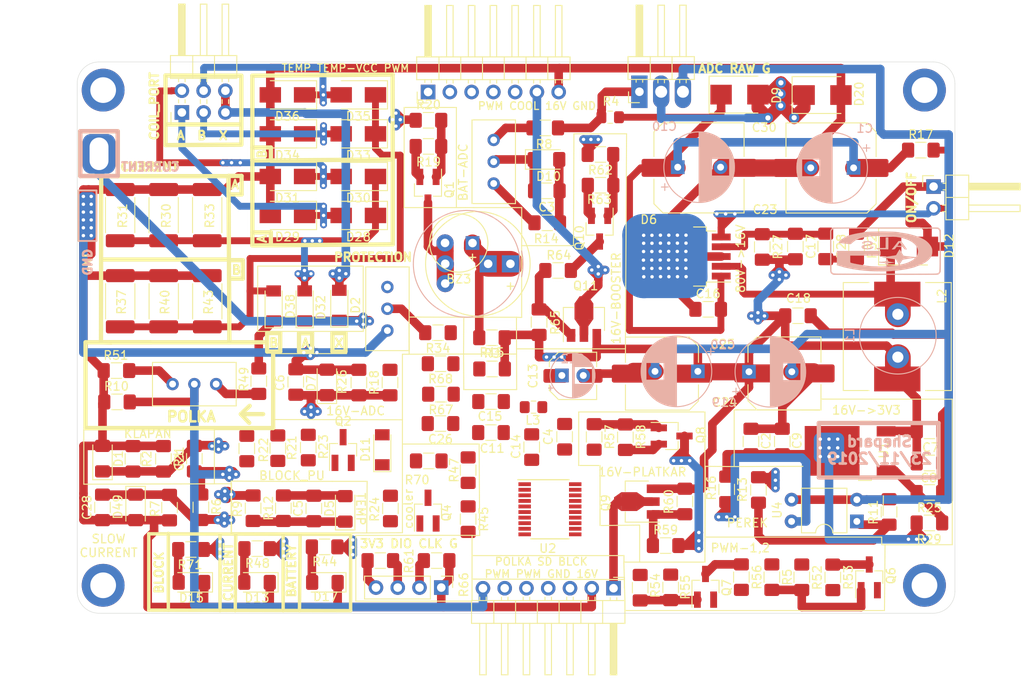
<source format=kicad_pcb>
(kicad_pcb (version 20171130) (host pcbnew "(5.1.4-0-10_14)")
  (title_block (title Shepard) (date 2019-07-27) (rev 3.0) (company "GALS-S Pp") (comment 1 "Nick Nifontov") (comment 2 http://www.leoton.ua/) (comment 3 3318798@gmail.com) (comment 4 "for FORT/T/XT"))
  (layers (0 F.Cu signal) (31 B.Cu signal) (34 B.Paste user) (35 F.Paste user) (36 B.SilkS user) (37 F.SilkS user) (38 B.Mask user) (39 F.Mask user) (44 Edge.Cuts user))
  (net 0 "")
  (net 1 +48V)
  (net 2 CURRENT)
  (net 3 KLAPAN_COMP)
  (net 4 AB)
  (net 5 "Net-(BZ1-Pad2)")
  (net 6 TEMP_ADC)
  (net 7 +3V3)
  (net 8 +15V)
  (net 9 "Net-(Q2-Pad1)")
  (net 10 "Net-(D17-Pad2)")
  (net 11 AB_RAW)
  (net 12 "Net-(BAT1-Pad1)")
  (net 13 "Net-(BAT1-Pad3)")
  (net 14 POLKA_TO_PU_READY)
  (net 15 "Net-(D11-Pad2)")
  (net 16 PWM1)
  (net 17 PWM2)
  (net 18 COIL1_A)
  (net 19 COIL1_B)
  (net 20 COIL2_A)
  (net 21 COIL2_B)
  (net 22 COIL1_B_OUT)
  (net 23 COIL1_A_OUT)
  (net 24 POLKA_SUMATOR)
  (net 25 COIL2_A_OUT)
  (net 26 "Net-(CURRENT2-Pad1)")
  (net 27 "Net-(CURRENT2-Pad3)")
  (net 28 PWM2-OUT)
  (net 29 "Net-(Q6-Pad1)")
  (net 30 "Net-(Q7-Pad1)")
  (net 31 PWM1-OUT)
  (net 32 BLOCK_PORT)
  (net 33 15V1_OK)
  (net 34 15V2_OK)
  (net 35 "Net-(Q8-Pad1)")
  (net 36 "Net-(Q8-Pad3)")
  (net 37 "Net-(Q9-Pad1)")
  (net 38 "Net-(Q10-Pad1)")
  (net 39 "Net-(Q10-Pad3)")
  (net 40 "Net-(Q11-Pad1)")
  (net 41 BLOCK_PU)
  (net 42 TEMP_2)
  (net 43 "Net-(BZ1-Pad1)")
  (net 44 PEREKLUCHALKA)
  (net 45 "Net-(R11-Pad1)")
  (net 46 "Net-(R25-Pad1)")
  (net 47 "Net-(D20-Pad1)")
  (net 48 "Net-(Q1-Pad1)")
  (net 49 16V_ADC)
  (net 50 SD)
  (net 51 XL_FB)
  (net 52 "Net-(D12-Pad1)")
  (net 53 XL_EN)
  (net 54 "Net-(R28-Pad1)")
  (net 55 BUZZER)
  (net 56 LED)
  (net 57 "Net-(D13-Pad2)")
  (net 58 COOLER_1_OUT)
  (net 59 "Net-(Q4-Pad1)")
  (net 60 COOLER_1)
  (net 61 LED_2)
  (net 62 DIO)
  (net 63 CLK)
  (net 64 NRST)
  (net 65 "Net-(R68-Pad2)")
  (net 66 "Net-(C11-Pad1)")
  (net 67 BLOCK_POWER)
  (net 68 BLOCK_PORT_2)
  (net 69 "Net-(D15-Pad2)")
  (net 70 "Net-(J8-Pad2)")
  (net 71 EX_A)
  (net 72 "Net-(BAT2-Pad2)")
  (module Capacitor_THT:CP_Radial_D8.0mm_P5.00mm (layer B.Cu) (at 176.911 70.2437)
    (fp_text reference C10 (at -1.5494 -4.7625) (layer B.SilkS) (effects (justify mirror)))
    (fp_text value "33uf 100V")
    (pad 1 thru_hole rect (at 0 0) (size 1.6 1.6) (drill 0.8) (layers *.Cu *.Mask) (net 1 +48V))
    (pad 2 thru_hole circle (at 5 0) (size 1.6 1.6) (drill 0.8) (layers *.Cu *.Mask) (net 22 COIL1_B_OUT))
  )
  (module gals-logo:gals-logo (layer B.Cu) (at 201.1299 80.0481 180)
    (fp_text reference G*** hide)
    (fp_text value LOGO hide)
  )
  (module MountingHole:MountingHole_2.2mm_M2_DIN965_Pad (layer F.Cu) (at 205.707 61.247 180)
    (fp_text reference H1 hide)
    (fp_text value MountingHole)
    (pad 1 thru_hole circle (at 0 0 180) (size 5 5) (drill 3) (layers *.Cu *.Mask) (clearance 2))
  )
  (module MountingHole:MountingHole_2.2mm_M2_DIN965_Pad (layer F.Cu) (at 205.707 119.039 180)
    (fp_text reference H2 hide)
    (fp_text value MountingHole)
    (pad 1 thru_hole circle (at 0 0 180) (size 5 5) (drill 3) (layers *.Cu *.Mask) (clearance 2))
  )
  (module MountingHole:MountingHole_2.2mm_M2_DIN965_Pad (layer F.Cu) (at 109.855 119.039 180)
    (fp_text reference H3 hide)
    (fp_text value MountingHole)
    (pad 1 thru_hole circle (at 0 0 180) (size 5 5) (drill 3) (layers *.Cu *.Mask) (clearance 2))
  )
  (module MountingHole:MountingHole_2.2mm_M2_DIN965_Pad (layer F.Cu) (at 109.855 61.247 180)
    (fp_text reference H4 hide)
    (fp_text value MountingHole)
    (pad 1 thru_hole circle (at 0 0 180) (size 5 5) (drill 3) (layers *.Cu *.Mask))
  )
  (module Connector_PinHeader_2.54mm:PinHeader_1x03_P2.54mm_Horizontal (layer F.Cu) (at 172.43856 61.44006 90)
    (fp_text reference J1 hide)
    (fp_text value "ADC RAW G" (at 2.71526 11.10184 180) (layer F.SilkS) (effects (font (thickness 0.25))))
    (pad 1 thru_hole rect (at 0 0 90) (size 3.8 1.9) (drill 1) (layers *.Cu *.Mask) (net 11 AB_RAW))
    (pad 2 thru_hole oval (at 0 2.54 90) (size 3.8 1.9) (drill 1.4) (layers *.Cu *.Mask) (net 47 "Net-(D20-Pad1)"))
    (pad 3 thru_hole oval (at 0 5.08 90) (size 3.8 1.9) (drill 1.4) (layers *.Cu *.Mask) (net 22 COIL1_B_OUT))
  )
  (module Diode_SMD:D_MiniMELF (layer F.Cu) (at 133.37286 86.4266 90)
    (fp_text reference D32 (at -0.1874 1.88214 90) (layer F.SilkS))
    (fp_text value BAS86)
    (pad 1 smd rect (at -1.75 0 90) (size 1.3 1.7) (layers F.Cu F.Paste F.Mask) (net 24 POLKA_SUMATOR))
    (pad 2 smd rect (at 1.75 0 90) (size 1.3 1.7) (layers F.Cu F.Paste F.Mask) (net 23 COIL1_A_OUT))
  )
  (module Diode_SMD:D_MiniMELF (layer F.Cu) (at 129.75336 86.4336 90)
    (fp_text reference D38 (at -0.0534 1.94564 90) (layer F.SilkS))
    (fp_text value BAS86)
    (pad 1 smd rect (at -1.75 0 90) (size 1.3 1.7) (layers F.Cu F.Paste F.Mask) (net 24 POLKA_SUMATOR))
    (pad 2 smd rect (at 1.75 0 90) (size 1.3 1.7) (layers F.Cu F.Paste F.Mask) (net 25 COIL2_A_OUT))
  )
  (module Potentiometer_THT:Potentiometer_Bourns_3296W_Vertical (layer F.Cu) (at 123.0376 95.5548)
    (fp_text reference CURRENT2 hide)
    (fp_text value 1K)
    (pad 1 thru_hole circle (at 0 0) (size 1.44 1.44) (drill 0.8) (layers *.Cu *.Mask) (net 26 "Net-(CURRENT2-Pad1)"))
    (pad 2 thru_hole circle (at -2.54 0) (size 1.44 1.44) (drill 0.8) (layers *.Cu *.Mask) (net 14 POLKA_TO_PU_READY))
    (pad 3 thru_hole circle (at -5.08 0) (size 1.44 1.44) (drill 0.8) (layers *.Cu *.Mask) (net 27 "Net-(CURRENT2-Pad3)"))
  )
  (module Resistor_SMD:R_2512_6332Metric_Pad1.52x3.35mm_HandSolder (layer F.Cu) (at 116.9166 75.83764 90)
    (fp_text reference R30 (at -0.0762 0.301 270) (layer F.SilkS))
    (fp_text value 20)
    (pad 1 smd roundrect (at -2.9875 0 90) (size 1.525 3.35) (layers F.Cu F.Paste F.Mask) (roundrect_rratio 0.163934) (net 23 COIL1_A_OUT))
    (pad 2 smd roundrect (at 2.9875 0 90) (size 1.525 3.35) (layers F.Cu F.Paste F.Mask) (roundrect_rratio 0.163934) (net 22 COIL1_B_OUT))
  )
  (module Resistor_SMD:R_2512_6332Metric_Pad1.52x3.35mm_HandSolder (layer F.Cu) (at 111.8366 75.83764 90)
    (fp_text reference R31 (at -0.0762 0.301 270) (layer F.SilkS))
    (fp_text value 20)
    (pad 2 smd roundrect (at 2.9875 0 90) (size 1.525 3.35) (layers F.Cu F.Paste F.Mask) (roundrect_rratio 0.163934) (net 22 COIL1_B_OUT))
    (pad 1 smd roundrect (at -2.9875 0 90) (size 1.525 3.35) (layers F.Cu F.Paste F.Mask) (roundrect_rratio 0.163934) (net 23 COIL1_A_OUT))
  )
  (module Resistor_SMD:R_2512_6332Metric_Pad1.52x3.35mm_HandSolder (layer F.Cu) (at 121.9966 75.83764 90)
    (fp_text reference R33 (at -0.0762 0.301 270) (layer F.SilkS))
    (fp_text value 20)
    (pad 1 smd roundrect (at -2.9875 0 90) (size 1.525 3.35) (layers F.Cu F.Paste F.Mask) (roundrect_rratio 0.163934) (net 23 COIL1_A_OUT))
    (pad 2 smd roundrect (at 2.9875 0 90) (size 1.525 3.35) (layers F.Cu F.Paste F.Mask) (roundrect_rratio 0.163934) (net 22 COIL1_B_OUT))
  )
  (module Resistor_SMD:R_2512_6332Metric_Pad1.52x3.35mm_HandSolder (layer F.Cu) (at 111.84636 85.8876 90)
    (fp_text reference R37 (at -0.1016 0.1486 270) (layer F.SilkS))
    (fp_text value 20)
    (pad 1 smd roundrect (at -2.9875 0 90) (size 1.525 3.35) (layers F.Cu F.Paste F.Mask) (roundrect_rratio 0.163934) (net 25 COIL2_A_OUT))
    (pad 2 smd roundrect (at 2.9875 0 90) (size 1.525 3.35) (layers F.Cu F.Paste F.Mask) (roundrect_rratio 0.163934) (net 22 COIL1_B_OUT))
  )
  (module Resistor_SMD:R_2512_6332Metric_Pad1.52x3.35mm_HandSolder (layer F.Cu) (at 116.92636 85.8876 90)
    (fp_text reference R40 (at -0.1016 0.1486 270) (layer F.SilkS))
    (fp_text value 20)
    (pad 1 smd roundrect (at -2.9875 0 90) (size 1.525 3.35) (layers F.Cu F.Paste F.Mask) (roundrect_rratio 0.163934) (net 25 COIL2_A_OUT))
    (pad 2 smd roundrect (at 2.9875 0 90) (size 1.525 3.35) (layers F.Cu F.Paste F.Mask) (roundrect_rratio 0.163934) (net 22 COIL1_B_OUT))
  )
  (module Resistor_SMD:R_2512_6332Metric_Pad1.52x3.35mm_HandSolder (layer F.Cu) (at 122.00636 85.8876 90)
    (fp_text reference R43 (at -0.1016 0.1486 270) (layer F.SilkS))
    (fp_text value 20)
    (pad 2 smd roundrect (at 2.9875 0 90) (size 1.525 3.35) (layers F.Cu F.Paste F.Mask) (roundrect_rratio 0.163934) (net 22 COIL1_B_OUT))
    (pad 1 smd roundrect (at -2.9875 0 90) (size 1.525 3.35) (layers F.Cu F.Paste F.Mask) (roundrect_rratio 0.163934) (net 25 COIL2_A_OUT))
  )
  (module Diode_SMD:D_SMA (layer F.Cu) (at 139.63524 75.8764 180)
    (fp_text reference D28 (at 0 -2.5 180) (layer F.SilkS))
    (fp_text value US1B)
    (pad 1 smd rect (at -2 0 180) (size 2.5 1.8) (layers F.Cu F.Paste F.Mask) (net 23 COIL1_A_OUT))
    (pad 2 smd rect (at 2 0 180) (size 2.5 1.8) (layers F.Cu F.Paste F.Mask) (net 18 COIL1_A))
  )
  (module Diode_SMD:D_SMA (layer F.Cu) (at 131.36324 75.8764 180)
    (fp_text reference D29 (at 0 -2.5 180) (layer F.SilkS))
    (fp_text value US1B)
    (pad 1 smd rect (at -2 0 180) (size 2.5 1.8) (layers F.Cu F.Paste F.Mask) (net 18 COIL1_A))
    (pad 2 smd rect (at 2 0 180) (size 2.5 1.8) (layers F.Cu F.Paste F.Mask) (net 22 COIL1_B_OUT))
  )
  (module Diode_SMD:D_SMA (layer F.Cu) (at 139.63524 71.3264 180)
    (fp_text reference D30 (at 0 -2.5 180) (layer F.SilkS))
    (fp_text value US1B)
    (pad 2 smd rect (at 2 0 180) (size 2.5 1.8) (layers F.Cu F.Paste F.Mask) (net 19 COIL1_B))
    (pad 1 smd rect (at -2 0 180) (size 2.5 1.8) (layers F.Cu F.Paste F.Mask) (net 23 COIL1_A_OUT))
  )
  (module Diode_SMD:D_SMA (layer F.Cu) (at 131.36324 71.3264 180)
    (fp_text reference D31 (at 0 -2.5 180) (layer F.SilkS))
    (fp_text value US1B)
    (pad 2 smd rect (at 2 0 180) (size 2.5 1.8) (layers F.Cu F.Paste F.Mask) (net 22 COIL1_B_OUT))
    (pad 1 smd rect (at -2 0 180) (size 2.5 1.8) (layers F.Cu F.Paste F.Mask) (net 19 COIL1_B))
  )
  (module Diode_SMD:D_SMA (layer F.Cu) (at 139.63524 66.3514 180)
    (fp_text reference D33 (at 0 -2.5 180) (layer F.SilkS))
    (fp_text value US1B)
    (pad 1 smd rect (at -2 0 180) (size 2.5 1.8) (layers F.Cu F.Paste F.Mask) (net 25 COIL2_A_OUT))
    (pad 2 smd rect (at 2 0 180) (size 2.5 1.8) (layers F.Cu F.Paste F.Mask) (net 20 COIL2_A))
  )
  (module Diode_SMD:D_SMA (layer F.Cu) (at 131.36324 66.3514 180)
    (fp_text reference D34 (at 0 -2.5 180) (layer F.SilkS))
    (fp_text value US1B)
    (pad 1 smd rect (at -2 0 180) (size 2.5 1.8) (layers F.Cu F.Paste F.Mask) (net 20 COIL2_A))
    (pad 2 smd rect (at 2 0 180) (size 2.5 1.8) (layers F.Cu F.Paste F.Mask) (net 22 COIL1_B_OUT))
  )
  (module Diode_SMD:D_SMA (layer F.Cu) (at 139.63524 61.8014 180)
    (fp_text reference D35 (at 0 -2.5 180) (layer F.SilkS))
    (fp_text value US1B)
    (pad 2 smd rect (at 2 0 180) (size 2.5 1.8) (layers F.Cu F.Paste F.Mask) (net 21 COIL2_B))
    (pad 1 smd rect (at -2 0 180) (size 2.5 1.8) (layers F.Cu F.Paste F.Mask) (net 25 COIL2_A_OUT))
  )
  (module Diode_SMD:D_SMA (layer F.Cu) (at 131.36324 61.8014 180)
    (fp_text reference D36 (at 0 -2.5 180) (layer F.SilkS))
    (fp_text value US1B)
    (pad 2 smd rect (at 2 0 180) (size 2.5 1.8) (layers F.Cu F.Paste F.Mask) (net 22 COIL1_B_OUT))
    (pad 1 smd rect (at -2 0 180) (size 2.5 1.8) (layers F.Cu F.Paste F.Mask) (net 21 COIL2_B))
  )
  (module Resistor_SMD:R_1206_3216Metric_Pad1.42x1.75mm_HandSolder (layer F.Cu) (at 128.016 95.2135 270)
    (fp_text reference R49 (at -0.2175 1.7272 90) (layer F.SilkS))
    (fp_text value 0)
    (pad 2 smd roundrect (at 1.4875 0 270) (size 1.425 1.75) (layers F.Cu F.Paste F.Mask) (roundrect_rratio 0.175439) (net 26 "Net-(CURRENT2-Pad1)"))
    (pad 1 smd roundrect (at -1.4875 0 270) (size 1.425 1.75) (layers F.Cu F.Paste F.Mask) (roundrect_rratio 0.175439) (net 24 POLKA_SUMATOR))
  )
  (module Resistor_SMD:R_1206_3216Metric_Pad1.42x1.75mm_HandSolder (layer F.Cu) (at 111.4044 93.98 180)
    (fp_text reference R51 (at 0.0651 1.778) (layer F.SilkS))
    (fp_text value 100)
    (pad 1 smd roundrect (at -1.4875 0 180) (size 1.425 1.75) (layers F.Cu F.Paste F.Mask) (roundrect_rratio 0.175439) (net 27 "Net-(CURRENT2-Pad3)"))
    (pad 2 smd roundrect (at 1.4875 0 180) (size 1.425 1.75) (layers F.Cu F.Paste F.Mask) (roundrect_rratio 0.175439) (net 22 COIL1_B_OUT))
  )
  (module Resistor_SMD:R_1206_3216Metric_Pad1.42x1.75mm_HandSolder (layer F.Cu) (at 111.4695 97.6376 180)
    (fp_text reference R10 (at 0.0651 1.8288) (layer F.SilkS))
    (fp_text value 100k)
    (pad 1 smd roundrect (at -1.4875 0 180) (size 1.425 1.75) (layers F.Cu F.Paste F.Mask) (roundrect_rratio 0.175439) (net 14 POLKA_TO_PU_READY))
    (pad 2 smd roundrect (at 1.4875 0 180) (size 1.425 1.75) (layers F.Cu F.Paste F.Mask) (roundrect_rratio 0.175439) (net 22 COIL1_B_OUT))
  )
  (module Potentiometer_THT:Potentiometer_Bourns_3296W_Vertical (layer F.Cu) (at 155.43276 67.06616 90)
    (fp_text reference BAT1 hide)
    (fp_text value 1K)
    (pad 1 thru_hole circle (at 0 0 90) (size 1.44 1.44) (drill 0.8) (layers *.Cu *.Mask) (net 12 "Net-(BAT1-Pad1)"))
    (pad 2 thru_hole circle (at -2.54 0 90) (size 1.44 1.44) (drill 0.8) (layers *.Cu *.Mask) (net 4 AB))
    (pad 3 thru_hole circle (at -5.08 0 90) (size 1.44 1.44) (drill 0.8) (layers *.Cu *.Mask) (net 13 "Net-(BAT1-Pad3)"))
  )
  (module Buzzer_Beeper:Buzzer_12x9.5RM7.6 (layer F.Cu) (at 157.3838 81.5213 180)
    (fp_text reference BZ1 hide)
    (fp_text value Buzzer)
    (fp_text user + (at -0.01 -2.54) (layer F.SilkS))
    (pad 1 thru_hole rect (at 0 0 180) (size 2 2) (drill 1) (layers *.Cu *.Mask) (net 43 "Net-(BZ1-Pad1)"))
    (pad 2 thru_hole circle (at 7.6038 0.0013 180) (size 2 2) (drill 1) (layers *.Cu *.Mask) (net 5 "Net-(BZ1-Pad2)"))
  )
  (module Buzzer_Beeper:Buzzer_TDK_PS1240P02BT_D12.2mm_H6.5mm (layer B.Cu) (at 154.786668 81.521699 180)
    (fp_text reference BZ2 hide)
    (fp_text value Buzzer)
    (pad 1 thru_hole rect (at 0 0 180) (size 2 2) (drill 1) (layers *.Cu *.Mask) (net 43 "Net-(BZ1-Pad1)"))
    (pad 2 thru_hole circle (at 5.006668 -2.301699 180) (size 2 2) (drill 1) (layers *.Cu *.Mask) (net 5 "Net-(BZ1-Pad2)"))
  )
  (module Buzzer_Beeper:MagneticBuzzer_Kingstate_KCG0601 (layer F.Cu) (at 152.9588 79.0956 180)
    (fp_text reference BZ3 (at 1.6 -4.2) (layer F.SilkS))
    (fp_text value Buzzer)
    (fp_text user + (at 0 -1.6) (layer F.SilkS))
    (pad 1 thru_hole rect (at 0 0 180) (size 1.6 1.6) (drill 1) (layers *.Cu *.Mask) (net 43 "Net-(BZ1-Pad1)"))
    (pad 2 thru_hole circle (at 3.2042 0.014 180) (size 2 2) (drill 1) (layers *.Cu *.Mask) (net 5 "Net-(BZ1-Pad2)"))
  )
  (module Capacitor_SMD:C_1206_3216Metric_Pad1.42x1.75mm_HandSolder (layer F.Cu) (at 161.6345 72.9996)
    (fp_text reference C3 (at -0.0143 1.905) (layer F.SilkS))
    (fp_text value 0.1uf)
    (pad 1 smd roundrect (at -1.4875 0) (size 1.425 1.75) (layers F.Cu F.Paste F.Mask) (roundrect_rratio 0.175439) (net 4 AB))
    (pad 2 smd roundrect (at 1.4875 0) (size 1.425 1.75) (layers F.Cu F.Paste F.Mask) (roundrect_rratio 0.175439) (net 22 COIL1_B_OUT))
  )
  (module Capacitor_SMD:C_1206_3216Metric_Pad1.42x1.75mm_HandSolder (layer F.Cu) (at 134.4422 110.0725 90)
    (fp_text reference C5 (at 0 -1.82 90) (layer F.SilkS))
    (fp_text value 0.1uf)
    (pad 2 smd roundrect (at 1.4875 0 90) (size 1.425 1.75) (layers F.Cu F.Paste F.Mask) (roundrect_rratio 0.175439) (net 22 COIL1_B_OUT))
    (pad 1 smd roundrect (at -1.4875 0 90) (size 1.425 1.75) (layers F.Cu F.Paste F.Mask) (roundrect_rratio 0.175439) (net 6 TEMP_ADC))
  )
  (module Capacitor_SMD:C_1206_3216Metric_Pad1.42x1.75mm_HandSolder (layer F.Cu) (at 206.2972 101.0158)
    (fp_text reference C7 (at 0.1254 1.9431) (layer F.SilkS))
    (fp_text value 10uf)
    (pad 1 smd roundrect (at -1.4875 0) (size 1.425 1.75) (layers F.Cu F.Paste F.Mask) (roundrect_rratio 0.175439) (net 8 +15V))
    (pad 2 smd roundrect (at 1.4875 0) (size 1.425 1.75) (layers F.Cu F.Paste F.Mask) (roundrect_rratio 0.175439) (net 22 COIL1_B_OUT))
  )
  (module Capacitor_SMD:C_1206_3216Metric_Pad1.42x1.75mm_HandSolder (layer F.Cu) (at 206.2861 104.7623 180)
    (fp_text reference C8 (at 0.0762 -1.7399) (layer F.SilkS))
    (fp_text value 0.1uf)
    (pad 2 smd roundrect (at 1.4875 0 180) (size 1.425 1.75) (layers F.Cu F.Paste F.Mask) (roundrect_rratio 0.175439) (net 8 +15V))
    (pad 1 smd roundrect (at -1.4875 0 180) (size 1.425 1.75) (layers F.Cu F.Paste F.Mask) (roundrect_rratio 0.175439) (net 22 COIL1_B_OUT))
  )
  (module Capacitor_SMD:C_1206_3216Metric_Pad1.42x1.75mm_HandSolder (layer F.Cu) (at 189.1157 102.2588 270)
    (fp_text reference C9 (at -0.1 -1.7272 90) (layer F.SilkS))
    (fp_text value 0.1uf)
    (pad 1 smd roundrect (at -1.4875 0 270) (size 1.425 1.75) (layers F.Cu F.Paste F.Mask) (roundrect_rratio 0.175439) (net 22 COIL1_B_OUT))
    (pad 2 smd roundrect (at 1.4875 0 270) (size 1.425 1.75) (layers F.Cu F.Paste F.Mask) (roundrect_rratio 0.175439) (net 7 +3V3))
  )
  (module Capacitor_SMD:C_1206_3216Metric_Pad1.42x1.75mm_HandSolder (layer F.Cu) (at 116.8908 104.2781 90)
    (fp_text reference C21 (at 0 1.8542 90) (layer F.SilkS))
    (fp_text value 100pf)
    (pad 1 smd roundrect (at -1.4875 0 90) (size 1.425 1.75) (layers F.Cu F.Paste F.Mask) (roundrect_rratio 0.175439) (net 3 KLAPAN_COMP))
    (pad 2 smd roundrect (at 1.4875 0 90) (size 1.425 1.75) (layers F.Cu F.Paste F.Mask) (roundrect_rratio 0.175439) (net 22 COIL1_B_OUT))
  )
  (module Capacitor_SMD:C_1206_3216Metric_Pad1.42x1.75mm_HandSolder (layer F.Cu) (at 109.7788 109.9455 270)
    (fp_text reference C28 (at 0.0111 1.8034 270) (layer F.SilkS))
    (fp_text value 0.1uf)
    (pad 2 smd roundrect (at 1.4875 0 270) (size 1.425 1.75) (layers F.Cu F.Paste F.Mask) (roundrect_rratio 0.175439) (net 22 COIL1_B_OUT))
    (pad 1 smd roundrect (at -1.4875 0 270) (size 1.425 1.75) (layers F.Cu F.Paste F.Mask) (roundrect_rratio 0.175439) (net 2 CURRENT))
  )
  (module Diode_SMD:D_1206_3216Metric_Pad1.42x1.75mm_HandSolder (layer F.Cu) (at 109.7788 104.2559 90)
    (fp_text reference D1 (at -0.0111 1.8669 90) (layer F.SilkS))
    (fp_text value "Zener 4V2")
    (pad 1 smd roundrect (at -1.4875 0 90) (size 1.425 1.75) (layers F.Cu F.Paste F.Mask) (roundrect_rratio 0.175439) (net 3 KLAPAN_COMP))
    (pad 2 smd roundrect (at 1.4875 0 90) (size 1.425 1.75) (layers F.Cu F.Paste F.Mask) (roundrect_rratio 0.175439) (net 22 COIL1_B_OUT))
  )
  (module Diode_SMD:D_1206_3216Metric_Pad1.42x1.75mm_HandSolder (layer F.Cu) (at 138.0998 110.1201 90)
    (fp_text reference D5 (at 0.0365 -1.8288 90) (layer F.SilkS))
    (fp_text value "Zener 4V2")
    (pad 1 smd roundrect (at -1.4875 0 90) (size 1.425 1.75) (layers F.Cu F.Paste F.Mask) (roundrect_rratio 0.175439) (net 6 TEMP_ADC))
    (pad 2 smd roundrect (at 1.4875 0 90) (size 1.425 1.75) (layers F.Cu F.Paste F.Mask) (roundrect_rratio 0.175439) (net 22 COIL1_B_OUT))
  )
  (module Diode_SMD:D_SMB (layer F.Cu) (at 184.1209 61.7728)
    (fp_text reference D9 (at 4.32816 0.08636 270) (layer F.SilkS))
    (fp_text value S210)
    (pad 1 smd rect (at -2.15 0) (size 2.5 2.3) (layers F.Cu F.Paste F.Mask) (net 1 +48V))
    (pad 2 smd rect (at 2.15 0) (size 2.5 2.3) (layers F.Cu F.Paste F.Mask) (net 47 "Net-(D20-Pad1)"))
  )
  (module Diode_SMD:D_1206_3216Metric_Pad1.42x1.75mm_HandSolder (layer F.Cu) (at 161.5948 69.342)
    (fp_text reference D10 (at 0.2413 1.9773 180) (layer F.SilkS))
    (fp_text value "Zener 4V2")
    (pad 1 smd roundrect (at -1.4875 0) (size 1.425 1.75) (layers F.Cu F.Paste F.Mask) (roundrect_rratio 0.175439) (net 4 AB))
    (pad 2 smd roundrect (at 1.4875 0) (size 1.425 1.75) (layers F.Cu F.Paste F.Mask) (roundrect_rratio 0.175439) (net 22 COIL1_B_OUT))
  )
  (module Diode_SMD:D_MiniMELF (layer F.Cu) (at 142.4305 103.223 90)
    (fp_text reference D11 (at 0.0355 -1.9685 90) (layer F.SilkS))
    (fp_text value BAS86)
    (pad 1 smd rect (at -1.75 0 90) (size 1.3 1.7) (layers F.Cu F.Paste F.Mask) (net 41 BLOCK_PU))
    (pad 2 smd rect (at 1.75 0 90) (size 1.3 1.7) (layers F.Cu F.Paste F.Mask) (net 15 "Net-(D11-Pad2)"))
  )
  (module LED_SMD:LED_1206_3216Metric_Pad1.42x1.75mm_HandSolder (layer F.Cu) (at 135.73506 118.69674 180)
    (fp_text reference D17 (at -0.07874 -1.67386) (layer F.SilkS))
    (fp_text value STAT hide)
    (pad 2 smd roundrect (at 1.4875 0 180) (size 1.425 1.75) (layers F.Cu F.Paste F.Mask) (roundrect_rratio 0.175439) (net 10 "Net-(D17-Pad2)"))
    (pad 1 smd roundrect (at -1.4875 0 180) (size 1.425 1.75) (layers F.Cu F.Paste F.Mask) (roundrect_rratio 0.175439) (net 22 COIL1_B_OUT))
  )
  (module Diode_SMD:D_1206_3216Metric_Pad1.42x1.75mm_HandSolder (layer F.Cu) (at 113.6396 109.9455 270)
    (fp_text reference D49 (at -0.0651 2.0574 270) (layer F.SilkS))
    (fp_text value "Zener 4V2")
    (pad 2 smd roundrect (at 1.4875 0 270) (size 1.425 1.75) (layers F.Cu F.Paste F.Mask) (roundrect_rratio 0.175439) (net 22 COIL1_B_OUT))
    (pad 1 smd roundrect (at -1.4875 0 270) (size 1.425 1.75) (layers F.Cu F.Paste F.Mask) (roundrect_rratio 0.175439) (net 2 CURRENT))
  )
  (module Connector_PinHeader_2.54mm:PinHeader_1x07_P2.54mm_Horizontal (layer F.Cu) (at 169.418 119.38 270)
    (fp_text reference J5 hide)
    (fp_text value TO_PLATKAR hide)
    (pad 1 thru_hole rect (at 0 0 270) (size 1.7 1.7) (drill 1) (layers *.Cu *.Mask) (net 33 15V1_OK))
    (pad 2 thru_hole oval (at 0 2.54 270) (size 1.7 1.7) (drill 1) (layers *.Cu *.Mask) (net 22 COIL1_B_OUT))
    (pad 3 thru_hole oval (at 0 5.08 270) (size 1.7 1.7) (drill 1) (layers *.Cu *.Mask) (net 17 PWM2))
    (pad 4 thru_hole oval (at 0 7.62 270) (size 1.7 1.7) (drill 1) (layers *.Cu *.Mask) (net 16 PWM1))
    (pad 5 thru_hole oval (at 0 10.16 270) (size 1.7 1.7) (drill 1) (layers *.Cu *.Mask) (net 41 BLOCK_PU))
    (pad 6 thru_hole oval (at 0 12.7 270) (size 1.7 1.7) (drill 1) (layers *.Cu *.Mask) (net 44 PEREKLUCHALKA))
    (pad 7 thru_hole oval (at 0 15.24 270) (size 1.7 1.7) (drill 1) (layers *.Cu *.Mask) (net 14 POLKA_TO_PU_READY))
  )
  (module Package_TO_SOT_SMD:SOT-89-3 (layer F.Cu) (at 172.5676 109.2708 180)
    (fp_text reference Q9 (at 4.064 -0.1524 270) (layer F.SilkS))
    (fp_text value BCX53)
    (pad 2 smd trapezoid (at 2.667 0 90) (size 1.6 0.85) (rect_delta 0 0.6) (layers F.Cu F.Paste F.Mask) (net 33 15V1_OK))
    (pad 1 smd rect (at -1.48 -1.5 90) (size 1 1.5) (layers F.Cu F.Paste F.Mask) (net 37 "Net-(Q9-Pad1)"))
    (pad 2 smd rect (at -1.3335 0 90) (size 1 1.8) (layers F.Cu F.Paste F.Mask) (net 33 15V1_OK))
    (pad 3 smd rect (at -1.48 1.5 90) (size 1 1.5) (layers F.Cu F.Paste F.Mask) (net 8 +15V))
    (pad 2 smd rect (at 1.3335 0 90) (size 2.2 1.84) (layers F.Cu F.Paste F.Mask) (net 33 15V1_OK))
    (pad 2 smd trapezoid (at -0.0762 0 270) (size 1.5 1) (rect_delta 0 0.7) (layers F.Cu F.Paste F.Mask) (net 33 15V1_OK))
  )
  (module Package_TO_SOT_SMD:SOT-89-3 (layer F.Cu) (at 165.9636 88.392 90)
    (fp_text reference Q11 (at 4.3053 0.2032) (layer F.SilkS))
    (fp_text value BCX53)
    (pad 2 smd trapezoid (at -0.0762 0 180) (size 1.5 1) (rect_delta 0 0.7) (layers F.Cu F.Paste F.Mask) (net 34 15V2_OK))
    (pad 2 smd rect (at 1.3335 0) (size 2.2 1.84) (layers F.Cu F.Paste F.Mask) (net 34 15V2_OK))
    (pad 3 smd rect (at -1.48 1.5) (size 1 1.5) (layers F.Cu F.Paste F.Mask) (net 8 +15V))
    (pad 2 smd rect (at -1.3335 0) (size 1 1.8) (layers F.Cu F.Paste F.Mask) (net 34 15V2_OK))
    (pad 1 smd rect (at -1.48 -1.5) (size 1 1.5) (layers F.Cu F.Paste F.Mask) (net 40 "Net-(Q11-Pad1)"))
    (pad 2 smd trapezoid (at 2.667 0) (size 1.6 0.85) (rect_delta 0 0.6) (layers F.Cu F.Paste F.Mask) (net 34 15V2_OK))
  )
  (module Resistor_SMD:R_0805_2012Metric_Pad1.15x1.40mm_HandSolder (layer F.Cu) (at 169.028 64.4144 180)
    (fp_text reference R4 (at -0.0852 1.8542) (layer F.SilkS))
    (fp_text value R0)
    (pad 2 smd roundrect (at 1.025 0 180) (size 1.15 1.4) (layers F.Cu F.Paste F.Mask) (roundrect_rratio 0.217391) (net 11 AB_RAW))
    (pad 1 smd roundrect (at -1.025 0 180) (size 1.15 1.4) (layers F.Cu F.Paste F.Mask) (roundrect_rratio 0.217391) (net 1 +48V))
  )
  (module Resistor_SMD:R_1206_3216Metric_Pad1.42x1.75mm_HandSolder (layer F.Cu) (at 155.2337 90.1446 180)
    (fp_text reference R15 (at 0.0111 -1.7272) (layer F.SilkS))
    (fp_text value 20)
    (pad 1 smd roundrect (at -1.4875 0 180) (size 1.425 1.75) (layers F.Cu F.Paste F.Mask) (roundrect_rratio 0.175439) (net 8 +15V))
    (pad 2 smd roundrect (at 1.4875 0 180) (size 1.425 1.75) (layers F.Cu F.Paste F.Mask) (roundrect_rratio 0.175439) (net 43 "Net-(BZ1-Pad1)"))
  )
  (module Package_TO_SOT_SMD:TO-252-2 (layer F.Cu) (at 197.0315 103.3466 180)
    (fp_text reference U1 (at -3.9243 0.0889 90) (layer F.SilkS))
    (fp_text value LM317_3PinPackage)
    (pad 1 smd rect (at -4.2 -2.28 180) (size 2.2 1.2) (layers F.Cu F.Paste F.Mask) (net 46 "Net-(R25-Pad1)"))
    (pad 3 smd rect (at -4.2 2.28 180) (size 2.2 1.2) (layers F.Cu F.Paste F.Mask) (net 8 +15V))
    (pad 2 smd rect (at 2.1 0 180) (size 6.4 5.8) (layers F.Cu F.Mask) (net 7 +3V3))
  )
  (module Package_SO:TSSOP-20_4.4x6.5mm_P0.65mm (layer F.Cu) (at 161.9976 110.165)
    (fp_text reference U2 (at -0.254 4.572) (layer F.SilkS))
    (fp_text value STM32L031F6Px)
    (pad 1 smd rect (at -2.95 -2.925) (size 1.45 0.45) (layers F.Cu F.Paste F.Mask) (net 65 "Net-(R68-Pad2)"))
    (pad 2 smd rect (at -2.95 -2.275) (size 1.45 0.45) (layers F.Cu F.Paste F.Mask) (net 50 SD))
    (pad 3 smd rect (at -2.95 -1.625) (size 1.45 0.45) (layers F.Cu F.Paste F.Mask) (net 55 BUZZER))
    (pad 4 smd rect (at -2.95 -0.975) (size 1.45 0.45) (layers F.Cu F.Paste F.Mask) (net 64 NRST))
    (pad 5 smd rect (at -2.95 -0.325) (size 1.45 0.45) (layers F.Cu F.Paste F.Mask) (net 66 "Net-(C11-Pad1)"))
    (pad 6 smd rect (at -2.95 0.325) (size 1.45 0.45) (layers F.Cu F.Paste F.Mask) (net 2 CURRENT))
    (pad 7 smd rect (at -2.95 0.975) (size 1.45 0.45) (layers F.Cu F.Paste F.Mask) (net 4 AB))
    (pad 8 smd rect (at -2.95 1.625) (size 1.45 0.45) (layers F.Cu F.Paste F.Mask) (net 6 TEMP_ADC))
    (pad 9 smd rect (at -2.95 2.275) (size 1.45 0.45) (layers F.Cu F.Paste F.Mask) (net 3 KLAPAN_COMP))
    (pad 10 smd rect (at -2.95 2.925) (size 1.45 0.45) (layers F.Cu F.Paste F.Mask) (net 49 16V_ADC))
    (pad 11 smd rect (at 2.95 2.925) (size 1.45 0.45) (layers F.Cu F.Paste F.Mask) (net 60 COOLER_1))
    (pad 12 smd rect (at 2.95 2.275) (size 1.45 0.45) (layers F.Cu F.Paste F.Mask) (net 32 BLOCK_PORT))
    (pad 13 smd rect (at 2.95 1.625) (size 1.45 0.45) (layers F.Cu F.Paste F.Mask) (net 68 BLOCK_PORT_2))
    (pad 14 smd rect (at 2.95 0.975) (size 1.45 0.45) (layers F.Cu F.Paste F.Mask) (net 67 BLOCK_POWER))
    (pad 15 smd rect (at 2.95 0.325) (size 1.45 0.45) (layers F.Cu F.Paste F.Mask) (net 22 COIL1_B_OUT))
    (pad 16 smd rect (at 2.95 -0.325) (size 1.45 0.45) (layers F.Cu F.Paste F.Mask) (net 7 +3V3))
    (pad 17 smd rect (at 2.95 -0.975) (size 1.45 0.45) (layers F.Cu F.Paste F.Mask) (net 56 LED))
    (pad 18 smd rect (at 2.95 -1.625) (size 1.45 0.45) (layers F.Cu F.Paste F.Mask) (net 61 LED_2))
    (pad 19 smd rect (at 2.95 -2.275) (size 1.45 0.45) (layers F.Cu F.Paste F.Mask) (net 62 DIO))
    (pad 20 smd rect (at 2.95 -2.925) (size 1.45 0.45) (layers F.Cu F.Paste F.Mask) (net 63 CLK))
  )
  (module Package_DIP:DIP-4_W7.62mm (layer F.Cu) (at 197.8152 111.5822 180)
    (fp_text reference U4 (at 9.2964 1.3208 270) (layer F.SilkS))
    (fp_text value PC817)
    (pad 1 thru_hole rect (at 0 0 180) (size 1.6 1.6) (drill 0.8) (layers *.Cu *.Mask) (net 45 "Net-(R11-Pad1)"))
    (pad 3 thru_hole oval (at 7.62 2.54 180) (size 1.6 1.6) (drill 0.8) (layers *.Cu *.Mask) (net 22 COIL1_B_OUT))
    (pad 2 thru_hole oval (at 0 2.54 180) (size 1.6 1.6) (drill 0.8) (layers *.Cu *.Mask) (net 22 COIL1_B_OUT))
    (pad 4 thru_hole oval (at 7.62 0 180) (size 1.6 1.6) (drill 0.8) (layers *.Cu *.Mask) (net 50 SD))
  )
  (module Capacitor_SMD:C_1206_3216Metric_Pad1.42x1.75mm_HandSolder (layer F.Cu) (at 163.71062 101.70066 90)
    (fp_text reference C4 (at 0 -1.9089 270) (layer F.SilkS))
    (fp_text value 0.1uf)
    (pad 2 smd roundrect (at 1.4875 0 90) (size 1.425 1.75) (layers F.Cu F.Paste F.Mask) (roundrect_rratio 0.175439) (net 7 +3V3))
    (pad 1 smd roundrect (at -1.4875 0 90) (size 1.425 1.75) (layers F.Cu F.Paste F.Mask) (roundrect_rratio 0.175439) (net 22 COIL1_B_OUT))
  )
  (module Capacitor_SMD:C_1206_3216Metric_Pad1.42x1.75mm_HandSolder (layer F.Cu) (at 155.11272 101.21392 180)
    (fp_text reference C11 (at -0.14478 -1.84658 180) (layer F.SilkS))
    (fp_text value 0.1uf)
    (pad 2 smd roundrect (at 1.4875 0 180) (size 1.425 1.75) (layers F.Cu F.Paste F.Mask) (roundrect_rratio 0.175439) (net 22 COIL1_B_OUT))
    (pad 1 smd roundrect (at -1.4875 0 180) (size 1.425 1.75) (layers F.Cu F.Paste F.Mask) (roundrect_rratio 0.175439) (net 66 "Net-(C11-Pad1)"))
  )
  (module Capacitor_THT:CP_Radial_D5.0mm_P2.50mm (layer B.Cu) (at 163.38804 94.54896)
    (fp_text reference C12 (at 1.2827 -1.9431) (layer B.SilkS) (effects (justify mirror)))
    (fp_text value "10 uf")
    (pad 1 thru_hole rect (at 0 0) (size 1.6 1.6) (drill 0.8) (layers *.Cu *.Mask) (net 7 +3V3))
    (pad 2 thru_hole circle (at 2.5 0) (size 1.6 1.6) (drill 0.8) (layers *.Cu *.Mask) (net 22 COIL1_B_OUT))
  )
  (module Capacitor_SMD:C_Elec_5x5.4 (layer F.Cu) (at 164.68854 94.59976)
    (fp_text reference C13 (at -4.66854 0.01524 90) (layer F.SilkS))
    (fp_text value "10 uf")
    (pad 1 smd roundrect (at -2.0625 0) (size 2.775 1.6) (layers F.Cu F.Paste F.Mask) (roundrect_rratio 0.15625) (net 7 +3V3))
    (pad 2 smd roundrect (at 2.0625 0) (size 2.775 1.6) (layers F.Cu F.Paste F.Mask) (roundrect_rratio 0.15625) (net 22 COIL1_B_OUT))
  )
  (module Capacitor_SMD:C_1206_3216Metric_Pad1.42x1.75mm_HandSolder (layer F.Cu) (at 159.8676 102.9065 270)
    (fp_text reference C14 (at -0.0635 1.8415 270) (layer F.SilkS))
    (fp_text value 10uf)
    (pad 1 smd roundrect (at -1.4875 0 270) (size 1.425 1.75) (layers F.Cu F.Paste F.Mask) (roundrect_rratio 0.175439) (net 7 +3V3))
    (pad 2 smd roundrect (at 1.4875 0 270) (size 1.425 1.75) (layers F.Cu F.Paste F.Mask) (roundrect_rratio 0.175439) (net 22 COIL1_B_OUT))
  )
  (module Capacitor_SMD:C_1206_3216Metric_Pad1.42x1.75mm_HandSolder (layer F.Cu) (at 155.12542 97.59442)
    (fp_text reference C15 (at -0.12192 1.71958 180) (layer F.SilkS))
    (fp_text value 10uf)
    (pad 2 smd roundrect (at 1.4875 0) (size 1.425 1.75) (layers F.Cu F.Paste F.Mask) (roundrect_rratio 0.175439) (net 66 "Net-(C11-Pad1)"))
    (pad 1 smd roundrect (at -1.4875 0) (size 1.425 1.75) (layers F.Cu F.Paste F.Mask) (roundrect_rratio 0.175439) (net 22 COIL1_B_OUT))
  )
  (module Diode_SMD:D_SMB (layer F.Cu) (at 193.811 61.8236)
    (fp_text reference D20 (at 4.2799 -0.127 270) (layer F.SilkS))
    (fp_text value smbj20A)
    (pad 1 smd rect (at -2.15 0) (size 2.5 2.3) (layers F.Cu F.Paste F.Mask) (net 47 "Net-(D20-Pad1)"))
    (pad 2 smd rect (at 2.15 0) (size 2.5 2.3) (layers F.Cu F.Paste F.Mask) (net 22 COIL1_B_OUT))
  )
  (module Resistor_SMD:R_1206_3216Metric_Pad1.42x1.75mm_HandSolder (layer F.Cu) (at 120.4976 104.2559 90)
    (fp_text reference R1 (at 0 -1.82 90) (layer F.SilkS))
    (fp_text value 1K)
    (pad 2 smd roundrect (at 1.4875 0 90) (size 1.425 1.75) (layers F.Cu F.Paste F.Mask) (roundrect_rratio 0.175439) (net 3 KLAPAN_COMP))
    (pad 1 smd roundrect (at -1.4875 0 90) (size 1.425 1.75) (layers F.Cu F.Paste F.Mask) (roundrect_rratio 0.175439) (net 14 POLKA_TO_PU_READY))
  )
  (module Resistor_SMD:R_1206_3216Metric_Pad1.42x1.75mm_HandSolder (layer F.Cu) (at 113.3348 104.2781 90)
    (fp_text reference R2 (at -0.0111 1.6383 90) (layer F.SilkS))
    (fp_text value 330-380)
    (pad 1 smd roundrect (at -1.4875 0 90) (size 1.425 1.75) (layers F.Cu F.Paste F.Mask) (roundrect_rratio 0.175439) (net 3 KLAPAN_COMP))
    (pad 2 smd roundrect (at 1.4875 0 90) (size 1.425 1.75) (layers F.Cu F.Paste F.Mask) (roundrect_rratio 0.175439) (net 22 COIL1_B_OUT))
  )
  (module Resistor_SMD:R_1206_3216Metric_Pad1.42x1.75mm_HandSolder (layer F.Cu) (at 121.2596 109.9312 270)
    (fp_text reference R6 (at -0.0873 -1.8288 270) (layer F.SilkS))
    (fp_text value 10k)
    (pad 2 smd roundrect (at 1.4875 0 270) (size 1.425 1.75) (layers F.Cu F.Paste F.Mask) (roundrect_rratio 0.175439) (net 2 CURRENT))
    (pad 1 smd roundrect (at -1.4875 0 270) (size 1.425 1.75) (layers F.Cu F.Paste F.Mask) (roundrect_rratio 0.175439) (net 14 POLKA_TO_PU_READY))
  )
  (module Resistor_SMD:R_1206_3216Metric_Pad1.42x1.75mm_HandSolder (layer F.Cu) (at 117.602 109.9677 270)
    (fp_text reference R7 (at 0.154 1.6891 270) (layer F.SilkS))
    (fp_text value 3.3K-3.8K)
    (pad 1 smd roundrect (at -1.4875 0 270) (size 1.425 1.75) (layers F.Cu F.Paste F.Mask) (roundrect_rratio 0.175439) (net 2 CURRENT))
    (pad 2 smd roundrect (at 1.4875 0 270) (size 1.425 1.75) (layers F.Cu F.Paste F.Mask) (roundrect_rratio 0.175439) (net 22 COIL1_B_OUT))
  )
  (module Capacitor_SMD:C_1206_3216Metric_Pad1.42x1.75mm_HandSolder (layer F.Cu) (at 185.4581 102.2588 90)
    (fp_text reference C2 (at 0.0619 1.7653 90) (layer F.SilkS))
    (fp_text value 10uf)
    (pad 1 smd roundrect (at -1.4875 0 90) (size 1.425 1.75) (layers F.Cu F.Paste F.Mask) (roundrect_rratio 0.175439) (net 7 +3V3))
    (pad 2 smd roundrect (at 1.4875 0 90) (size 1.425 1.75) (layers F.Cu F.Paste F.Mask) (roundrect_rratio 0.175439) (net 22 COIL1_B_OUT))
  )
  (module Resistor_SMD:R_1206_3216Metric_Pad1.42x1.75mm_HandSolder (layer F.Cu) (at 206.2845 108.204)
    (fp_text reference R25 (at 0 1.778) (layer F.SilkS))
    (fp_text value 1K8)
    (pad 1 smd roundrect (at -1.4875 0) (size 1.425 1.75) (layers F.Cu F.Paste F.Mask) (roundrect_rratio 0.175439) (net 46 "Net-(R25-Pad1)"))
    (pad 2 smd roundrect (at 1.4875 0) (size 1.425 1.75) (layers F.Cu F.Paste F.Mask) (roundrect_rratio 0.175439) (net 22 COIL1_B_OUT))
  )
  (module Resistor_SMD:R_1206_3216Metric_Pad1.42x1.75mm_HandSolder (layer F.Cu) (at 206.2845 111.76)
    (fp_text reference R29 (at -0.0365 1.905) (layer F.SilkS))
    (fp_text value 1K2)
    (pad 2 smd roundrect (at 1.4875 0) (size 1.425 1.75) (layers F.Cu F.Paste F.Mask) (roundrect_rratio 0.175439) (net 46 "Net-(R25-Pad1)"))
    (pad 1 smd roundrect (at -1.4875 0) (size 1.425 1.75) (layers F.Cu F.Paste F.Mask) (roundrect_rratio 0.175439) (net 7 +3V3))
  )
  (module Resistor_SMD:R_1206_3216Metric_Pad1.42x1.75mm_HandSolder (layer F.Cu) (at 187.8965 118.0862 90)
    (fp_text reference R5 (at 0 1.7995 90) (layer F.SilkS))
    (fp_text value 1K)
    (pad 1 smd roundrect (at -1.4875 0 90) (size 1.425 1.75) (layers F.Cu F.Paste F.Mask) (roundrect_rratio 0.175439) (net 29 "Net-(Q6-Pad1)"))
    (pad 2 smd roundrect (at 1.4875 0 90) (size 1.425 1.75) (layers F.Cu F.Paste F.Mask) (roundrect_rratio 0.175439) (net 68 BLOCK_PORT_2))
  )
  (module Resistor_SMD:R_1206_3216Metric_Pad1.42x1.75mm_HandSolder (layer F.Cu) (at 191.389 118.0989 270)
    (fp_text reference R52 (at 0.0365 -1.8034 90) (layer F.SilkS))
    (fp_text value 10K)
    (pad 2 smd roundrect (at 1.4875 0 270) (size 1.425 1.75) (layers F.Cu F.Paste F.Mask) (roundrect_rratio 0.175439) (net 29 "Net-(Q6-Pad1)"))
    (pad 1 smd roundrect (at -1.4875 0 270) (size 1.425 1.75) (layers F.Cu F.Paste F.Mask) (roundrect_rratio 0.175439) (net 7 +3V3))
  )
  (module Resistor_SMD:R_1206_3216Metric_Pad1.42x1.75mm_HandSolder (layer F.Cu) (at 195.0085 118.11 270)
    (fp_text reference R53 (at 0 -1.82 90) (layer F.SilkS))
    (fp_text value 1K)
    (pad 1 smd roundrect (at -1.4875 0 270) (size 1.425 1.75) (layers F.Cu F.Paste F.Mask) (roundrect_rratio 0.175439) (net 28 PWM2-OUT))
    (pad 2 smd roundrect (at 1.4875 0 270) (size 1.425 1.75) (layers F.Cu F.Paste F.Mask) (roundrect_rratio 0.175439) (net 17 PWM2))
  )
  (module Resistor_SMD:R_1206_3216Metric_Pad1.42x1.75mm_HandSolder (layer F.Cu) (at 172.5295 119.3165 90)
    (fp_text reference R54 (at 0.254 1.778 90) (layer F.SilkS))
    (fp_text value 1K)
    (pad 2 smd roundrect (at 1.4875 0 90) (size 1.425 1.75) (layers F.Cu F.Paste F.Mask) (roundrect_rratio 0.175439) (net 68 BLOCK_PORT_2))
    (pad 1 smd roundrect (at -1.4875 0 90) (size 1.425 1.75) (layers F.Cu F.Paste F.Mask) (roundrect_rratio 0.175439) (net 30 "Net-(Q7-Pad1)"))
  )
  (module Resistor_SMD:R_1206_3216Metric_Pad1.42x1.75mm_HandSolder (layer F.Cu) (at 176.0855 119.28 270)
    (fp_text reference R55 (at -0.027 -1.7145 90) (layer F.SilkS))
    (fp_text value 10K)
    (pad 1 smd roundrect (at -1.4875 0 270) (size 1.425 1.75) (layers F.Cu F.Paste F.Mask) (roundrect_rratio 0.175439) (net 7 +3V3))
    (pad 2 smd roundrect (at 1.4875 0 270) (size 1.425 1.75) (layers F.Cu F.Paste F.Mask) (roundrect_rratio 0.175439) (net 30 "Net-(Q7-Pad1)"))
  )
  (module Resistor_SMD:R_1206_3216Metric_Pad1.42x1.75mm_HandSolder (layer F.Cu) (at 184.3405 118.083 270)
    (fp_text reference R56 (at 0 -1.82 90) (layer F.SilkS))
    (fp_text value 1K)
    (pad 2 smd roundrect (at 1.4875 0 270) (size 1.425 1.75) (layers F.Cu F.Paste F.Mask) (roundrect_rratio 0.175439) (net 16 PWM1))
    (pad 1 smd roundrect (at -1.4875 0 270) (size 1.425 1.75) (layers F.Cu F.Paste F.Mask) (roundrect_rratio 0.175439) (net 31 PWM1-OUT))
  )
  (module Resistor_SMD:R_1206_3216Metric_Pad1.42x1.75mm_HandSolder (layer F.Cu) (at 167.1574 101.7254 270)
    (fp_text reference R57 (at 0 -1.82 90) (layer F.SilkS))
    (fp_text value 1K)
    (pad 2 smd roundrect (at 1.4875 0 270) (size 1.425 1.75) (layers F.Cu F.Paste F.Mask) (roundrect_rratio 0.175439) (net 67 BLOCK_POWER))
    (pad 1 smd roundrect (at -1.4875 0 270) (size 1.425 1.75) (layers F.Cu F.Paste F.Mask) (roundrect_rratio 0.175439) (net 35 "Net-(Q8-Pad1)"))
  )
  (module Resistor_SMD:R_1206_3216Metric_Pad1.42x1.75mm_HandSolder (layer F.Cu) (at 170.8023 101.7508 90)
    (fp_text reference R58 (at 0.0365 1.8034 90) (layer F.SilkS))
    (fp_text value 10K)
    (pad 1 smd roundrect (at -1.4875 0 90) (size 1.425 1.75) (layers F.Cu F.Paste F.Mask) (roundrect_rratio 0.175439) (net 22 COIL1_B_OUT))
    (pad 2 smd roundrect (at 1.4875 0 90) (size 1.425 1.75) (layers F.Cu F.Paste F.Mask) (roundrect_rratio 0.175439) (net 35 "Net-(Q8-Pad1)"))
  )
  (module Resistor_SMD:R_1206_3216Metric_Pad1.42x1.75mm_HandSolder (layer F.Cu) (at 175.4997 114.4016)
    (fp_text reference R59 (at 0 -1.82) (layer F.SilkS))
    (fp_text value 1K)
    (pad 2 smd roundrect (at 1.4875 0) (size 1.425 1.75) (layers F.Cu F.Paste F.Mask) (roundrect_rratio 0.175439) (net 36 "Net-(Q8-Pad3)"))
    (pad 1 smd roundrect (at -1.4875 0) (size 1.425 1.75) (layers F.Cu F.Paste F.Mask) (roundrect_rratio 0.175439) (net 37 "Net-(Q9-Pad1)"))
  )
  (module Resistor_SMD:R_1206_3216Metric_Pad1.42x1.75mm_HandSolder (layer F.Cu) (at 177.7492 109.2565 270)
    (fp_text reference R60 (at 0.0143 1.8796 90) (layer F.SilkS))
    (fp_text value 1K)
    (pad 1 smd roundrect (at -1.4875 0 270) (size 1.425 1.75) (layers F.Cu F.Paste F.Mask) (roundrect_rratio 0.175439) (net 8 +15V))
    (pad 2 smd roundrect (at 1.4875 0 270) (size 1.425 1.75) (layers F.Cu F.Paste F.Mask) (roundrect_rratio 0.175439) (net 37 "Net-(Q9-Pad1)"))
  )
  (module Resistor_SMD:R_1206_3216Metric_Pad1.42x1.75mm_HandSolder (layer F.Cu) (at 167.894 68.7578 180)
    (fp_text reference R62 (at 0 -1.82) (layer F.SilkS))
    (fp_text value 1K)
    (pad 1 smd roundrect (at -1.4875 0 180) (size 1.425 1.75) (layers F.Cu F.Paste F.Mask) (roundrect_rratio 0.175439) (net 38 "Net-(Q10-Pad1)"))
    (pad 2 smd roundrect (at 1.4875 0 180) (size 1.425 1.75) (layers F.Cu F.Paste F.Mask) (roundrect_rratio 0.175439) (net 67 BLOCK_POWER))
  )
  (module Resistor_SMD:R_1206_3216Metric_Pad1.42x1.75mm_HandSolder (layer F.Cu) (at 167.9051 72.3519)
    (fp_text reference R63 (at -0.1397 1.6637) (layer F.SilkS))
    (fp_text value 10K)
    (pad 2 smd roundrect (at 1.4875 0) (size 1.425 1.75) (layers F.Cu F.Paste F.Mask) (roundrect_rratio 0.175439) (net 38 "Net-(Q10-Pad1)"))
    (pad 1 smd roundrect (at -1.4875 0) (size 1.425 1.75) (layers F.Cu F.Paste F.Mask) (roundrect_rratio 0.175439) (net 22 COIL1_B_OUT))
  )
  (module Resistor_SMD:R_1206_3216Metric_Pad1.42x1.75mm_HandSolder (layer F.Cu) (at 162.9521 82.296)
    (fp_text reference R64 (at 0.0873 -1.778) (layer F.SilkS))
    (fp_text value 1K)
    (pad 1 smd roundrect (at -1.4875 0) (size 1.425 1.75) (layers F.Cu F.Paste F.Mask) (roundrect_rratio 0.175439) (net 40 "Net-(Q11-Pad1)"))
    (pad 2 smd roundrect (at 1.4875 0) (size 1.425 1.75) (layers F.Cu F.Paste F.Mask) (roundrect_rratio 0.175439) (net 39 "Net-(Q10-Pad3)"))
  )
  (module Resistor_SMD:R_1206_3216Metric_Pad1.42x1.75mm_HandSolder (layer F.Cu) (at 160.7312 88.3269 90)
    (fp_text reference R65 (at -0.0365 1.8923 90) (layer F.SilkS))
    (fp_text value 1K)
    (pad 1 smd roundrect (at -1.4875 0 90) (size 1.425 1.75) (layers F.Cu F.Paste F.Mask) (roundrect_rratio 0.175439) (net 8 +15V))
    (pad 2 smd roundrect (at 1.4875 0 90) (size 1.425 1.75) (layers F.Cu F.Paste F.Mask) (roundrect_rratio 0.175439) (net 40 "Net-(Q11-Pad1)"))
  )
  (module Resistor_SMD:R_1206_3216Metric_Pad1.42x1.75mm_HandSolder (layer F.Cu) (at 127.3556 110.0439 90)
    (fp_text reference R9 (at -0.0889 -1.8288 90) (layer F.SilkS))
    (fp_text value 5K)
    (pad 1 smd roundrect (at -1.4875 0 90) (size 1.425 1.75) (layers F.Cu F.Paste F.Mask) (roundrect_rratio 0.175439) (net 6 TEMP_ADC))
    (pad 2 smd roundrect (at 1.4875 0 90) (size 1.425 1.75) (layers F.Cu F.Paste F.Mask) (roundrect_rratio 0.175439) (net 42 TEMP_2))
  )
  (module Resistor_SMD:R_1206_3216Metric_Pad1.42x1.75mm_HandSolder (layer F.Cu) (at 130.8862 110.0439 270)
    (fp_text reference R12 (at 0 1.7272 90) (layer F.SilkS))
    (fp_text value 1K)
    (pad 2 smd roundrect (at 1.4875 0 270) (size 1.425 1.75) (layers F.Cu F.Paste F.Mask) (roundrect_rratio 0.175439) (net 6 TEMP_ADC))
    (pad 1 smd roundrect (at -1.4875 0 270) (size 1.425 1.75) (layers F.Cu F.Paste F.Mask) (roundrect_rratio 0.175439) (net 22 COIL1_B_OUT))
  )
  (module Resistor_SMD:R_1206_3216Metric_Pad1.42x1.75mm_HandSolder (layer F.Cu) (at 135.7011 114.554)
    (fp_text reference R44 (at 0 1.736) (layer F.SilkS))
    (fp_text value 300-600)
    (pad 1 smd roundrect (at -1.4875 0) (size 1.425 1.75) (layers F.Cu F.Paste F.Mask) (roundrect_rratio 0.175439) (net 10 "Net-(D17-Pad2)"))
    (pad 2 smd roundrect (at 1.4875 0) (size 1.425 1.75) (layers F.Cu F.Paste F.Mask) (roundrect_rratio 0.175439) (net 56 LED))
  )
  (module Resistor_SMD:R_1206_3216Metric_Pad1.42x1.75mm_HandSolder (layer F.Cu) (at 161.4535 65.659 180)
    (fp_text reference R8 (at 0.1381 -1.905) (layer F.SilkS))
    (fp_text value 20K)
    (pad 1 smd roundrect (at -1.4875 0 180) (size 1.425 1.75) (layers F.Cu F.Paste F.Mask) (roundrect_rratio 0.175439) (net 11 AB_RAW))
    (pad 2 smd roundrect (at 1.4875 0 180) (size 1.425 1.75) (layers F.Cu F.Paste F.Mask) (roundrect_rratio 0.175439) (net 12 "Net-(BAT1-Pad1)"))
  )
  (module Resistor_SMD:R_1206_3216Metric_Pad1.42x1.75mm_HandSolder (layer F.Cu) (at 161.6821 76.7334)
    (fp_text reference R14 (at -0.1127 1.8542) (layer F.SilkS))
    (fp_text value 100)
    (pad 2 smd roundrect (at 1.4875 0) (size 1.425 1.75) (layers F.Cu F.Paste F.Mask) (roundrect_rratio 0.175439) (net 22 COIL1_B_OUT))
    (pad 1 smd roundrect (at -1.4875 0) (size 1.425 1.75) (layers F.Cu F.Paste F.Mask) (roundrect_rratio 0.175439) (net 13 "Net-(BAT1-Pad3)"))
  )
  (module Capacitor_SMD:C_1206_3216Metric_Pad1.42x1.75mm_HandSolder (layer F.Cu) (at 132.334 95.3119 90)
    (fp_text reference C6 (at -0.0905 -1.8542 90) (layer F.SilkS))
    (fp_text value 0.1uf)
    (pad 1 smd roundrect (at -1.4875 0 90) (size 1.425 1.75) (layers F.Cu F.Paste F.Mask) (roundrect_rratio 0.175439) (net 49 16V_ADC))
    (pad 2 smd roundrect (at 1.4875 0 90) (size 1.425 1.75) (layers F.Cu F.Paste F.Mask) (roundrect_rratio 0.175439) (net 22 COIL1_B_OUT))
  )
  (module Diode_SMD:D_1206_3216Metric_Pad1.42x1.75mm_HandSolder (layer F.Cu) (at 135.9662 95.3627 90)
    (fp_text reference D7 (at -0.0905 -1.8288 90) (layer F.SilkS))
    (fp_text value "Zener 4V2")
    (pad 1 smd roundrect (at -1.4875 0 90) (size 1.425 1.75) (layers F.Cu F.Paste F.Mask) (roundrect_rratio 0.175439) (net 49 16V_ADC))
    (pad 2 smd roundrect (at 1.4875 0 90) (size 1.425 1.75) (layers F.Cu F.Paste F.Mask) (roundrect_rratio 0.175439) (net 22 COIL1_B_OUT))
  )
  (module Resistor_SMD:R_1206_3216Metric_Pad1.42x1.75mm_HandSolder (layer F.Cu) (at 143.3322 95.377 270)
    (fp_text reference R18 (at 0 1.8376 90) (layer F.SilkS))
    (fp_text value 10K)
    (pad 2 smd roundrect (at 1.4875 0 270) (size 1.425 1.75) (layers F.Cu F.Paste F.Mask) (roundrect_rratio 0.175439) (net 49 16V_ADC))
    (pad 1 smd roundrect (at -1.4875 0 270) (size 1.425 1.75) (layers F.Cu F.Paste F.Mask) (roundrect_rratio 0.175439) (net 8 +15V))
  )
  (module Resistor_SMD:R_1206_3216Metric_Pad1.42x1.75mm_HandSolder (layer F.Cu) (at 139.7 95.377 90)
    (fp_text reference R26 (at 0.093801 -1.967399 90) (layer F.SilkS))
    (fp_text value 1K)
    (pad 1 smd roundrect (at -1.4875 0 90) (size 1.425 1.75) (layers F.Cu F.Paste F.Mask) (roundrect_rratio 0.175439) (net 49 16V_ADC))
    (pad 2 smd roundrect (at 1.4875 0 90) (size 1.425 1.75) (layers F.Cu F.Paste F.Mask) (roundrect_rratio 0.175439) (net 22 COIL1_B_OUT))
  )
  (module Resistor_SMD:R_1206_3216Metric_Pad1.42x1.75mm_HandSolder (layer F.Cu) (at 130.2385 103.0335 270)
    (fp_text reference R21 (at -0.0365 -1.651 90) (layer F.SilkS))
    (fp_text value 1K)
    (pad 1 smd roundrect (at -1.4875 0 270) (size 1.425 1.75) (layers F.Cu F.Paste F.Mask) (roundrect_rratio 0.175439) (net 32 BLOCK_PORT))
    (pad 2 smd roundrect (at 1.4875 0 270) (size 1.425 1.75) (layers F.Cu F.Paste F.Mask) (roundrect_rratio 0.175439) (net 9 "Net-(Q2-Pad1)"))
  )
  (module Resistor_SMD:R_1206_3216Metric_Pad1.42x1.75mm_HandSolder (layer F.Cu) (at 126.619 103.0732 270)
    (fp_text reference R22 (at 0.1778 -1.9685 90) (layer F.SilkS))
    (fp_text value 10K)
    (pad 2 smd roundrect (at 1.4875 0 270) (size 1.425 1.75) (layers F.Cu F.Paste F.Mask) (roundrect_rratio 0.175439) (net 9 "Net-(Q2-Pad1)"))
    (pad 1 smd roundrect (at -1.4875 0 270) (size 1.425 1.75) (layers F.Cu F.Paste F.Mask) (roundrect_rratio 0.175439) (net 7 +3V3))
  )
  (module Resistor_SMD:R_1206_3216Metric_Pad1.42x1.75mm_HandSolder (layer F.Cu) (at 133.7945 102.9605 270)
    (fp_text reference R23 (at -0.0905 -1.778 90) (layer F.SilkS))
    (fp_text value 10K)
    (pad 1 smd roundrect (at -1.4875 0 270) (size 1.425 1.75) (layers F.Cu F.Paste F.Mask) (roundrect_rratio 0.175439) (net 8 +15V))
    (pad 2 smd roundrect (at 1.4875 0 270) (size 1.425 1.75) (layers F.Cu F.Paste F.Mask) (roundrect_rratio 0.175439) (net 15 "Net-(D11-Pad2)"))
  )
  (module Resistor_SMD:R_1206_3216Metric_Pad1.42x1.75mm_HandSolder (layer F.Cu) (at 143.383 110.0725 90)
    (fp_text reference R24 (at -0.1 -1.8415 90) (layer F.SilkS))
    (fp_text value 100K)
    (pad 2 smd roundrect (at 1.4875 0 90) (size 1.425 1.75) (layers F.Cu F.Paste F.Mask) (roundrect_rratio 0.175439) (net 22 COIL1_B_OUT))
    (pad 1 smd roundrect (at -1.4875 0 90) (size 1.425 1.75) (layers F.Cu F.Paste F.Mask) (roundrect_rratio 0.175439) (net 41 BLOCK_PU))
  )
  (module Resistor_SMD:R_1206_3216Metric_Pad1.42x1.75mm_HandSolder (layer F.Cu) (at 201.5744 110.4789 90)
    (fp_text reference R11 (at -0.0365 -1.8288 90) (layer F.SilkS))
    (fp_text value 5K)
    (pad 2 smd roundrect (at 1.4875 0 90) (size 1.425 1.75) (layers F.Cu F.Paste F.Mask) (roundrect_rratio 0.175439) (net 22 COIL1_B_OUT))
    (pad 1 smd roundrect (at -1.4875 0 90) (size 1.425 1.75) (layers F.Cu F.Paste F.Mask) (roundrect_rratio 0.175439) (net 45 "Net-(R11-Pad1)"))
  )
  (module Resistor_SMD:R_1206_3216Metric_Pad1.42x1.75mm_HandSolder (layer F.Cu) (at 186.3344 107.9135 90)
    (fp_text reference R13 (at 0.0365 -1.8796 270) (layer F.SilkS))
    (fp_text value 5K)
    (pad 2 smd roundrect (at 1.4875 0 90) (size 1.425 1.75) (layers F.Cu F.Paste F.Mask) (roundrect_rratio 0.175439) (net 44 PEREKLUCHALKA))
    (pad 1 smd roundrect (at -1.4875 0 90) (size 1.425 1.75) (layers F.Cu F.Paste F.Mask) (roundrect_rratio 0.175439) (net 45 "Net-(R11-Pad1)"))
  )
  (module Resistor_SMD:R_1206_3216Metric_Pad1.42x1.75mm_HandSolder (layer F.Cu) (at 182.626 107.8484 270)
    (fp_text reference R16 (at -0.1667 1.778 90) (layer F.SilkS))
    (fp_text value 4K7)
    (pad 1 smd roundrect (at -1.4875 0 270) (size 1.425 1.75) (layers F.Cu F.Paste F.Mask) (roundrect_rratio 0.175439) (net 7 +3V3))
    (pad 2 smd roundrect (at 1.4875 0 270) (size 1.425 1.75) (layers F.Cu F.Paste F.Mask) (roundrect_rratio 0.175439) (net 50 SD))
  )
  (module Capacitor_SMD:C_1206_3216Metric_Pad1.42x1.75mm_HandSolder (layer F.Cu) (at 180.4654 86.8299)
    (fp_text reference C16 (at 0 -1.82) (layer F.SilkS))
    (fp_text value "0.1uf 100V")
    (pad 1 smd roundrect (at -1.4875 0) (size 1.425 1.75) (layers F.Cu F.Paste F.Mask) (roundrect_rratio 0.175439) (net 22 COIL1_B_OUT))
    (pad 2 smd roundrect (at 1.4875 0) (size 1.425 1.75) (layers F.Cu F.Paste F.Mask) (roundrect_rratio 0.175439) (net 1 +48V))
  )
  (module Capacitor_SMD:C_1206_3216Metric_Pad1.42x1.75mm_HandSolder (layer F.Cu) (at 190.6397 79.5004 270)
    (fp_text reference C17 (at 0 -1.82 270) (layer F.SilkS))
    (fp_text value 33nf)
    (pad 2 smd roundrect (at 1.4875 0 270) (size 1.425 1.75) (layers F.Cu F.Paste F.Mask) (roundrect_rratio 0.175439) (net 8 +15V))
    (pad 1 smd roundrect (at -1.4875 0 270) (size 1.425 1.75) (layers F.Cu F.Paste F.Mask) (roundrect_rratio 0.175439) (net 51 XL_FB))
  )
  (module Capacitor_SMD:C_1206_3216Metric_Pad1.42x1.75mm_HandSolder (layer F.Cu) (at 190.9445 87.5792 180)
    (fp_text reference C18 (at -0.0635 2.032 180) (layer F.SilkS))
    (fp_text value 1uf)
    (pad 1 smd roundrect (at -1.4875 0 180) (size 1.425 1.75) (layers F.Cu F.Paste F.Mask) (roundrect_rratio 0.175439) (net 22 COIL1_B_OUT))
    (pad 2 smd roundrect (at 1.4875 0 180) (size 1.425 1.75) (layers F.Cu F.Paste F.Mask) (roundrect_rratio 0.175439) (net 8 +15V))
  )
  (module Capacitor_THT:CP_Radial_D8.0mm_P5.00mm (layer B.Cu) (at 185.22442 94.11716)
    (fp_text reference C19 (at -2.90322 3.57124 180) (layer B.SilkS) (effects (justify mirror)))
    (fp_text value "100uf 25v")
    (pad 2 thru_hole circle (at 5 0) (size 1.6 1.6) (drill 0.8) (layers *.Cu *.Mask) (net 22 COIL1_B_OUT))
    (pad 1 thru_hole rect (at 0 0) (size 1.6 1.6) (drill 0.8) (layers *.Cu *.Mask) (net 8 +15V))
  )
  (module Capacitor_THT:CP_Radial_D8.0mm_P5.00mm (layer B.Cu) (at 179.2605 94.07144 180)
    (fp_text reference C20 (at -2.9083 3.08864 180) (layer B.SilkS) (effects (justify mirror)))
    (fp_text value "100uf 25v")
    (pad 1 thru_hole rect (at 0 0 180) (size 1.6 1.6) (drill 0.8) (layers *.Cu *.Mask) (net 8 +15V))
    (pad 2 thru_hole circle (at 5 0 180) (size 1.6 1.6) (drill 0.8) (layers *.Cu *.Mask) (net 22 COIL1_B_OUT))
  )
  (module Package_TO_SOT_SMD:TO-252-5_TabPin3 (layer F.Cu) (at 177.7873 80.6704 180)
    (fp_text reference D6 (at 4.2545 4.318 180) (layer F.SilkS))
    (fp_text value XL7015)
    (pad 1 smd rect (at -4.2 -2.28 180) (size 2.2 0.8) (layers F.Cu F.Paste F.Mask) (net 1 +48V))
    (pad 2 smd rect (at -4.2 -1.14 180) (size 2.2 0.8) (layers F.Cu F.Paste F.Mask) (net 52 "Net-(D12-Pad1)"))
    (pad 3 smd rect (at -4.2 0 180) (size 2.2 0.8) (layers F.Cu F.Paste F.Mask) (net 22 COIL1_B_OUT))
    (pad 4 smd rect (at -4.2 1.14 180) (size 2.2 0.8) (layers F.Cu F.Paste F.Mask) (net 51 XL_FB))
    (pad 5 smd rect (at -4.2 2.28 180) (size 2.2 0.8) (layers F.Cu F.Paste F.Mask) (net 53 XL_EN))
    (pad 3 smd rect (at 2.1 0 180) (size 6.4 5.8) (layers *.Mask F.Cu) (net 22 COIL1_B_OUT))
  )
  (module Diode_SMD:D_SMB (layer F.Cu) (at 203.9075 79.502)
    (fp_text reference D12 (at 4.6826 -0.0635 90) (layer F.SilkS))
    (fp_text value S210)
    (pad 1 smd rect (at -2.15 0) (size 2.5 2.3) (layers F.Cu F.Paste F.Mask) (net 52 "Net-(D12-Pad1)"))
    (pad 2 smd rect (at 2.15 0) (size 2.5 2.3) (layers F.Cu F.Paste F.Mask) (net 22 COIL1_B_OUT))
  )
  (module Inductor_THT:L_Radial_D8.7mm_P5.00mm_Fastron_07HCP (layer B.Cu) (at 202.60056 87.41156 270)
    (fp_text reference L1 (at 2.5 5.6 270) (layer B.SilkS) (effects (justify mirror)))
    (fp_text value 47uf)
    (pad 1 thru_hole circle (at 0 0 270) (size 2.6 2.6) (drill 1.3) (layers *.Cu *.Mask) (net 52 "Net-(D12-Pad1)"))
    (pad 2 thru_hole circle (at 5 0 270) (size 2.6 2.6) (drill 1.3) (layers *.Cu *.Mask) (net 8 +15V))
  )
  (module Inductor_SMD:L_12x12mm_H8mm (layer F.Cu) (at 202.53452 90.00744 270)
    (fp_text reference L2 (at -4.70154 -5.21208 90) (layer F.SilkS))
    (fp_text value 47uf)
    (pad 1 smd rect (at -4.95 0 270) (size 2.9 5.4) (layers F.Cu F.Paste F.Mask) (net 52 "Net-(D12-Pad1)"))
    (pad 2 smd rect (at 4.95 0 270) (size 2.9 5.4) (layers F.Cu F.Paste F.Mask) (net 8 +15V))
  )
  (module Resistor_SMD:R_1206_3216Metric_Pad1.42x1.75mm_HandSolder (layer F.Cu) (at 205.2828 68.2498)
    (fp_text reference R17 (at 0 -1.82) (layer F.SilkS))
    (fp_text value 10K)
    (pad 1 smd roundrect (at -1.4875 0) (size 1.425 1.75) (layers F.Cu F.Paste F.Mask) (roundrect_rratio 0.175439) (net 1 +48V))
    (pad 2 smd roundrect (at 1.4875 0) (size 1.425 1.75) (layers F.Cu F.Paste F.Mask) (roundrect_rratio 0.175439) (net 53 XL_EN))
  )
  (module Resistor_SMD:R_1206_3216Metric_Pad1.42x1.75mm_HandSolder (layer F.Cu) (at 186.7789 79.5512 270)
    (fp_text reference R27 (at 0 -1.82 270) (layer F.SilkS))
    (fp_text value 30K)
    (pad 2 smd roundrect (at 1.4875 0 270) (size 1.425 1.75) (layers F.Cu F.Paste F.Mask) (roundrect_rratio 0.175439) (net 8 +15V))
    (pad 1 smd roundrect (at -1.4875 0 270) (size 1.425 1.75) (layers F.Cu F.Paste F.Mask) (roundrect_rratio 0.175439) (net 51 XL_FB))
  )
  (module Resistor_SMD:R_1206_3216Metric_Pad1.42x1.75mm_HandSolder (layer F.Cu) (at 194.183 79.4877 90)
    (fp_text reference R28 (at 0.0143 1.8288 270) (layer F.SilkS))
    (fp_text value 1K6)
    (pad 1 smd roundrect (at -1.4875 0 90) (size 1.425 1.75) (layers F.Cu F.Paste F.Mask) (roundrect_rratio 0.175439) (net 54 "Net-(R28-Pad1)"))
    (pad 2 smd roundrect (at 1.4875 0 90) (size 1.425 1.75) (layers F.Cu F.Paste F.Mask) (roundrect_rratio 0.175439) (net 51 XL_FB))
  )
  (module Resistor_SMD:R_1206_3216Metric_Pad1.42x1.75mm_HandSolder (layer F.Cu) (at 197.7771 79.4909 270)
    (fp_text reference R32 (at 0 -1.82 270) (layer F.SilkS))
    (fp_text value 1K)
    (pad 2 smd roundrect (at 1.4875 0 270) (size 1.425 1.75) (layers F.Cu F.Paste F.Mask) (roundrect_rratio 0.175439) (net 54 "Net-(R28-Pad1)"))
    (pad 1 smd roundrect (at -1.4875 0 270) (size 1.425 1.75) (layers F.Cu F.Paste F.Mask) (roundrect_rratio 0.175439) (net 22 COIL1_B_OUT))
  )
  (module Connector_PinHeader_2.54mm:PinHeader_1x02_P2.54mm_Horizontal (layer F.Cu) (at 206.7687 72.5043)
    (fp_text reference J3 hide)
    (fp_text value ON/OFF (at -2.57556 1.27508 90) (layer F.SilkS) (effects (font (thickness 0.25))))
    (pad 1 thru_hole rect (at 0 0) (size 1.7 1.7) (drill 1) (layers *.Cu *.Mask) (net 22 COIL1_B_OUT))
    (pad 2 thru_hole oval (at 0 2.54) (size 1.7 1.7) (drill 1) (layers *.Cu *.Mask) (net 53 XL_EN))
  )
  (module Capacitor_SMD:C_Elec_10x10.2 (layer F.Cu) (at 194.8053 70.3326 180)
    (fp_text reference C23 (at 7.6962 -4.8514 180) (layer F.SilkS))
    (fp_text value "33uf 100v")
    (pad 1 smd roundrect (at -4.4 0 180) (size 4.6 2.1) (layers F.Cu F.Paste F.Mask) (roundrect_rratio 0.119048) (net 1 +48V))
    (pad 2 smd roundrect (at 4.4 0 180) (size 4.6 2.1) (layers F.Cu F.Paste F.Mask) (roundrect_rratio 0.119048) (net 22 COIL1_B_OUT))
  )
  (module Capacitor_SMD:C_Elec_8x10.2 (layer F.Cu) (at 175.0695 94.3356 180)
    (fp_text reference C24 (at -7.3533 -3.3528) (layer F.SilkS))
    (fp_text value "220uf 25v")
    (pad 1 smd roundrect (at -3.6 0 180) (size 4.5 2.1) (layers F.Cu F.Paste F.Mask) (roundrect_rratio 0.119048) (net 8 +15V))
    (pad 2 smd roundrect (at 3.6 0 180) (size 4.5 2.1) (layers F.Cu F.Paste F.Mask) (roundrect_rratio 0.119048) (net 22 COIL1_B_OUT))
  )
  (module Capacitor_SMD:C_Elec_8x10.2 (layer F.Cu) (at 189.3697 94.3102)
    (fp_text reference C25 (at -7.2009 -3.429) (layer F.SilkS))
    (fp_text value "220uf 25v")
    (pad 2 smd roundrect (at 3.6 0) (size 4.5 2.1) (layers F.Cu F.Paste F.Mask) (roundrect_rratio 0.119048) (net 22 COIL1_B_OUT))
    (pad 1 smd roundrect (at -3.6 0) (size 4.5 2.1) (layers F.Cu F.Paste F.Mask) (roundrect_rratio 0.119048) (net 8 +15V))
  )
  (module LED_SMD:LED_1206_3216Metric_Pad1.42x1.75mm_HandSolder (layer F.Cu) (at 127.8128 118.6942 180)
    (fp_text reference D13 (at 0 -1.82) (layer F.SilkS))
    (fp_text value CUR hide)
    (pad 1 smd roundrect (at -1.4875 0 180) (size 1.425 1.75) (layers F.Cu F.Paste F.Mask) (roundrect_rratio 0.175439) (net 22 COIL1_B_OUT))
    (pad 2 smd roundrect (at 1.4875 0 180) (size 1.425 1.75) (layers F.Cu F.Paste F.Mask) (roundrect_rratio 0.175439) (net 57 "Net-(D13-Pad2)"))
  )
  (module Resistor_SMD:R_1206_3216Metric_Pad1.42x1.75mm_HandSolder (layer F.Cu) (at 127.8271 114.7572)
    (fp_text reference R48 (at 0.0365 1.7272) (layer F.SilkS))
    (fp_text value 300-600)
    (pad 1 smd roundrect (at -1.4875 0) (size 1.425 1.75) (layers F.Cu F.Paste F.Mask) (roundrect_rratio 0.175439) (net 57 "Net-(D13-Pad2)"))
    (pad 2 smd roundrect (at 1.4875 0) (size 1.425 1.75) (layers F.Cu F.Paste F.Mask) (roundrect_rratio 0.175439) (net 61 LED_2))
  )
  (module Capacitor_SMD:C_1206_3216Metric_Pad1.42x1.75mm_HandSolder (layer F.Cu) (at 149.224699 100.162899 180)
    (fp_text reference C26 (at 0 -1.82) (layer F.SilkS))
    (fp_text value 0.1uf)
    (pad 1 smd roundrect (at -1.4875 0 180) (size 1.425 1.75) (layers F.Cu F.Paste F.Mask) (roundrect_rratio 0.175439) (net 64 NRST))
    (pad 2 smd roundrect (at 1.4875 0 180) (size 1.425 1.75) (layers F.Cu F.Paste F.Mask) (roundrect_rratio 0.175439) (net 22 COIL1_B_OUT))
  )
  (module Connector_PinHeader_2.54mm:PinHeader_1x04_P2.54mm_Vertical (layer F.Cu) (at 149.3139 119.3038 270)
    (fp_text reference J4 hide)
    (fp_text value "3V3 DIO CLK G" (at -5.1308 3.7719) (layer F.SilkS) (effects (font (thickness 0.2))))
    (pad 1 thru_hole rect (at 0 0 270) (size 1.7 1.7) (drill 1) (layers *.Cu *.Mask) (net 22 COIL1_B_OUT))
    (pad 2 thru_hole oval (at 0 2.54 270) (size 1.7 1.7) (drill 1) (layers *.Cu *.Mask) (net 63 CLK))
    (pad 3 thru_hole oval (at 0 5.08 270) (size 1.7 1.7) (drill 1) (layers *.Cu *.Mask) (net 62 DIO))
    (pad 4 thru_hole oval (at 0 7.62 270) (size 1.7 1.7) (drill 1) (layers *.Cu *.Mask) (net 7 +3V3))
  )
  (module Resistor_SMD:R_1206_3216Metric_Pad1.42x1.75mm_HandSolder (layer F.Cu) (at 142.2019 116.1542 180)
    (fp_text reference R61 (at -3.3401 -0.0508 270) (layer F.SilkS))
    (fp_text value 10K)
    (pad 1 smd roundrect (at -1.4875 0 180) (size 1.425 1.75) (layers F.Cu F.Paste F.Mask) (roundrect_rratio 0.175439) (net 62 DIO))
    (pad 2 smd roundrect (at 1.4875 0 180) (size 1.425 1.75) (layers F.Cu F.Paste F.Mask) (roundrect_rratio 0.175439) (net 7 +3V3))
  )
  (module Resistor_SMD:R_1206_3216Metric_Pad1.42x1.75mm_HandSolder (layer F.Cu) (at 148.7694 116.1542 180)
    (fp_text reference R66 (at -3.1734 -2.8194 270) (layer F.SilkS))
    (fp_text value 10K)
    (pad 2 smd roundrect (at 1.4875 0 180) (size 1.425 1.75) (layers F.Cu F.Paste F.Mask) (roundrect_rratio 0.175439) (net 63 CLK))
    (pad 1 smd roundrect (at -1.4875 0 180) (size 1.425 1.75) (layers F.Cu F.Paste F.Mask) (roundrect_rratio 0.175439) (net 22 COIL1_B_OUT))
  )
  (module Resistor_SMD:R_1206_3216Metric_Pad1.42x1.75mm_HandSolder (layer F.Cu) (at 149.2742 96.7359 180)
    (fp_text reference R67 (at 0 -1.82) (layer F.SilkS))
    (fp_text value 10K)
    (pad 2 smd roundrect (at 1.4875 0 180) (size 1.425 1.75) (layers F.Cu F.Paste F.Mask) (roundrect_rratio 0.175439) (net 7 +3V3))
    (pad 1 smd roundrect (at -1.4875 0 180) (size 1.425 1.75) (layers F.Cu F.Paste F.Mask) (roundrect_rratio 0.175439) (net 64 NRST))
  )
  (module Resistor_SMD:R_1206_3216Metric_Pad1.42x1.75mm_HandSolder (layer F.Cu) (at 149.2377 93.1799)
    (fp_text reference R68 (at 0 1.778) (layer F.SilkS))
    (fp_text value 100K)
    (pad 1 smd roundrect (at -1.4875 0) (size 1.425 1.75) (layers F.Cu F.Paste F.Mask) (roundrect_rratio 0.175439) (net 22 COIL1_B_OUT))
    (pad 2 smd roundrect (at 1.4875 0) (size 1.425 1.75) (layers F.Cu F.Paste F.Mask) (roundrect_rratio 0.175439) (net 65 "Net-(R68-Pad2)"))
  )
  (module Capacitor_SMD:C_Elec_10x10.2 (layer F.Cu) (at 179.3944 70.3199)
    (fp_text reference C30 (at 7.6131 -4.7117) (layer F.SilkS))
    (fp_text value "33uf 100v")
    (pad 1 smd roundrect (at -4.4 0) (size 4.6 2.1) (layers F.Cu F.Paste F.Mask) (roundrect_rratio 0.119048) (net 1 +48V))
    (pad 2 smd roundrect (at 4.4 0) (size 4.6 2.1) (layers F.Cu F.Paste F.Mask) (roundrect_rratio 0.119048) (net 22 COIL1_B_OUT))
  )
  (module Inductor_SMD:L_0805_2012Metric_Pad1.15x1.40mm_HandSolder (layer F.Cu) (at 160.0798 98.2472)
    (fp_text reference L3 (at -0.0725 1.524 180) (layer F.SilkS))
    (fp_text value bead)
    (pad 1 smd roundrect (at -1.025 0) (size 1.15 1.4) (layers F.Cu F.Paste F.Mask) (roundrect_rratio 0.217391) (net 66 "Net-(C11-Pad1)"))
    (pad 2 smd roundrect (at 1.025 0) (size 1.15 1.4) (layers F.Cu F.Paste F.Mask) (roundrect_rratio 0.217391) (net 7 +3V3))
  )
  (module LED_SMD:LED_1206_3216Metric_Pad1.42x1.75mm_HandSolder (layer F.Cu) (at 120.1563 118.6942 180)
    (fp_text reference D15 (at 0 -1.82) (layer F.SilkS))
    (fp_text value BLOCK hide)
    (pad 1 smd roundrect (at -1.4875 0 180) (size 1.425 1.75) (layers F.Cu F.Paste F.Mask) (roundrect_rratio 0.175439) (net 22 COIL1_B_OUT))
    (pad 2 smd roundrect (at 1.4875 0 180) (size 1.425 1.75) (layers F.Cu F.Paste F.Mask) (roundrect_rratio 0.175439) (net 69 "Net-(D15-Pad2)"))
  )
  (module Resistor_SMD:R_1206_3216Metric_Pad1.42x1.75mm_HandSolder (layer F.Cu) (at 120.1023 114.8588)
    (fp_text reference R71 (at -0.1127 1.778) (layer F.SilkS))
    (fp_text value 300-600)
    (pad 1 smd roundrect (at -1.4875 0) (size 1.425 1.75) (layers F.Cu F.Paste F.Mask) (roundrect_rratio 0.175439) (net 69 "Net-(D15-Pad2)"))
    (pad 2 smd roundrect (at 1.4875 0) (size 1.425 1.75) (layers F.Cu F.Paste F.Mask) (roundrect_rratio 0.175439) (net 67 BLOCK_POWER))
  )
  (module Package_TO_SOT_SMD:SOT-23_Handsoldering (layer F.Cu) (at 147.767 110.3235 90)
    (fp_text reference Q4 (at -0.2681 2.1438 270) (layer F.SilkS))
    (fp_text value BC817)
    (pad 1 smd rect (at -1.5 -0.95 90) (size 1.9 0.8) (layers F.Cu F.Paste F.Mask) (net 59 "Net-(Q4-Pad1)"))
    (pad 2 smd rect (at -1.5 0.95 90) (size 1.9 0.8) (layers F.Cu F.Paste F.Mask) (net 22 COIL1_B_OUT))
    (pad 3 smd rect (at 1.5 0 90) (size 1.9 0.8) (layers F.Cu F.Paste F.Mask) (net 58 COOLER_1_OUT))
  )
  (module Resistor_SMD:R_1206_3216Metric_Pad1.42x1.75mm_HandSolder (layer F.Cu) (at 152.4508 111.3171 270)
    (fp_text reference R45 (at 0 -1.82 90) (layer F.SilkS))
    (fp_text value 1K)
    (pad 2 smd roundrect (at 1.4875 0 270) (size 1.425 1.75) (layers F.Cu F.Paste F.Mask) (roundrect_rratio 0.175439) (net 60 COOLER_1))
    (pad 1 smd roundrect (at -1.4875 0 270) (size 1.425 1.75) (layers F.Cu F.Paste F.Mask) (roundrect_rratio 0.175439) (net 59 "Net-(Q4-Pad1)"))
  )
  (module Resistor_SMD:R_1206_3216Metric_Pad1.42x1.75mm_HandSolder (layer F.Cu) (at 152.4508 105.5989 270)
    (fp_text reference R47 (at 0 1.6383 90) (layer F.SilkS))
    (fp_text value 10K)
    (pad 1 smd roundrect (at -1.4875 0 270) (size 1.425 1.75) (layers F.Cu F.Paste F.Mask) (roundrect_rratio 0.175439) (net 7 +3V3))
    (pad 2 smd roundrect (at 1.4875 0 270) (size 1.425 1.75) (layers F.Cu F.Paste F.Mask) (roundrect_rratio 0.175439) (net 59 "Net-(Q4-Pad1)"))
  )
  (module Resistor_SMD:R_1206_3216Metric_Pad1.42x1.75mm_HandSolder (layer F.Cu) (at 147.855 104.521 180)
    (fp_text reference R70 (at 1.3605 -2.2225) (layer F.SilkS))
    (fp_text value 1K)
    (pad 1 smd roundrect (at -1.4875 0 180) (size 1.425 1.75) (layers F.Cu F.Paste F.Mask) (roundrect_rratio 0.175439) (net 58 COOLER_1_OUT))
    (pad 2 smd roundrect (at 1.4875 0 180) (size 1.425 1.75) (layers F.Cu F.Paste F.Mask) (roundrect_rratio 0.175439) (net 8 +15V))
  )
  (module Resistor_SMD:R_1206_3216Metric_Pad1.42x1.75mm_HandSolder (layer F.Cu) (at 155.2448 93.7895)
    (fp_text reference R3 (at 0 -1.82) (layer F.SilkS))
    (fp_text value 20)
    (pad 1 smd roundrect (at -1.4875 0) (size 1.425 1.75) (layers F.Cu F.Paste F.Mask) (roundrect_rratio 0.175439) (net 70 "Net-(J8-Pad2)"))
    (pad 2 smd roundrect (at 1.4875 0) (size 1.425 1.75) (layers F.Cu F.Paste F.Mask) (roundrect_rratio 0.175439) (net 8 +15V))
  )
  (module Diode_SMD:D_MiniMELF (layer F.Cu) (at 137.414 86.36 90)
    (fp_text reference D2 (at 0 1.905 90) (layer F.SilkS))
    (fp_text value BAS86)
    (pad 1 smd rect (at -1.75 0 90) (size 1.3 1.7) (layers F.Cu F.Paste F.Mask) (net 24 POLKA_SUMATOR))
    (pad 2 smd rect (at 1.75 0 90) (size 1.3 1.7) (layers F.Cu F.Paste F.Mask) (net 71 EX_A))
  )
  (module Connector_PinHeader_2.54mm:PinHeader_2x03_P2.54mm_Horizontal (layer F.Cu) (at 119.03964 63.8556 90)
    (fp_text reference J2 hide)
    (fp_text value COIL_PORT (at 0.7366 -3.21564 90) (layer F.SilkS) (effects (font (thickness 0.25))))
    (pad 1 thru_hole rect (at 0 0 90) (size 1.7 1.7) (drill 1) (layers *.Cu *.Mask) (net 18 COIL1_A))
    (pad 2 thru_hole oval (at 2.54 0 90) (size 1.7 1.7) (drill 1) (layers *.Cu *.Mask) (net 19 COIL1_B))
    (pad 3 thru_hole oval (at 0 2.54 90) (size 1.7 1.7) (drill 1) (layers *.Cu *.Mask) (net 20 COIL2_A))
    (pad 4 thru_hole oval (at 2.54 2.54 90) (size 1.7 1.7) (drill 1) (layers *.Cu *.Mask) (net 21 COIL2_B))
    (pad 5 thru_hole oval (at 0 5.08 90) (size 1.7 1.7) (drill 1) (layers *.Cu *.Mask) (net 71 EX_A))
    (pad 6 thru_hole oval (at 2.54 5.08 90) (size 1.7 1.7) (drill 1) (layers *.Cu *.Mask) (net 71 EX_A))
  )
  (module MountingHole:MountingHole_2.2mm_M2_DIN965_Pad (layer F.Cu) (at 109.3724 68.6816)
    (fp_text reference H5 hide)
    (fp_text value MountingHole_Pad)
    (pad 1 thru_hole roundrect (at 0 0) (size 3.8 4.6) (drill oval 2.2 3.8) (layers *.Cu *.Mask) (net 24 POLKA_SUMATOR))
  )
  (module Potentiometer_THT:Potentiometer_Bourns_3296W_Vertical (layer F.Cu) (at 143.0274 84.2264 90)
    (fp_text reference BAT2 hide)
    (fp_text value SLOW_C)
    (pad 1 thru_hole circle (at 0 0 90) (size 1.44 1.44) (drill 0.8) (layers *.Cu *.Mask) (net 7 +3V3))
    (pad 2 thru_hole circle (at -2.54 0 90) (size 1.44 1.44) (drill 0.8) (layers *.Cu *.Mask) (net 72 "Net-(BAT2-Pad2)"))
    (pad 3 thru_hole circle (at -5.08 0 90) (size 1.44 1.44) (drill 0.8) (layers *.Cu *.Mask) (net 22 COIL1_B_OUT))
  )
  (module Resistor_SMD:R_1206_3216Metric_Pad1.42x1.75mm_HandSolder (layer F.Cu) (at 148.9313 89.5604 180)
    (fp_text reference R34 (at 0 -1.82) (layer F.SilkS))
    (fp_text value 0)
    (pad 1 smd roundrect (at -1.4875 0 180) (size 1.425 1.75) (layers F.Cu F.Paste F.Mask) (roundrect_rratio 0.175439) (net 49 16V_ADC))
    (pad 2 smd roundrect (at 1.4875 0 180) (size 1.425 1.75) (layers F.Cu F.Paste F.Mask) (roundrect_rratio 0.175439) (net 72 "Net-(BAT2-Pad2)"))
  )
  (module Capacitor_THT:CP_Radial_D8.0mm_P5.00mm (layer B.Cu) (at 197.4342 70.3199 180)
    (fp_text reference C1 (at -1.3081 4.6101) (layer B.SilkS) (effects (justify mirror)))
    (fp_text value "33uf 100V")
    (pad 1 thru_hole rect (at 0 0 180) (size 1.6 1.6) (drill 0.8) (layers *.Cu *.Mask) (net 1 +48V))
    (pad 2 thru_hole circle (at 5 0 180) (size 1.6 1.6) (drill 0.8) (layers *.Cu *.Mask) (net 22 COIL1_B_OUT))
  )
  (module Package_TO_SOT_SMD:SOT-23_Handsoldering (layer F.Cu) (at 176.2012 101.6152)
    (fp_text reference Q8 (at 3.4276 -0.1168 90) (layer F.SilkS))
    (fp_text value BC817)
    (pad 3 smd rect (at 1.5 0) (size 1.9 0.8) (layers F.Cu F.Paste F.Mask) (net 36 "Net-(Q8-Pad3)"))
    (pad 2 smd rect (at -1.5 0.95) (size 1.9 0.8) (layers F.Cu F.Paste F.Mask) (net 22 COIL1_B_OUT))
    (pad 1 smd rect (at -1.5 -0.95) (size 1.9 0.8) (layers F.Cu F.Paste F.Mask) (net 35 "Net-(Q8-Pad1)"))
  )
  (module Package_TO_SOT_SMD:SOT-23_Handsoldering (layer F.Cu) (at 167.7924 77.4192 270)
    (fp_text reference Q10 (at 1.0668 2.3368 270) (layer F.SilkS))
    (fp_text value BC817)
    (pad 1 smd rect (at -1.5 -0.95 270) (size 1.9 0.8) (layers F.Cu F.Paste F.Mask) (net 38 "Net-(Q10-Pad1)"))
    (pad 2 smd rect (at -1.5 0.95 270) (size 1.9 0.8) (layers F.Cu F.Paste F.Mask) (net 22 COIL1_B_OUT))
    (pad 3 smd rect (at 1.5 0 270) (size 1.9 0.8) (layers F.Cu F.Paste F.Mask) (net 39 "Net-(Q10-Pad3)"))
  )
  (module Connector_PinHeader_2.54mm:PinHeader_1x07_P2.54mm_Horizontal (layer F.Cu) (at 147.7772 61.468 90)
    (fp_text reference J8 hide)
    (fp_text value "TO BOOSTER")
    (pad 1 thru_hole rect (at 0 0 90) (size 1.7 1.7) (drill 1) (layers *.Cu *.Mask) (net 42 TEMP_2))
    (pad 2 thru_hole oval (at 0 2.54 90) (size 1.7 1.7) (drill 1) (layers *.Cu *.Mask) (net 70 "Net-(J8-Pad2)"))
    (pad 3 thru_hole oval (at 0 5.08 90) (size 1.7 1.7) (drill 1) (layers *.Cu *.Mask) (net 31 PWM1-OUT))
    (pad 4 thru_hole oval (at 0 7.62 90) (size 1.7 1.7) (drill 1) (layers *.Cu *.Mask) (net 28 PWM2-OUT))
    (pad 5 thru_hole oval (at 0 10.16 90) (size 1.7 1.7) (drill 1) (layers *.Cu *.Mask) (net 58 COOLER_1_OUT))
    (pad 6 thru_hole oval (at 0 12.7 90) (size 1.7 1.7) (drill 1) (layers *.Cu *.Mask) (net 34 15V2_OK))
    (pad 7 thru_hole oval (at 0 15.24 90) (size 1.7 1.7) (drill 1) (layers *.Cu *.Mask) (net 22 COIL1_B_OUT))
  )
  (module Package_TO_SOT_SMD:SOT-23_Handsoldering (layer F.Cu) (at 147.76196 72.874 270)
    (fp_text reference Q1 (at 0 -2.5 90) (layer F.SilkS))
    (fp_text value BC817)
    (pad 1 smd rect (at -1.5 -0.95 270) (size 1.9 0.8) (layers F.Cu F.Paste F.Mask) (net 48 "Net-(Q1-Pad1)"))
    (pad 2 smd rect (at -1.5 0.95 270) (size 1.9 0.8) (layers F.Cu F.Paste F.Mask) (net 22 COIL1_B_OUT))
    (pad 3 smd rect (at 1.5 0 270) (size 1.9 0.8) (layers F.Cu F.Paste F.Mask) (net 5 "Net-(BZ1-Pad2)"))
  )
  (module Resistor_SMD:R_1206_3216Metric_Pad1.42x1.75mm_HandSolder (layer F.Cu) (at 147.819 67.818 180)
    (fp_text reference R19 (at 0 -1.82) (layer F.SilkS))
    (fp_text value 1K)
    (pad 1 smd roundrect (at -1.4875 0 180) (size 1.425 1.75) (layers F.Cu F.Paste F.Mask) (roundrect_rratio 0.175439) (net 48 "Net-(Q1-Pad1)"))
    (pad 2 smd roundrect (at 1.4875 0 180) (size 1.425 1.75) (layers F.Cu F.Paste F.Mask) (roundrect_rratio 0.175439) (net 22 COIL1_B_OUT))
  )
  (module Resistor_SMD:R_1206_3216Metric_Pad1.42x1.75mm_HandSolder (layer F.Cu) (at 147.819 64.77)
    (fp_text reference R20 (at 0 -1.82) (layer F.SilkS))
    (fp_text value 1K)
    (pad 2 smd roundrect (at 1.4875 0) (size 1.425 1.75) (layers F.Cu F.Paste F.Mask) (roundrect_rratio 0.175439) (net 48 "Net-(Q1-Pad1)"))
    (pad 1 smd roundrect (at -1.4875 0) (size 1.425 1.75) (layers F.Cu F.Paste F.Mask) (roundrect_rratio 0.175439) (net 55 BUZZER))
  )
  (module Package_TO_SOT_SMD:SOT-23_Handsoldering (layer F.Cu) (at 137.8585 103.251 90)
    (fp_text reference Q2 (at 3.3655 0 180) (layer F.SilkS))
    (fp_text value BC817)
    (pad 1 smd rect (at -1.5 -0.95 90) (size 1.9 0.8) (layers F.Cu F.Paste F.Mask) (net 9 "Net-(Q2-Pad1)"))
    (pad 2 smd rect (at -1.5 0.95 90) (size 1.9 0.8) (layers F.Cu F.Paste F.Mask) (net 22 COIL1_B_OUT))
    (pad 3 smd rect (at 1.5 0 90) (size 1.9 0.8) (layers F.Cu F.Paste F.Mask) (net 15 "Net-(D11-Pad2)"))
  )
  (module Package_TO_SOT_SMD:SOT-23_Handsoldering (layer F.Cu) (at 199.263 118.11 90)
    (fp_text reference Q6 (at 0.1905 2.54 90) (layer F.SilkS))
    (fp_text value BC817)
    (pad 1 smd rect (at -1.5 -0.95 90) (size 1.9 0.8) (layers F.Cu F.Paste F.Mask) (net 29 "Net-(Q6-Pad1)"))
    (pad 2 smd rect (at -1.5 0.95 90) (size 1.9 0.8) (layers F.Cu F.Paste F.Mask) (net 22 COIL1_B_OUT))
    (pad 3 smd rect (at 1.5 0 90) (size 1.9 0.8) (layers F.Cu F.Paste F.Mask) (net 28 PWM2-OUT))
  )
  (module Package_TO_SOT_SMD:SOT-23_Handsoldering (layer F.Cu) (at 180.152 119.2135 90)
    (fp_text reference Q7 (at -0.103 2.474 90) (layer F.SilkS))
    (fp_text value BC817)
    (pad 1 smd rect (at -1.5 -0.95 90) (size 1.9 0.8) (layers F.Cu F.Paste F.Mask) (net 30 "Net-(Q7-Pad1)"))
    (pad 2 smd rect (at -1.5 0.95 90) (size 1.9 0.8) (layers F.Cu F.Paste F.Mask) (net 22 COIL1_B_OUT))
    (pad 3 smd rect (at 1.5 0 90) (size 1.9 0.8) (layers F.Cu F.Paste F.Mask) (net 31 PWM1-OUT))
  )
  (gr_text "PWM COOL 16V GND" (at 160.4772 63.0936) (layer F.SilkS) (effects (font (size 0.9 0.9))))
  (gr_line (start 167.8432 105.0544) (end 167.8432 112.0648) (layer F.SilkS) (width 0.12))
  (gr_line (start 165.354 105.0544) (end 167.8432 105.0544) (layer F.SilkS) (width 0.12))
  (gr_line (start 152.908 118.3132) (end 170.6372 118.364) (layer F.SilkS) (width 0.12))
  (gr_line (start 170.6372 115.57) (end 170.6372 116.3828) (layer F.SilkS) (width 0.12))
  (gr_line (start 152.908 115.57) (end 170.6372 115.57) (layer F.SilkS) (width 0.12))
  (gr_line (start 153.7335 102.5525) (end 144.78 102.5525) (layer F.SilkS) (width 0.12))
  (gr_line (start 153.797 113.2205) (end 153.7335 102.5525) (layer F.SilkS) (width 0.12))
  (gr_line (start 152.908 113.2205) (end 153.797 113.2205) (layer F.SilkS) (width 0.12))
  (gr_line (start 201.041 121.9835) (end 201.1045 114.3) (layer F.SilkS) (width 0.12))
  (gr_line (start 170.7515 121.9835) (end 201.041 121.9835) (layer F.SilkS) (width 0.12))
  (gr_line (start 170.6245 116.332) (end 172.466 116.332) (layer F.SilkS) (width 0.12))
  (gr_line (start 170.748 120.82) (end 170.6245 116.332) (layer F.SilkS) (width 0.12))
  (gr_line (start 144.78 112.903) (end 144.78 99.695) (layer F.SilkS) (width 0.12))
  (gr_line (start 140.6144 112.9284) (end 144.78 112.903) (layer F.SilkS) (width 0.12))
  (gr_line (start 144.78 99.7204) (end 144.78 99.695) (layer F.SilkS) (width 0.12))
  (gr_line (start 144.78 99.695) (end 144.78 92.075) (layer F.SilkS) (width 0.12))
  (gr_line (start 180.086 98.806) (end 165.354 98.806) (layer F.SilkS) (width 0.12))
  (gr_line (start 180.086 116.332) (end 180.086 98.806) (layer F.SilkS) (width 0.12))
  (gr_line (start 172.466 116.332) (end 180.086 116.332) (layer F.SilkS) (width 0.12))
  (gr_line (start 172.466 112.014) (end 172.466 116.332) (layer F.SilkS) (width 0.12))
  (gr_line (start 167.8432 112.0648) (end 172.466 112.014) (layer F.SilkS) (width 0.12))
  (gr_line (start 165.354 98.806) (end 165.354 105.0544) (layer F.SilkS) (width 0.12))
  (gr_line (start 158.6992 87.7824) (end 158.6992 79.4004) (layer F.SilkS) (width 0.12))
  (gr_line (start 158.0896 87.757) (end 158.6992 87.7824) (layer F.SilkS) (width 0.12))
  (gr_line (start 170.7896 91.44) (end 158.0896 91.44) (layer F.SilkS) (width 0.12))
  (gr_line (start 170.8095 90.0756) (end 170.942 66.3448) (layer F.SilkS) (width 0.12))
  (gr_line (start 164.7952 66.3448) (end 170.942 66.3448) (layer F.SilkS) (width 0.12))
  (gr_line (start 200.7235 114.3) (end 200.7108 113.411) (layer F.SilkS) (width 0.12))
  (gr_line (start 180.1368 113.411) (end 200.7108 113.411) (layer F.SilkS) (width 0.12))
  (gr_line (start 180.1368 105.156) (end 180.086 116.332) (layer F.SilkS) (width 0.12))
  (gr_line (start 183.5023 105.1814) (end 180.1368 105.156) (layer F.SilkS) (width 0.12))
  (gr_line (start 183.5023 98.5647) (end 183.9595 98.5647) (layer F.SilkS) (width 0.12))
  (gr_line (start 183.5023 105.1814) (end 183.5023 98.5647) (layer F.SilkS) (width 0.12))
  (gr_line (start 191.516 105.156) (end 183.5023 105.1814) (layer F.SilkS) (width 0.12))
  (gr_line (start 200.914 108.585) (end 200.8759 110.8964) (layer F.SilkS) (width 0.12))
  (gr_line (start 208.9531 114.3) (end 200.7235 114.3) (layer F.SilkS) (width 0.12))
  (gr_line (start 208.9531 97.3201) (end 208.9531 114.3) (layer F.SilkS) (width 0.12))
  (gr_line (start 193.6369 97.3074) (end 208.9531 97.3201) (layer F.SilkS) (width 0.12))
  (gr_line (start 183.7309 98.5647) (end 193.6242 98.5901) (layer F.SilkS) (width 0.12))
  (gr_line (start 164.7444 79.4004) (end 164.7952 66.3448) (layer F.SilkS) (width 0.12))
  (gr_line (start 158.6992 79.4004) (end 164.7444 79.4004) (layer F.SilkS) (width 0.12))
  (gr_line (start 158.6992 74.9554) (end 158.6992 79.4004) (layer F.SilkS) (width 0.12))
  (gr_line (start 151.9428 96.2025) (end 158.115 96.2025) (layer F.SilkS) (width 0.12))
  (gr_line (start 158.0896 87.757) (end 151.9682 87.757) (layer F.SilkS) (width 0.12))
  (gr_line (start 158.115 96.2025) (end 158.0896 87.757) (layer F.SilkS) (width 0.12))
  (gr_line (start 151.9174 92.0496) (end 158.0896 92.0496) (layer F.SilkS) (width 0.12))
  (gr_text PROTECTION (at 141.351 80.7466) (layer F.SilkS) (effects (font (size 1 1) (thickness 0.25))))
  (gr_line (start 145.542 88.0872) (end 145.5674 92.0496) (layer F.SilkS) (width 0.12))
  (gr_line (start 151.9936 87.757) (end 145.5928 87.7316) (layer F.SilkS) (width 0.12))
  (gr_line (start 151.9174 92.0496) (end 151.9428 87.7316) (layer F.SilkS) (width 0.12))
  (gr_line (start 144.78 99.7204) (end 129.794 99.695) (layer F.SilkS) (width 0.12))
  (gr_text BATTERY (at 131.826 117.348 90) (layer F.SilkS) (effects (font (size 1 1) (thickness 0.25))))
  (gr_text CURRENT (at 124.46 117.5004 90) (layer F.SilkS) (effects (font (size 1 1) (thickness 0.25))))
  (gr_text BLOCK (at 116.3828 117.5512 90) (layer F.SilkS) (effects (font (size 1 1) (thickness 0.25))))
  (gr_line (start 126.8984 100.076) (end 125.9332 99.06) (layer F.SilkS) (width 0.5))
  (gr_line (start 125.9332 99.06) (end 126.9492 98.0948) (layer F.SilkS) (width 0.5))
  (gr_line (start 128.524 99.06) (end 125.9332 99.06) (layer F.SilkS) (width 0.5))
  (gr_line (start 129.6924 100.6856) (end 129.6924 91.7956) (layer F.SilkS) (width 0.5))
  (gr_line (start 128.9812 90.678) (end 124.5108 90.678) (layer F.SilkS) (width 0.5))
  (gr_line (start 107.188 71.2724) (end 111.5568 71.2724) (layer B.SilkS) (width 0.5))
  (gr_line (start 107.188 66.04) (end 107.188 71.2724) (layer B.SilkS) (width 0.5))
  (gr_line (start 107.188 66.04) (end 111.506 66.04) (layer B.SilkS) (width 0.5))
  (gr_line (start 111.5568 66.04) (end 111.5568 71.2724) (layer B.SilkS) (width 0.5))
  (gr_text CURRENT (at 115.3668 70.2056) (layer B.SilkS) (effects (font (size 1 1) (thickness 0.25)) (justify mirror)))
  (gr_text GND (at 108.0516 81.3308 90) (layer B.SilkS) (effects (font (size 1 1) (thickness 0.25)) (justify mirror)))
  (gr_line (start 109.0676 78.8416) (end 109.0676 72.9488) (layer B.SilkS) (width 0.2))
  (gr_line (start 106.9848 78.8416) (end 109.0676 78.8416) (layer B.SilkS) (width 0.2))
  (gr_line (start 106.9848 78.8416) (end 106.9848 72.9488) (layer B.SilkS) (width 0.2))
  (gr_line (start 106.9848 72.9488) (end 109.0676 72.9488) (layer B.SilkS) (width 0.2))
  (gr_line (start 106.9848 72.9488) (end 106.9848 78.8416) (layer F.SilkS) (width 0.2))
  (gr_line (start 109.0676 72.9488) (end 109.0676 78.8416) (layer F.SilkS) (width 0.2))
  (gr_line (start 106.9848 78.8416) (end 109.0676 78.8416) (layer F.SilkS) (width 0.2))
  (gr_line (start 106.9848 72.9488) (end 109.0676 72.9488) (layer F.SilkS) (width 0.2))
  (gr_text GND (at 108.0516 81.3308 90) (layer F.SilkS) (effects (font (size 1 1) (thickness 0.25))))
  (gr_line (start 107.188 71.2724) (end 107.188 66.04) (layer F.SilkS) (width 0.5))
  (gr_line (start 111.5568 71.2724) (end 111.5568 66.04) (layer F.SilkS) (width 0.5))
  (gr_line (start 107.188 71.2724) (end 111.506 71.2724) (layer F.SilkS) (width 0.5))
  (gr_line (start 107.188 66.04) (end 111.5568 66.04) (layer F.SilkS) (width 0.5))
  (gr_text CURRENT (at 115.2652 70.2056) (layer F.SilkS) (effects (font (size 1 1) (thickness 0.25))))
  (gr_line (start 109.6518 81.01584) (end 124.5108 81.01584) (layer F.SilkS) (width 0.5))
  (gr_text X (at 137.3759 90.7796) (layer F.SilkS) (effects (font (size 1 1) (thickness 0.25))))
  (gr_line (start 138.1379 89.60104) (end 138.1379 91.76004) (layer F.SilkS) (width 0.5))
  (gr_line (start 138.1379 91.76004) (end 136.6139 91.76004) (layer F.SilkS) (width 0.5))
  (gr_line (start 138.1379 89.60104) (end 136.6139 89.60104) (layer F.SilkS) (width 0.5))
  (gr_line (start 136.6139 89.60104) (end 136.6139 91.76004) (layer F.SilkS) (width 0.5))
  (gr_line (start 151.0792 63.2714) (end 151.0792 74.9554) (layer F.SilkS) (width 0.12))
  (gr_line (start 152.908 113.2078) (end 139.3444 113.2078) (layer F.SilkS) (width 0.12))
  (gr_line (start 152.908 120.8913) (end 152.908 113.2078) (layer F.SilkS) (width 0.12))
  (gr_line (start 139.3444 120.8913) (end 152.908 120.8913) (layer F.SilkS) (width 0.12))
  (gr_line (start 139.3444 113.2078) (end 139.3444 120.8913) (layer F.SilkS) (width 0.12))
  (gr_line (start 115.1763 113.03) (end 115.1763 121.9327) (layer F.SilkS) (width 0.4))
  (gr_line (start 117.4623 112.9792) (end 117.4623 121.9327) (layer F.SilkS) (width 0.4))
  (gr_line (start 130.8608 121.9962) (end 130.8608 113.0808) (layer F.SilkS) (width 0.4))
  (gr_line (start 132.7658 121.9962) (end 130.8608 121.9962) (layer F.SilkS) (width 0.12))
  (gr_line (start 132.842 113.0808) (end 132.7658 121.9962) (layer F.SilkS) (width 0.4))
  (gr_line (start 125.2728 121.9962) (end 125.3236 113.0808) (layer F.SilkS) (width 0.4))
  (gr_line (start 123.4948 113.0808) (end 123.4948 121.9962) (layer F.SilkS) (width 0.4))
  (gr_line (start 138.7348 113.0935) (end 115.1763 113.03) (layer F.SilkS) (width 0.4))
  (gr_line (start 138.7348 121.9962) (end 138.7348 113.0935) (layer F.SilkS) (width 0.4))
  (gr_line (start 115.1763 121.9327) (end 138.7348 121.9962) (layer F.SilkS) (width 0.4))
  (gr_line (start 107.7976 100.6856) (end 129.6924 100.6856) (layer F.SilkS) (width 0.5))
  (gr_text 16V-PLATKAR (at 172.7708 105.8164) (layer F.SilkS) (effects (font (size 1 1))))
  (gr_text 16V-BOOSTER (at 169.7228 85.5472 90) (layer F.SilkS) (effects (font (size 1 1))))
  (gr_text PEREK (at 185.039 111.76) (layer F.SilkS) (effects (font (size 1 1))))
  (gr_text BLOCK_PU (at 131.8895 106.2355) (layer F.SilkS) (effects (font (size 1 1))))
  (gr_text TEMP (at 139.9032 110.1344 270) (layer F.SilkS) (effects (font (size 1 1))))
  (gr_text KLAPAN (at 115.062 101.346) (layer F.SilkS) (effects (font (size 1 1))))
  (gr_text "SLOW\nCURRENT" (at 110.49 114.427) (layer F.SilkS) (effects (font (size 1 1))))
  (gr_text BAT-ADC (at 151.8666 70.8406 90) (layer F.SilkS) (effects (font (size 1 1))))
  (gr_text 80V->16V (at 184.2516 80.9244 90) (layer F.SilkS) (effects (font (size 1 1))))
  (gr_text 16V->3V3 (at 198.9328 98.6028) (layer F.SilkS) (effects (font (size 1 1))))
  (gr_text PWM-1,2 (at 184.2135 114.681) (layer F.SilkS) (effects (font (size 1 1))))
  (gr_text 16V-ADC (at 139.319 98.679) (layer F.SilkS) (effects (font (size 1 1))))
  (gr_text cooler (at 145.4785 110.109 90) (layer F.SilkS) (effects (font (size 1 1))))
  (gr_text "POLKA SD BLCK\nPWM PWM GND 16V" (at 160.9852 116.9924) (layer F.SilkS) (effects (font (size 0.9 0.9))))
  (gr_text "TEMP TEMP-VCC PWM" (at 138.1252 58.674) (layer F.SilkS) (effects (font (size 0.9 0.9))))
  (gr_line (start 140.6652 106.9086) (end 136.6012 106.9086) (layer F.SilkS) (width 0.12))
  (gr_line (start 140.6144 112.9284) (end 140.6652 106.9086) (layer F.SilkS) (width 0.12))
  (gr_line (start 124.7902 112.903) (end 140.6144 112.9284) (layer F.SilkS) (width 0.12))
  (gr_line (start 124.7902 106.8832) (end 124.7902 112.903) (layer F.SilkS) (width 0.12))
  (gr_line (start 130.7592 106.9086) (end 124.7902 106.8832) (layer F.SilkS) (width 0.12))
  (gr_line (start 136.6012 106.9086) (end 130.7592 106.9086) (layer F.SilkS) (width 0.12))
  (gr_line (start 127.889 89.408) (end 127.889 81.788) (layer F.SilkS) (width 0.12))
  (gr_line (start 140.208 89.408) (end 127.889 89.408) (layer F.SilkS) (width 0.12))
  (gr_line (start 140.208 81.788) (end 140.208 89.408) (layer F.SilkS) (width 0.12))
  (gr_line (start 127.889 81.788) (end 140.208 81.788) (layer F.SilkS) (width 0.12))
  (gr_line (start 122.8344 100.8888) (end 122.8344 107.188) (layer F.SilkS) (width 0.12))
  (gr_line (start 107.5944 100.8888) (end 122.8344 100.8888) (layer F.SilkS) (width 0.12))
  (gr_line (start 107.5944 107.2388) (end 107.5944 100.8888) (layer F.SilkS) (width 0.12))
  (gr_line (start 124.841 107.188) (end 107.5944 107.2388) (layer F.SilkS) (width 0.12))
  (gr_line (start 129.8956 91.9988) (end 138.2776 91.9988) (layer F.SilkS) (width 0.12))
  (gr_line (start 124.841 107.188) (end 124.841 112.903) (layer F.SilkS) (width 0.12))
  (gr_line (start 144.9832 74.9554) (end 151.0792 74.9554) (layer F.SilkS) (width 0.12))
  (gr_line (start 144.9832 63.2714) (end 144.9832 74.9554) (layer F.SilkS) (width 0.12))
  (gr_line (start 151.0792 63.2714) (end 144.9832 63.2714) (layer F.SilkS) (width 0.12))
  (gr_line (start 153.1112 74.9554) (end 158.6992 74.9554) (layer F.SilkS) (width 0.12))
  (gr_line (start 151.0792 74.9554) (end 153.1112 74.9554) (layer F.SilkS) (width 0.12))
  (gr_line (start 151.9174 92.0496) (end 144.78 92.075) (layer F.SilkS) (width 0.12))
  (gr_line (start 151.9174 92.0496) (end 151.9428 96.2025) (layer F.SilkS) (width 0.12))
  (gr_line (start 109.601 90.678) (end 124.587 90.678) (layer F.SilkS) (width 0.5))
  (gr_line (start 124.587 90.678) (end 124.4854 71.28764) (layer F.SilkS) (width 0.5))
  (gr_line (start 109.601 90.678) (end 109.6264 71.28764) (layer F.SilkS) (width 0.5))
  (gr_line (start 109.6264 71.28764) (end 124.4854 71.28764) (layer F.SilkS) (width 0.5))
  (gr_line (start 126.1491 81.09204) (end 126.1491 83.25104) (layer F.SilkS) (width 0.5))
  (gr_line (start 126.1491 83.25104) (end 124.6251 83.25104) (layer F.SilkS) (width 0.5))
  (gr_line (start 126.1491 81.09204) (end 124.6251 81.09204) (layer F.SilkS) (width 0.5))
  (gr_line (start 110.80496 90.7161) (end 109.601 90.678) (layer F.SilkS) (width 0.5))
  (gr_text B (at 125.3998 82.23504) (layer F.SilkS) (effects (font (size 1 1) (thickness 0.25))))
  (gr_line (start 126.0094 73.42124) (end 126.0094 71.26224) (layer F.SilkS) (width 0.5))
  (gr_line (start 124.4854 71.26224) (end 126.0094 71.26224) (layer F.SilkS) (width 0.5))
  (gr_line (start 124.4854 73.42124) (end 124.4854 71.26224) (layer F.SilkS) (width 0.5))
  (gr_line (start 124.4854 73.42124) (end 126.0094 73.42124) (layer F.SilkS) (width 0.5))
  (gr_text A (at 125.2474 72.27824) (layer F.SilkS) (effects (font (size 1 1) (thickness 0.25))))
  (gr_line (start 107.7976 90.678) (end 115.4176 90.678) (layer F.SilkS) (width 0.5))
  (gr_text "A  B  X" (at 121.412 66.548) (layer F.SilkS) (effects (font (size 1 1) (thickness 0.25))))
  (gr_text "Shepard\n23/11/2019\n" (at 200.4568 103.25354) (layer B.SilkS) (effects (font (size 1.25 1.25) (thickness 0.3125)) (justify mirror)))
  (gr_text POLKA (at 120.142 99.3648) (layer F.SilkS) (effects (font (size 1.2 1.2) (thickness 0.3))))
  (gr_line (start 107.7976 100.6856) (end 107.7976 90.678) (layer F.SilkS) (width 0.5))
  (gr_line (start 207.35036 100.09886) (end 193.38036 100.09886) (layer B.SilkS) (width 0.5))
  (gr_line (start 207.35036 106.44886) (end 207.35036 100.09886) (layer B.SilkS) (width 0.5))
  (gr_line (start 193.38036 106.45648) (end 207.35036 106.44886) (layer B.SilkS) (width 0.5))
  (gr_line (start 193.38036 100.09886) (end 193.39052 106.4514) (layer B.SilkS) (width 0.5))
  (gr_line (start 143.65224 59.436) (end 127.26924 59.563) (layer F.SilkS) (width 0.5))
  (gr_line (start 127.26924 67.945) (end 129.42824 67.945) (layer F.SilkS) (width 0.5))
  (gr_line (start 143.65224 69.342) (end 127.26924 69.469) (layer F.SilkS) (width 0.5))
  (gr_line (start 129.42824 67.945) (end 129.42824 69.342) (layer F.SilkS) (width 0.5))
  (gr_line (start 127.26924 69.469) (end 127.26924 59.563) (layer F.SilkS) (width 0.5))
  (gr_line (start 143.637 59.436) (end 143.65224 69.342) (layer F.SilkS) (width 0.5))
  (gr_text B (at 128.41224 68.707 90) (layer F.SilkS) (effects (font (size 1 1) (thickness 0.25))))
  (gr_line (start 129.42824 77.851) (end 129.42824 79.248) (layer F.SilkS) (width 0.5))
  (gr_line (start 127.26924 79.375) (end 127.26924 69.469) (layer F.SilkS) (width 0.5))
  (gr_line (start 143.65224 69.469) (end 143.65224 79.248) (layer F.SilkS) (width 0.5))
  (gr_line (start 143.65224 79.248) (end 127.26924 79.375) (layer F.SilkS) (width 0.5))
  (gr_line (start 127.26924 77.851) (end 129.42824 77.851) (layer F.SilkS) (width 0.5))
  (gr_text A (at 128.41224 78.613 90) (layer F.SilkS) (effects (font (size 1 1) (thickness 0.25))))
  (gr_line (start 134.239 89.62136) (end 132.715 89.62136) (layer F.SilkS) (width 0.5))
  (gr_line (start 134.239 89.62136) (end 134.239 91.78036) (layer F.SilkS) (width 0.5))
  (gr_line (start 134.239 91.78036) (end 132.715 91.78036) (layer F.SilkS) (width 0.5))
  (gr_line (start 132.715 89.62136) (end 132.715 91.78036) (layer F.SilkS) (width 0.5))
  (gr_text A (at 133.477 90.76436) (layer F.SilkS) (effects (font (size 1 1) (thickness 0.25))))
  (gr_line (start 128.9939 89.60104) (end 128.9939 91.76004) (layer F.SilkS) (width 0.5))
  (gr_line (start 130.5179 89.60104) (end 128.9939 89.60104) (layer F.SilkS) (width 0.5))
  (gr_line (start 130.5179 91.76004) (end 128.9939 91.76004) (layer F.SilkS) (width 0.5))
  (gr_line (start 130.5179 89.60104) (end 130.5179 91.76004) (layer F.SilkS) (width 0.5))
  (gr_text B (at 129.7559 90.74404) (layer F.SilkS) (effects (font (size 1 1) (thickness 0.25))))
  (gr_line (start 117.13464 59.5376) (end 117.13464 67.6656) (layer F.SilkS) (width 0.5))
  (gr_line (start 117.13464 67.6656) (end 125.984 67.6148) (layer F.SilkS) (width 0.5))
  (gr_line (start 125.984 67.564) (end 125.984 59.563) (layer F.SilkS) (width 0.5))
  (gr_line (start 125.984 59.563) (end 117.13464 59.5376) (layer F.SilkS) (width 0.5))
  (gr_line (start 117.13464 65.2526) (end 125.984 65.2526) (layer F.SilkS) (width 0.5))
  (gr_arc (start 206.723 60.501) (end 209.263 60.501) (angle -90) (layer Edge.Cuts) (width 0.05))
  (gr_arc (start 206.723 119.7572) (end 206.723 122.2972) (angle -90) (layer Edge.Cuts) (width 0.05))
  (gr_arc (start 109.3724 119.7572) (end 106.8324 119.7572) (angle -90) (layer Edge.Cuts) (width 0.05))
  (gr_arc (start 109.363 60.501) (end 109.363 57.961) (angle -90) (layer Edge.Cuts) (width 0.05))
  (gr_line (start 206.723 57.961) (end 109.363 57.961) (layer Edge.Cuts) (width 0.05))
  (gr_line (start 209.263 119.7572) (end 209.263 60.501) (layer Edge.Cuts) (width 0.05))
  (gr_line (start 109.3724 122.2972) (end 206.723 122.2972) (layer Edge.Cuts) (width 0.05))
  (gr_line (start 106.823 60.501) (end 106.8324 119.7572) (layer Edge.Cuts) (width 0.05))
  (segment (start 181.9709 63.7228) (end 181.9709 61.7728) (width 1) (layer F.Cu) (net 1))
  (segment (start 181.2793 64.4144) (end 181.9709 63.7228) (width 1) (layer F.Cu) (net 1))
  (segment (start 170.053 64.4144) (end 181.2793 64.4144) (width 0.8) (layer F.Cu) (net 1))
  (segment (start 201.7125 70.3326) (end 203.7953 68.2498) (width 1) (layer F.Cu) (net 1))
  (segment (start 199.2053 70.3326) (end 201.7125 70.3326) (width 1) (layer F.Cu) (net 1))
  (segment (start 180.8999 64.4144) (end 174.9944 70.3199) (width 1) (layer F.Cu) (net 1))
  (segment (start 181.2793 64.4144) (end 180.8999 64.4144) (width 1) (layer F.Cu) (net 1))
  (segment (start 176.8348 70.3199) (end 176.911 70.2437) (width 0.8) (layer F.Cu) (net 1))
  (segment (start 174.9944 70.3199) (end 176.8348 70.3199) (width 2) (layer F.Cu) (net 1))
  (segment (start 197.4469 70.3326) (end 197.4342 70.3199) (width 0.8) (layer F.Cu) (net 1))
  (segment (start 199.2053 70.3326) (end 197.4469 70.3326) (width 2) (layer F.Cu) (net 1))
  (segment (start 181.9529 82.9848) (end 181.9873 82.9504) (width 0.8) (layer F.Cu) (net 1))
  (segment (start 181.9529 86.8299) (end 181.9529 82.9848) (width 0.8) (layer F.Cu) (net 1))
  (segment (start 181.9529 89.2302) (end 181.9529 86.8299) (width 0.8) (layer F.Cu) (net 1))
  (segment (start 181.8894 89.2937) (end 181.9529 89.2302) (width 0.8) (layer F.Cu) (net 1))
  (segment (start 172.5944 70.3199) (end 172.339 70.5753) (width 0.8) (layer F.Cu) (net 1))
  (segment (start 174.9944 70.3199) (end 172.5944 70.3199) (width 0.8) (layer F.Cu) (net 1))
  (segment (start 176.911 70.2437) (end 176.911 67.3354) (width 1) (layer B.Cu) (net 1))
  (segment (start 176.911 67.3354) (end 197.5231 67.3354) (width 1) (layer B.Cu) (net 1))
  (segment (start 197.4342 67.4243) (end 197.4342 70.3199) (width 1) (layer B.Cu) (net 1))
  (segment (start 197.5231 67.3354) (end 197.4342 67.4243) (width 0.8) (layer B.Cu) (net 1))
  (segment (start 171.2849 71.6294) (end 171.34275 71.57155) (width 0.8) (layer F.Cu) (net 1))
  (segment (start 171.2849 89.2937) (end 171.2849 71.6294) (width 0.8) (layer F.Cu) (net 1))
  (segment (start 171.2849 89.2937) (end 181.8894 89.2937) (width 0.8) (layer F.Cu) (net 1))
  (segment (start 171.34275 71.57155) (end 172.5944 70.3199) (width 0.8) (layer F.Cu) (net 1))
  (via (at 123.2408 111.4298) (size 0.8) (drill 0.4) (layers F.Cu B.Cu) (net 2))
  (via (at 124.7648 111.4298) (size 0.8) (drill 0.4) (layers F.Cu B.Cu) (net 2))
  (via (at 124.0028 111.8108) (size 0.8) (drill 0.4) (layers F.Cu B.Cu) (net 2))
  (via (at 124.0028 110.9218) (size 0.8) (drill 0.4) (layers F.Cu B.Cu) (net 2))
  (segment (start 124.6886 111.3536) (end 124.7648 111.4298) (width 1) (layer F.Cu) (net 2))
  (segment (start 121.4263 111.3536) (end 124.6886 111.3536) (width 1) (layer F.Cu) (net 2))
  (segment (start 123.571 111.3536) (end 124.0028 110.9218) (width 1) (layer F.Cu) (net 2))
  (segment (start 121.4263 111.3536) (end 123.571 111.3536) (width 1) (layer F.Cu) (net 2))
  (segment (start 123.5456 111.3536) (end 124.0028 111.8108) (width 1) (layer F.Cu) (net 2))
  (segment (start 121.4263 111.3536) (end 123.5456 111.3536) (width 1) (layer F.Cu) (net 2))
  (segment (start 124.0028 110.9218) (end 124.0028 111.8108) (width 1) (layer B.Cu) (net 2))
  (segment (start 123.2408 111.4298) (end 124.7648 111.4298) (width 1) (layer B.Cu) (net 2))
  (segment (start 117.5798 108.458) (end 117.602 108.4802) (width 1) (layer F.Cu) (net 2))
  (segment (start 109.7788 108.458) (end 117.5798 108.458) (width 1) (layer F.Cu) (net 2))
  (segment (start 120.5405 111.4187) (end 117.602 108.4802) (width 1) (layer F.Cu) (net 2))
  (segment (start 121.2596 111.4187) (end 120.5405 111.4187) (width 1) (layer F.Cu) (net 2))
  (via (at 123.317 102.2858) (size 0.8) (drill 0.4) (layers F.Cu B.Cu) (net 3))
  (via (at 122.555 102.7938) (size 0.8) (drill 0.4) (layers F.Cu B.Cu) (net 3))
  (via (at 123.317 103.1748) (size 0.8) (drill 0.4) (layers F.Cu B.Cu) (net 3))
  (via (at 124.079 102.7938) (size 0.8) (drill 0.4) (layers F.Cu B.Cu) (net 3))
  (segment (start 123.9806 102.6954) (end 124.079 102.7938) (width 1) (layer F.Cu) (net 3))
  (segment (start 120.3706 102.6954) (end 123.9806 102.6954) (width 1) (layer F.Cu) (net 3))
  (segment (start 122.9074 102.6954) (end 123.317 102.2858) (width 1) (layer F.Cu) (net 3))
  (segment (start 120.3706 102.6954) (end 122.9074 102.6954) (width 1) (layer F.Cu) (net 3))
  (segment (start 122.8376 102.6954) (end 123.317 103.1748) (width 1) (layer F.Cu) (net 3))
  (segment (start 120.3706 102.6954) (end 122.8376 102.6954) (width 1) (layer F.Cu) (net 3))
  (segment (start 123.317 102.2858) (end 123.317 103.1748) (width 1) (layer B.Cu) (net 3))
  (segment (start 122.555 102.7938) (end 124.079 102.7938) (width 1) (layer B.Cu) (net 3))
  (segment (start 116.8686 105.7434) (end 116.8908 105.7656) (width 1) (layer F.Cu) (net 3))
  (segment (start 109.7788 105.7434) (end 116.8686 105.7434) (width 1) (layer F.Cu) (net 3))
  (segment (start 117.5004 105.7656) (end 120.4976 102.7684) (width 1) (layer F.Cu) (net 3))
  (segment (start 116.8908 105.7656) (end 117.5004 105.7656) (width 1) (layer F.Cu) (net 3))
  (segment (start 155.69692 69.342) (end 155.43276 69.60616) (width 1) (layer F.Cu) (net 4))
  (segment (start 160.1073 69.342) (end 155.69692 69.342) (width 1) (layer F.Cu) (net 4))
  (segment (start 160.1073 72.9599) (end 160.147 72.9996) (width 1) (layer F.Cu) (net 4))
  (segment (start 160.1073 69.342) (end 160.1073 72.9599) (width 1) (layer F.Cu) (net 4))
  (segment (start 149.7546 81.4946) (end 149.78 81.52) (width 1) (layer F.Cu) (net 5))
  (segment (start 148.270402 80.0138) (end 149.7546 80.0138) (width 1) (layer F.Cu) (net 5))
  (segment (start 147.76196 79.505358) (end 148.270402 80.0138) (width 1) (layer F.Cu) (net 5))
  (segment (start 147.76196 74.374) (end 147.76196 79.505358) (width 1) (layer F.Cu) (net 5))
  (segment (start 149.7546 80.0138) (end 149.7546 81.4946) (width 2) (layer F.Cu) (net 5))
  (segment (start 149.7546 79.0816) (end 149.7546 80.0138) (width 2) (layer F.Cu) (net 5))
  (segment (start 149.78 81.52) (end 149.78 83.823398) (width 2) (layer F.Cu) (net 5))
  (segment (start 127.4318 111.6076) (end 127.3556 111.5314) (width 1) (layer F.Cu) (net 6))
  (segment (start 138.0998 111.6076) (end 127.4318 111.6076) (width 1) (layer F.Cu) (net 6))
  (via (at 193.548 101.981) (size 0.8) (drill 0.4) (layers F.Cu B.Cu) (net 7))
  (segment (start 140.7144 118.3243) (end 141.6939 119.3038) (width 1) (layer F.Cu) (net 7))
  (segment (start 140.7144 116.1542) (end 140.7144 118.3243) (width 1) (layer F.Cu) (net 7))
  (segment (start 189.1157 103.7463) (end 185.4581 103.7463) (width 1) (layer F.Cu) (net 7))
  (segment (start 194.5318 103.7463) (end 194.9315 103.3466) (width 1.5) (layer F.Cu) (net 7))
  (segment (start 189.1157 103.7463) (end 194.5318 103.7463) (width 1) (layer F.Cu) (net 7))
  (via (at 194.564 101.981) (size 0.8) (drill 0.4) (layers F.Cu B.Cu) (net 7))
  (via (at 195.58 101.981) (size 0.8) (drill 0.4) (layers F.Cu B.Cu) (net 7))
  (via (at 195.58 102.997) (size 0.8) (drill 0.4) (layers F.Cu B.Cu) (net 7))
  (via (at 194.564 102.997) (size 0.8) (drill 0.4) (layers F.Cu B.Cu) (net 7))
  (via (at 193.548 102.997) (size 0.8) (drill 0.4) (layers F.Cu B.Cu) (net 7))
  (via (at 193.548 104.013) (size 0.8) (drill 0.4) (layers F.Cu B.Cu) (net 7))
  (via (at 194.564 104.013) (size 0.8) (drill 0.4) (layers F.Cu B.Cu) (net 7))
  (via (at 195.58 104.013) (size 0.8) (drill 0.4) (layers F.Cu B.Cu) (net 7))
  (segment (start 195.58 101.981) (end 195.58 104.013) (width 1.5) (layer B.Cu) (net 7))
  (segment (start 195.58 104.013) (end 193.548 104.013) (width 1.5) (layer B.Cu) (net 7))
  (segment (start 193.548 104.013) (end 193.548 101.981) (width 1.5) (layer B.Cu) (net 7))
  (segment (start 193.548 101.981) (end 195.58 101.981) (width 1.5) (layer B.Cu) (net 7))
  (segment (start 194.564 101.981) (end 194.564 104.013) (width 1) (layer B.Cu) (net 7))
  (segment (start 195.58 102.997) (end 193.548 102.997) (width 1.5) (layer B.Cu) (net 7))
  (segment (start 182.6641 103.7463) (end 185.4581 103.7463) (width 1) (layer F.Cu) (net 7))
  (segment (start 182.626 103.7844) (end 182.6641 103.7463) (width 1) (layer F.Cu) (net 7))
  (segment (start 182.626 106.3609) (end 182.626 103.7844) (width 1) (layer F.Cu) (net 7))
  (via (at 204.7875 113.665) (size 0.8) (drill 0.4) (layers F.Cu B.Cu) (net 7))
  (via (at 203.835 113.665) (size 0.8) (drill 0.4) (layers F.Cu B.Cu) (net 7))
  (via (at 205.74 113.665) (size 0.8) (drill 0.4) (layers F.Cu B.Cu) (net 7))
  (segment (start 204.797 113.6555) (end 204.7875 113.665) (width 1) (layer F.Cu) (net 7))
  (segment (start 204.797 111.76) (end 204.797 113.6555) (width 1) (layer F.Cu) (net 7))
  (segment (start 204.797 112.703) (end 203.835 113.665) (width 1) (layer F.Cu) (net 7))
  (segment (start 204.797 111.76) (end 204.797 112.703) (width 1) (layer F.Cu) (net 7))
  (segment (start 204.797 112.722) (end 205.74 113.665) (width 1) (layer F.Cu) (net 7))
  (segment (start 204.797 111.76) (end 204.797 112.722) (width 1) (layer F.Cu) (net 7))
  (segment (start 205.74 113.665) (end 203.835 113.665) (width 1) (layer B.Cu) (net 7))
  (segment (start 194.564 113.665) (end 194.564 104.013) (width 1) (layer B.Cu) (net 7))
  (segment (start 203.835 113.665) (end 194.564 113.665) (width 1) (layer B.Cu) (net 7))
  (segment (start 162.67684 94.54896) (end 162.62604 94.59976) (width 1) (layer F.Cu) (net 7))
  (segment (start 163.38804 94.54896) (end 162.67684 94.54896) (width 1) (layer F.Cu) (net 7))
  (segment (start 202.60056 94.8914) (end 202.53452 94.95744) (width 1) (layer F.Cu) (net 8))
  (segment (start 202.60056 92.41156) (end 202.60056 94.8914) (width 3) (layer F.Cu) (net 8))
  (segment (start 190.5889 81.0387) (end 190.6397 80.9879) (width 1) (layer F.Cu) (net 8))
  (via (at 188.7728 82.4611) (size 0.8) (drill 0.4) (layers F.Cu B.Cu) (net 8))
  (via (at 188.7728 83.3501) (size 0.8) (drill 0.4) (layers F.Cu B.Cu) (net 8))
  (via (at 188.0108 82.8421) (size 0.8) (drill 0.4) (layers F.Cu B.Cu) (net 8))
  (via (at 189.5348 82.8421) (size 0.8) (drill 0.4) (layers F.Cu B.Cu) (net 8))
  (segment (start 188.7728 81.2165) (end 188.595 81.0387) (width 1) (layer F.Cu) (net 8))
  (segment (start 188.7728 83.3501) (end 188.7728 81.2165) (width 1) (layer F.Cu) (net 8))
  (segment (start 188.595 81.0387) (end 190.5889 81.0387) (width 1) (layer F.Cu) (net 8))
  (segment (start 186.7789 81.0387) (end 188.595 81.0387) (width 1) (layer F.Cu) (net 8))
  (segment (start 188.7728 82.0801) (end 189.5348 82.8421) (width 1) (layer F.Cu) (net 8))
  (segment (start 188.7728 82.0801) (end 188.0108 82.8421) (width 1) (layer F.Cu) (net 8))
  (segment (start 188.7728 81.2165) (end 188.7728 82.0801) (width 1) (layer F.Cu) (net 8))
  (segment (start 188.7728 82.4611) (end 188.7728 83.3501) (width 1) (layer B.Cu) (net 8))
  (segment (start 188.0108 82.8421) (end 189.5348 82.8421) (width 1) (layer B.Cu) (net 8))
  (via (at 187.0329 87.6046) (size 0.8) (drill 0.4) (layers F.Cu B.Cu) (net 8))
  (via (at 186.2709 88.1126) (size 0.8) (drill 0.4) (layers F.Cu B.Cu) (net 8))
  (via (at 185.5089 87.6046) (size 0.8) (drill 0.4) (layers F.Cu B.Cu) (net 8))
  (via (at 186.2709 87.2236) (size 0.8) (drill 0.4) (layers F.Cu B.Cu) (net 8))
  (segment (start 186.2709 87.2236) (end 186.2709 88.1126) (width 1) (layer B.Cu) (net 8))
  (segment (start 185.5089 87.6046) (end 187.0329 87.6046) (width 1) (layer B.Cu) (net 8))
  (segment (start 186.3852 87.1093) (end 186.2709 87.2236) (width 1) (layer B.Cu) (net 8))
  (segment (start 179.30622 94.11716) (end 179.2605 94.07144) (width 1) (layer F.Cu) (net 8))
  (segment (start 185.22442 94.11716) (end 179.30622 94.11716) (width 2) (layer F.Cu) (net 8))
  (segment (start 185.57666 94.11716) (end 185.7697 94.3102) (width 1) (layer F.Cu) (net 8))
  (segment (start 185.22442 94.11716) (end 185.57666 94.11716) (width 1) (layer F.Cu) (net 8))
  (segment (start 178.99634 94.3356) (end 179.2605 94.07144) (width 1) (layer F.Cu) (net 8))
  (segment (start 178.6695 94.3356) (end 178.99634 94.3356) (width 1) (layer F.Cu) (net 8))
  (segment (start 185.5343 87.5792) (end 185.5089 87.6046) (width 1) (layer F.Cu) (net 8))
  (segment (start 189.457 87.5792) (end 185.5343 87.5792) (width 1) (layer F.Cu) (net 8))
  (segment (start 186.6265 87.5792) (end 186.2709 87.2236) (width 1) (layer F.Cu) (net 8))
  (segment (start 189.457 87.5792) (end 186.6265 87.5792) (width 1) (layer F.Cu) (net 8))
  (segment (start 186.8043 87.5792) (end 186.2709 88.1126) (width 1) (layer F.Cu) (net 8))
  (segment (start 189.457 87.5792) (end 186.8043 87.5792) (width 1) (layer F.Cu) (net 8))
  (segment (start 186.2709 85.852) (end 188.7728 83.3501) (width 1) (layer B.Cu) (net 8))
  (segment (start 186.2709 87.2236) (end 186.2709 85.852) (width 1) (layer B.Cu) (net 8))
  (segment (start 185.22442 91.81178) (end 189.457 87.5792) (width 1) (layer F.Cu) (net 8))
  (segment (start 185.22442 94.11716) (end 185.22442 91.81178) (width 1) (layer F.Cu) (net 8))
  (segment (start 189.457 87.5792) (end 189.457 91.0701) (width 1) (layer F.Cu) (net 8))
  (segment (start 201.2591 91.0701) (end 202.60056 92.41156) (width 1) (layer F.Cu) (net 8))
  (segment (start 189.457 91.0701) (end 201.2591 91.0701) (width 1) (layer F.Cu) (net 8))
  (segment (start 201.2823 101.0158) (end 201.2315 101.0666) (width 1) (layer F.Cu) (net 8))
  (segment (start 204.8097 101.0158) (end 201.2823 101.0158) (width 1) (layer F.Cu) (net 8))
  (segment (start 204.8097 104.7512) (end 204.7986 104.7623) (width 1) (layer F.Cu) (net 8))
  (segment (start 204.8097 101.0158) (end 204.8097 104.7512) (width 1) (layer F.Cu) (net 8))
  (segment (start 204.8097 97.23262) (end 202.53452 94.95744) (width 1) (layer F.Cu) (net 8))
  (segment (start 204.8097 101.0158) (end 204.8097 97.23262) (width 1) (layer F.Cu) (net 8))
  (segment (start 160.7312 89.8144) (end 160.7312 92.4052) (width 1) (layer F.Cu) (net 8))
  (segment (start 160.7312 92.4052) (end 161.5948 92.4052) (width 1) (layer F.Cu) (net 8))
  (segment (start 167.4636 91.425502) (end 167.4636 89.872) (width 1) (layer F.Cu) (net 8))
  (segment (start 167.4368 91.452302) (end 167.4636 91.425502) (width 1) (layer F.Cu) (net 8))
  (segment (start 167.4368 92.4052) (end 167.4368 91.452302) (width 1) (layer F.Cu) (net 8))
  (segment (start 178.980702 91.452302) (end 179.2605 91.7321) (width 1) (layer F.Cu) (net 8))
  (segment (start 167.4368 91.452302) (end 178.980702 91.452302) (width 1) (layer F.Cu) (net 8))
  (segment (start 179.2605 94.07144) (end 179.2605 91.7321) (width 1) (layer F.Cu) (net 8))
  (segment (start 177.7474 107.7708) (end 177.7492 107.769) (width 1) (layer F.Cu) (net 8))
  (segment (start 174.0476 107.7708) (end 177.7474 107.7708) (width 1) (layer F.Cu) (net 8))
  (segment (start 177.7492 107.769) (end 179.7018 107.769) (width 1) (layer F.Cu) (net 8))
  (segment (start 179.7018 107.769) (end 179.9844 107.4864) (width 1) (layer F.Cu) (net 8))
  (segment (start 179.9844 107.4864) (end 179.9844 104.1908) (width 1) (layer F.Cu) (net 8))
  (segment (start 179.9844 104.1908) (end 180.9496 103.2256) (width 1) (layer F.Cu) (net 8))
  (segment (start 185.22442 95.91716) (end 185.22442 94.11716) (width 1) (layer F.Cu) (net 8))
  (segment (start 180.9496 100.19198) (end 185.22442 95.91716) (width 1) (layer F.Cu) (net 8))
  (segment (start 180.9496 103.2256) (end 180.9496 100.19198) (width 1) (layer F.Cu) (net 8))
  (segment (start 161.5948 92.4052) (end 162.4838 92.4052) (width 1) (layer F.Cu) (net 8))
  (via (at 161.5948 92.4052) (size 0.8) (drill 0.4) (layers F.Cu B.Cu) (net 8))
  (segment (start 162.4838 92.4052) (end 163.3728 92.4052) (width 1) (layer F.Cu) (net 8))
  (via (at 162.4838 92.4052) (size 0.8) (drill 0.4) (layers F.Cu B.Cu) (net 8))
  (segment (start 163.3728 92.4052) (end 167.4368 92.4052) (width 1) (layer F.Cu) (net 8))
  (via (at 163.3728 92.4052) (size 0.8) (drill 0.4) (layers F.Cu B.Cu) (net 8))
  (segment (start 161.5948 92.4052) (end 163.3728 92.4052) (width 1) (layer B.Cu) (net 8))
  (segment (start 156.7212 93.7784) (end 156.7323 93.7895) (width 1) (layer F.Cu) (net 8))
  (segment (start 156.7212 90.1446) (end 156.7212 93.7784) (width 1) (layer F.Cu) (net 8))
  (segment (start 157.0514 89.8144) (end 156.7212 90.1446) (width 1) (layer F.Cu) (net 8))
  (segment (start 160.7312 89.8144) (end 157.0514 89.8144) (width 1) (layer F.Cu) (net 8))
  (segment (start 126.6587 104.521) (end 126.619 104.5607) (width 1) (layer F.Cu) (net 9))
  (segment (start 134.2136 118.66278) (end 134.24756 118.69674) (width 1) (layer F.Cu) (net 10))
  (segment (start 134.2136 114.554) (end 134.2136 118.66278) (width 1) (layer F.Cu) (net 10))
  (segment (start 166.7584 65.659) (end 168.003 64.4144) (width 1) (layer F.Cu) (net 11))
  (segment (start 162.941 65.659) (end 166.7584 65.659) (width 1) (layer F.Cu) (net 11))
  (segment (start 168.003 63.6144) (end 168.0464 63.571) (width 1) (layer F.Cu) (net 11))
  (segment (start 168.003 64.4144) (end 168.003 63.6144) (width 1) (layer F.Cu) (net 11))
  (segment (start 168.0464 63.571) (end 168.0464 61.9506) (width 1) (layer F.Cu) (net 11))
  (segment (start 168.55694 61.44006) (end 172.43856 61.44006) (width 1) (layer F.Cu) (net 11))
  (segment (start 168.0464 61.9506) (end 168.55694 61.44006) (width 1) (layer F.Cu) (net 11))
  (segment (start 156.83992 65.659) (end 155.43276 67.06616) (width 1) (layer F.Cu) (net 12))
  (segment (start 159.966 65.659) (end 156.83992 65.659) (width 1) (layer F.Cu) (net 12))
  (segment (start 160.02 76.7334) (end 155.43276 72.14616) (width 1) (layer F.Cu) (net 13))
  (segment (start 160.1946 76.7334) (end 160.02 76.7334) (width 1) (layer F.Cu) (net 13))
  (segment (start 112.957 97.6376) (end 120.4468 97.6376) (width 1) (layer F.Cu) (net 14))
  (segment (start 120.4976 97.5868) (end 120.4976 95.5548) (width 1) (layer F.Cu) (net 14))
  (segment (start 120.4468 97.6376) (end 120.4976 97.5868) (width 1) (layer F.Cu) (net 14))
  (via (at 124.587 106.4768) (size 0.8) (drill 0.4) (layers F.Cu B.Cu) (net 14))
  (via (at 124.587 105.5878) (size 0.8) (drill 0.4) (layers F.Cu B.Cu) (net 14))
  (via (at 123.825 106.0958) (size 0.8) (drill 0.4) (layers F.Cu B.Cu) (net 14))
  (via (at 125.349 106.0958) (size 0.8) (drill 0.4) (layers F.Cu B.Cu) (net 14))
  (segment (start 120.7224 121.57219) (end 120.4976 121.34739) (width 1) (layer B.Cu) (net 14))
  (segment (start 154.178 121.57219) (end 120.7224 121.57219) (width 1) (layer B.Cu) (net 14))
  (segment (start 154.178 119.38) (end 154.178 121.57219) (width 1) (layer B.Cu) (net 14))
  (segment (start 121.2596 106.5054) (end 120.4976 105.7434) (width 1) (layer F.Cu) (net 14))
  (segment (start 121.2596 108.4437) (end 121.2596 106.5054) (width 1) (layer F.Cu) (net 14))
  (segment (start 124.9966 105.7434) (end 125.349 106.0958) (width 1) (layer F.Cu) (net 14))
  (segment (start 120.4976 105.7434) (end 124.9966 105.7434) (width 1) (layer F.Cu) (net 14))
  (segment (start 123.4726 105.7434) (end 123.825 106.0958) (width 1) (layer F.Cu) (net 14))
  (segment (start 120.4976 105.7434) (end 123.4726 105.7434) (width 1) (layer F.Cu) (net 14))
  (segment (start 123.8536 105.7434) (end 124.587 106.4768) (width 1) (layer F.Cu) (net 14))
  (segment (start 120.4976 105.7434) (end 123.8536 105.7434) (width 1) (layer F.Cu) (net 14))
  (segment (start 124.4314 105.7434) (end 124.587 105.5878) (width 1) (layer F.Cu) (net 14))
  (segment (start 120.4976 105.7434) (end 124.4314 105.7434) (width 1) (layer F.Cu) (net 14))
  (segment (start 124.587 105.5878) (end 124.587 106.4768) (width 1) (layer B.Cu) (net 14))
  (segment (start 123.825 106.0958) (end 125.349 106.0958) (width 1) (layer B.Cu) (net 14))
  (segment (start 120.5738 106.0958) (end 120.4976 106.0196) (width 1) (layer B.Cu) (net 14))
  (segment (start 123.825 106.0958) (end 120.5738 106.0958) (width 1) (layer B.Cu) (net 14))
  (segment (start 120.4976 106.0196) (end 120.4976 95.5548) (width 1) (layer B.Cu) (net 14))
  (segment (start 120.4976 121.34739) (end 120.4976 106.0196) (width 1) (layer B.Cu) (net 14))
  (segment (start 133.36324 75.8764) (end 135.5786 75.8764) (width 0.8) (layer F.Cu) (net 18))
  (segment (start 135.5786 75.8764) (end 137.63524 75.8764) (width 0.8) (layer F.Cu) (net 18))
  (via (at 135.5786 75.8764) (size 0.8) (drill 0.4) (layers F.Cu B.Cu) (net 18))
  (via (at 135.5786 74.803) (size 0.8) (drill 0.4) (layers F.Cu B.Cu) (net 18))
  (via (at 135.5786 76.962) (size 0.8) (drill 0.4) (layers F.Cu B.Cu) (net 18))
  (segment (start 135.5786 74.803) (end 135.5786 76.962) (width 0.8) (layer F.Cu) (net 18))
  (segment (start 135.5786 74.803) (end 135.5786 75.8764) (width 0.8) (layer B.Cu) (net 18))
  (segment (start 135.5786 75.8764) (end 135.5786 76.962) (width 0.8) (layer B.Cu) (net 18))
  (segment (start 119.03964 63.8556) (end 119.03964 68.03136) (width 0.8) (layer B.Cu) (net 18))
  (segment (start 125.81128 74.803) (end 135.5786 74.803) (width 0.8) (layer B.Cu) (net 18))
  (segment (start 119.03964 68.03136) (end 125.81128 74.803) (width 0.8) (layer B.Cu) (net 18))
  (segment (start 133.36324 71.3264) (end 135.5566 71.3264) (width 0.8) (layer F.Cu) (net 19))
  (segment (start 135.5566 71.3264) (end 137.63524 71.3264) (width 0.8) (layer F.Cu) (net 19))
  (via (at 135.5566 71.3264) (size 0.8) (drill 0.4) (layers F.Cu B.Cu) (net 19))
  (via (at 135.5566 70.231) (size 0.8) (drill 0.4) (layers F.Cu B.Cu) (net 19))
  (via (at 135.5566 72.39) (size 0.8) (drill 0.4) (layers F.Cu B.Cu) (net 19))
  (segment (start 135.5566 70.231) (end 135.5566 72.39) (width 0.8) (layer F.Cu) (net 19))
  (segment (start 135.5566 70.231) (end 135.5566 71.3264) (width 0.8) (layer B.Cu) (net 19))
  (segment (start 135.5566 71.3264) (end 135.5566 72.39) (width 0.8) (layer B.Cu) (net 19))
  (via (at 124.841 69.723) (size 0.8) (drill 0.4) (layers F.Cu B.Cu) (net 19))
  (via (at 123.825 69.723) (size 0.8) (drill 0.4) (layers F.Cu B.Cu) (net 19))
  (via (at 125.857 69.723) (size 0.8) (drill 0.4) (layers F.Cu B.Cu) (net 19))
  (segment (start 125.857 69.723) (end 124.841 69.723) (width 0.8) (layer B.Cu) (net 19))
  (segment (start 123.825 69.723) (end 124.841 69.723) (width 0.8) (layer B.Cu) (net 19))
  (segment (start 135.0486 69.723) (end 135.5566 70.231) (width 0.8) (layer B.Cu) (net 19))
  (segment (start 125.857 69.723) (end 135.0486 69.723) (width 0.8) (layer B.Cu) (net 19))
  (segment (start 117.837559 61.3156) (end 117.812159 61.341) (width 0.8) (layer F.Cu) (net 19))
  (segment (start 119.03964 61.3156) (end 117.837559 61.3156) (width 0.8) (layer F.Cu) (net 19))
  (segment (start 117.812159 61.341) (end 116.459 61.341) (width 0.8) (layer F.Cu) (net 19))
  (segment (start 116.459 61.341) (end 116.459 69.596) (width 0.8) (layer F.Cu) (net 19))
  (segment (start 116.586 69.723) (end 124.333 69.723) (width 0.8) (layer F.Cu) (net 19))
  (segment (start 116.459 69.596) (end 116.586 69.723) (width 0.8) (layer F.Cu) (net 19))
  (segment (start 124.333 69.723) (end 125.857 69.723) (width 0.8) (layer F.Cu) (net 19))
  (segment (start 123.825 69.723) (end 124.333 69.723) (width 0.8) (layer F.Cu) (net 19))
  (segment (start 133.36324 66.3514) (end 135.5786 66.3514) (width 0.8) (layer F.Cu) (net 20))
  (segment (start 135.5786 66.3514) (end 137.63524 66.3514) (width 0.8) (layer F.Cu) (net 20))
  (via (at 135.5786 66.3514) (size 0.8) (drill 0.4) (layers F.Cu B.Cu) (net 20))
  (via (at 135.5786 65.405) (size 0.8) (drill 0.4) (layers F.Cu B.Cu) (net 20))
  (via (at 135.5786 67.31) (size 0.8) (drill 0.4) (layers F.Cu B.Cu) (net 20))
  (segment (start 135.5786 65.405) (end 135.5786 67.31) (width 0.8) (layer F.Cu) (net 20))
  (segment (start 135.5786 65.405) (end 135.5786 66.3514) (width 0.8) (layer B.Cu) (net 20))
  (segment (start 135.5786 66.3514) (end 135.5786 67.31) (width 0.8) (layer B.Cu) (net 20))
  (segment (start 121.57964 63.8556) (end 121.57964 66.25336) (width 0.8) (layer B.Cu) (net 20))
  (segment (start 121.67768 66.3514) (end 135.5786 66.3514) (width 0.8) (layer B.Cu) (net 20))
  (segment (start 121.57964 66.25336) (end 121.67768 66.3514) (width 0.8) (layer B.Cu) (net 20))
  (segment (start 133.36324 61.8014) (end 135.5566 61.8014) (width 0.8) (layer F.Cu) (net 21))
  (segment (start 135.5566 61.8014) (end 137.63524 61.8014) (width 0.8) (layer F.Cu) (net 21))
  (via (at 135.5566 61.8014) (size 0.8) (drill 0.4) (layers F.Cu B.Cu) (net 21))
  (via (at 135.5566 62.738) (size 0.8) (drill 0.4) (layers F.Cu B.Cu) (net 21))
  (via (at 135.509 60.833) (size 0.8) (drill 0.4) (layers F.Cu B.Cu) (net 21))
  (segment (start 135.509 62.6904) (end 135.5566 62.738) (width 0.8) (layer F.Cu) (net 21))
  (segment (start 135.509 60.833) (end 135.509 62.6904) (width 0.8) (layer F.Cu) (net 21))
  (segment (start 135.5566 61.8014) (end 135.5566 62.738) (width 0.8) (layer B.Cu) (net 21))
  (segment (start 135.509 61.7538) (end 135.5566 61.8014) (width 0.8) (layer B.Cu) (net 21))
  (segment (start 135.509 60.833) (end 135.509 61.7538) (width 0.8) (layer B.Cu) (net 21))
  (segment (start 121.57964 61.3156) (end 121.57964 58.67237) (width 0.8) (layer B.Cu) (net 21))
  (segment (start 121.57964 58.67237) (end 121.666 58.58601) (width 0.8) (layer B.Cu) (net 21))
  (segment (start 121.666 58.58601) (end 135.509 58.58601) (width 0.8) (layer B.Cu) (net 21))
  (segment (start 135.509 58.58601) (end 135.509 60.833) (width 0.8) (layer B.Cu) (net 21))
  (via (at 172.9359 78.1939) (size 0.8) (drill 0.4) (layers F.Cu B.Cu) (net 22))
  (segment (start 129.36324 61.8014) (end 129.36324 75.8764) (width 1) (layer F.Cu) (net 22))
  (segment (start 177.51856 59.15456) (end 177.546 59.12712) (width 1) (layer F.Cu) (net 22))
  (segment (start 177.51856 61.44006) (end 177.51856 59.15456) (width 1) (layer F.Cu) (net 22))
  (segment (start 129.36324 58.73577) (end 129.36324 61.8014) (width 1) (layer F.Cu) (net 22))
  (segment (start 129.413 58.68601) (end 129.36324 58.73577) (width 1) (layer F.Cu) (net 22))
  (segment (start 111.8366 72.85014) (end 121.9966 72.85014) (width 1) (layer F.Cu) (net 22))
  (segment (start 111.84636 82.9001) (end 122.00636 82.9001) (width 1) (layer F.Cu) (net 22))
  (segment (start 107.57891 82.9001) (end 111.84636 82.9001) (width 1) (layer F.Cu) (net 22))
  (segment (start 107.54801 82.931) (end 107.57891 82.9001) (width 1) (layer F.Cu) (net 22))
  (segment (start 121.9966 72.85014) (end 124.12686 72.85014) (width 1) (layer F.Cu) (net 22))
  (segment (start 125.6506 71.3264) (end 129.36324 71.3264) (width 1) (layer F.Cu) (net 22))
  (segment (start 124.12686 72.85014) (end 125.6506 71.3264) (width 1) (layer F.Cu) (net 22))
  (segment (start 107.54801 75.48439) (end 107.54801 76.39879) (width 1) (layer F.Cu) (net 22))
  (via (at 107.54801 75.48439) (size 0.8) (drill 0.4) (layers F.Cu B.Cu) (net 22))
  (via (at 107.54801 76.39879) (size 0.8) (drill 0.4) (layers F.Cu B.Cu) (net 22))
  (segment (start 107.54801 77.31319) (end 107.54801 78.22759) (width 1) (layer F.Cu) (net 22))
  (via (at 107.54801 77.31319) (size 0.8) (drill 0.4) (layers F.Cu B.Cu) (net 22))
  (via (at 107.54801 78.22759) (size 0.8) (drill 0.4) (layers F.Cu B.Cu) (net 22))
  (via (at 108.46241 75.48439) (size 0.8) (drill 0.4) (layers F.Cu B.Cu) (net 22))
  (via (at 108.46241 77.31319) (size 0.8) (drill 0.4) (layers F.Cu B.Cu) (net 22))
  (via (at 108.46241 76.39879) (size 0.8) (drill 0.4) (layers F.Cu B.Cu) (net 22))
  (via (at 108.46241 78.22759) (size 0.8) (drill 0.4) (layers F.Cu B.Cu) (net 22))
  (segment (start 107.54801 75.48439) (end 108.46241 75.48439) (width 1) (layer B.Cu) (net 22))
  (segment (start 107.54801 76.39879) (end 108.46241 76.39879) (width 1) (layer B.Cu) (net 22))
  (segment (start 107.54801 77.31319) (end 108.46241 77.31319) (width 1) (layer B.Cu) (net 22))
  (segment (start 107.54801 78.22759) (end 108.46241 78.22759) (width 1) (layer B.Cu) (net 22))
  (segment (start 108.46241 75.48439) (end 108.46241 78.22759) (width 1) (layer B.Cu) (net 22))
  (segment (start 108.062411 75.084391) (end 107.54801 74.56999) (width 1) (layer F.Cu) (net 22))
  (segment (start 107.54801 74.56999) (end 107.54801 75.48439) (width 1) (layer F.Cu) (net 22))
  (segment (start 108.46241 75.48439) (end 108.062411 75.084391) (width 1) (layer F.Cu) (net 22))
  (segment (start 107.54801 72.85014) (end 107.54801 74.56999) (width 1) (layer F.Cu) (net 22))
  (segment (start 107.54801 79.14199) (end 107.54801 79.25241) (width 1) (layer F.Cu) (net 22))
  (segment (start 108.46241 78.22759) (end 107.54801 79.14199) (width 1) (layer F.Cu) (net 22))
  (segment (start 107.54801 78.22759) (end 107.54801 79.25241) (width 1) (layer F.Cu) (net 22))
  (segment (start 107.54801 78.22759) (end 108.46241 77.31319) (width 1) (layer F.Cu) (net 22))
  (segment (start 107.54801 77.31319) (end 108.46241 76.39879) (width 1) (layer F.Cu) (net 22))
  (segment (start 107.54801 76.39879) (end 108.46241 75.48439) (width 1) (layer F.Cu) (net 22))
  (segment (start 107.54801 77.31319) (end 107.54801 76.39879) (width 1) (layer F.Cu) (net 22))
  (segment (start 108.46241 78.22759) (end 108.46241 73.15641) (width 1) (layer F.Cu) (net 22))
  (segment (start 108.15614 72.85014) (end 107.54801 72.85014) (width 1) (layer F.Cu) (net 22))
  (segment (start 108.46241 73.15641) (end 108.15614 72.85014) (width 1) (layer F.Cu) (net 22))
  (segment (start 111.8366 72.85014) (end 108.15614 72.85014) (width 1) (layer F.Cu) (net 22))
  (via (at 107.54801 74.56999) (size 0.8) (drill 0.4) (layers F.Cu B.Cu) (net 22))
  (via (at 108.46241 74.56999) (size 0.8) (drill 0.4) (layers F.Cu B.Cu) (net 22))
  (via (at 107.54801 73.65559) (size 0.8) (drill 0.4) (layers F.Cu B.Cu) (net 22))
  (via (at 108.46241 73.65559) (size 0.8) (drill 0.4) (layers F.Cu B.Cu) (net 22))
  (segment (start 107.54801 73.65559) (end 108.46241 73.65559) (width 1) (layer B.Cu) (net 22))
  (segment (start 107.54801 74.56999) (end 108.46241 74.56999) (width 1) (layer B.Cu) (net 22))
  (segment (start 108.46241 73.65559) (end 108.46241 76.39879) (width 1) (layer B.Cu) (net 22))
  (segment (start 107.54801 73.65559) (end 107.54801 76.39879) (width 1) (layer B.Cu) (net 22))
  (segment (start 108.46241 80.36119) (end 107.54801 81.27559) (width 1) (layer F.Cu) (net 22))
  (segment (start 107.54801 81.27559) (end 107.54801 82.931) (width 1) (layer F.Cu) (net 22))
  (segment (start 108.46241 78.22759) (end 108.46241 80.36119) (width 1) (layer F.Cu) (net 22))
  (segment (start 107.54801 79.25241) (end 107.54801 81.27559) (width 1) (layer F.Cu) (net 22))
  (segment (start 107.54801 91.61111) (end 109.9169 93.98) (width 1) (layer F.Cu) (net 22))
  (segment (start 107.54801 82.931) (end 107.54801 91.61111) (width 1) (layer F.Cu) (net 22))
  (segment (start 109.9169 97.5725) (end 109.982 97.6376) (width 1) (layer F.Cu) (net 22))
  (segment (start 109.9169 93.98) (end 109.9169 97.5725) (width 1) (layer F.Cu) (net 22))
  (segment (start 116.8686 102.7684) (end 116.8908 102.7906) (width 1) (layer F.Cu) (net 22))
  (segment (start 109.7788 102.7684) (end 116.8686 102.7684) (width 1) (layer F.Cu) (net 22))
  (segment (start 109.7788 97.8408) (end 109.982 97.6376) (width 1) (layer F.Cu) (net 22))
  (segment (start 109.7788 102.7684) (end 109.7788 97.8408) (width 1) (layer F.Cu) (net 22))
  (segment (start 117.5798 111.433) (end 117.602 111.4552) (width 1) (layer F.Cu) (net 22))
  (segment (start 109.7566 111.4552) (end 109.7788 111.433) (width 1) (layer F.Cu) (net 22))
  (segment (start 109.7788 111.433) (end 110.817 111.433) (width 1) (layer F.Cu) (net 22))
  (segment (start 110.817 111.433) (end 117.5798 111.433) (width 1) (layer F.Cu) (net 22))
  (segment (start 107.54801 78.03321) (end 107.54801 75.48439) (width 1) (layer B.Cu) (net 22))
  (segment (start 107.54801 78.22759) (end 107.54801 78.03321) (width 1) (layer B.Cu) (net 22))
  (segment (start 137.22256 120.99384) (end 137.22256 118.69674) (width 1) (layer F.Cu) (net 22))
  (segment (start 137.2108 121.0056) (end 137.22256 120.99384) (width 1) (layer F.Cu) (net 22))
  (segment (start 150.2569 118.3608) (end 149.3139 119.3038) (width 1) (layer F.Cu) (net 22))
  (segment (start 150.2569 116.1542) (end 150.2569 118.3608) (width 1) (layer F.Cu) (net 22))
  (segment (start 138.0236 108.5564) (end 138.0998 108.6326) (width 1) (layer F.Cu) (net 22))
  (segment (start 130.8862 108.5564) (end 138.0236 108.5564) (width 1) (layer F.Cu) (net 22))
  (segment (start 132.3848 93.8752) (end 132.334 93.8244) (width 1) (layer F.Cu) (net 22))
  (segment (start 135.9662 93.8752) (end 132.3848 93.8752) (width 1) (layer F.Cu) (net 22))
  (via (at 133.2738 91.8718) (size 0.8) (drill 0.4) (layers F.Cu B.Cu) (net 22))
  (via (at 134.7978 91.8718) (size 0.8) (drill 0.4) (layers F.Cu B.Cu) (net 22))
  (via (at 134.0358 92.2528) (size 0.8) (drill 0.4) (layers F.Cu B.Cu) (net 22))
  (via (at 134.0358 91.3638) (size 0.8) (drill 0.4) (layers F.Cu B.Cu) (net 22))
  (segment (start 132.334 92.8116) (end 133.2738 91.8718) (width 1) (layer F.Cu) (net 22))
  (segment (start 132.334 93.8244) (end 132.334 92.8116) (width 1) (layer F.Cu) (net 22))
  (segment (start 132.334 93.8244) (end 132.334 93.0656) (width 1) (layer F.Cu) (net 22))
  (segment (start 134.0358 92.2528) (end 133.1468 92.2528) (width 1) (layer F.Cu) (net 22))
  (segment (start 132.9182 92.4814) (end 134.0358 91.3638) (width 1) (layer F.Cu) (net 22))
  (segment (start 133.1468 92.2528) (end 132.9182 92.4814) (width 1) (layer F.Cu) (net 22))
  (segment (start 132.334 93.0656) (end 132.9182 92.4814) (width 1) (layer F.Cu) (net 22))
  (segment (start 134.4168 91.8718) (end 134.0358 92.2528) (width 1) (layer F.Cu) (net 22))
  (segment (start 134.7978 91.8718) (end 134.4168 91.8718) (width 1) (layer F.Cu) (net 22))
  (segment (start 134.0358 91.3638) (end 134.0358 92.2528) (width 1) (layer B.Cu) (net 22))
  (segment (start 134.7978 91.8718) (end 133.2738 91.8718) (width 1) (layer B.Cu) (net 22))
  (segment (start 135.9805 93.8895) (end 135.9662 93.8752) (width 1) (layer F.Cu) (net 22))
  (segment (start 139.7 93.8895) (end 135.9805 93.8895) (width 1) (layer F.Cu) (net 22))
  (segment (start 163.0823 76.6461) (end 163.1696 76.7334) (width 1) (layer F.Cu) (net 22))
  (segment (start 163.0823 69.342) (end 163.0823 76.6461) (width 1) (layer F.Cu) (net 22))
  (segment (start 177.546 59.12712) (end 177.546 58.68601) (width 1) (layer F.Cu) (net 22))
  (segment (start 177.546 58.8772) (end 177.73719 58.68601) (width 1) (layer F.Cu) (net 22))
  (segment (start 177.546 59.12712) (end 177.546 58.8772) (width 1) (layer F.Cu) (net 22))
  (segment (start 195.961 61.8236) (end 195.961 58.68601) (width 1) (layer F.Cu) (net 22))
  (segment (start 195.961 58.68601) (end 177.73719 58.68601) (width 1) (layer F.Cu) (net 22))
  (segment (start 177.51856 61.44006) (end 177.51856 58.79034) (width 1) (layer B.Cu) (net 22))
  (segment (start 177.5333 58.7756) (end 177.51856 58.79034) (width 1) (layer B.Cu) (net 22))
  (segment (start 177.927 58.7756) (end 177.9397 58.7883) (width 1) (layer B.Cu) (net 22))
  (segment (start 177.5333 58.7756) (end 177.927 58.7756) (width 1) (layer B.Cu) (net 22))
  (segment (start 177.9397 58.7883) (end 200.548637 58.7883) (width 1) (layer B.Cu) (net 22))
  (segment (start 200.548637 66.025156) (end 200.958691 66.43521) (width 1) (layer B.Cu) (net 22))
  (segment (start 200.548637 58.7883) (end 200.548637 66.025156) (width 1) (layer B.Cu) (net 22))
  (segment (start 200.958691 66.43521) (end 208.53799 66.43521) (width 1) (layer B.Cu) (net 22))
  (segment (start 208.53799 66.43521) (end 208.53799 72.5297) (width 1) (layer B.Cu) (net 22))
  (segment (start 206.7941 72.5297) (end 206.7687 72.5043) (width 1) (layer B.Cu) (net 22))
  (segment (start 208.53799 72.5297) (end 206.7941 72.5297) (width 1) (layer B.Cu) (net 22))
  (segment (start 183.8071 70.3326) (end 183.7944 70.3199) (width 1) (layer F.Cu) (net 22))
  (segment (start 190.4053 70.3326) (end 183.8071 70.3326) (width 2) (layer F.Cu) (net 22))
  (segment (start 195.961 64.7769) (end 195.961 61.8236) (width 1) (layer F.Cu) (net 22))
  (segment (start 190.4053 70.3326) (end 195.961 64.7769) (width 1) (layer F.Cu) (net 22))
  (segment (start 181.9872 70.3199) (end 181.911 70.2437) (width 1) (layer F.Cu) (net 22))
  (segment (start 183.7944 70.3199) (end 181.9872 70.3199) (width 2) (layer F.Cu) (net 22))
  (segment (start 192.4215 70.3326) (end 192.4342 70.3199) (width 1) (layer F.Cu) (net 22))
  (segment (start 190.4053 70.3326) (end 192.4215 70.3326) (width 2) (layer F.Cu) (net 22))
  (segment (start 206.7687 72.5043) (end 204.0001 72.5043) (width 1) (layer F.Cu) (net 22))
  (segment (start 204.0001 72.5043) (end 203.9874 72.517) (width 1) (layer F.Cu) (net 22))
  (segment (start 203.9874 72.517) (end 203.9874 76.7461) (width 1) (layer F.Cu) (net 22))
  (segment (start 206.0575 77.352) (end 206.0575 79.502) (width 1) (layer F.Cu) (net 22))
  (segment (start 205.4516 76.7461) (end 206.0575 77.352) (width 1) (layer F.Cu) (net 22))
  (segment (start 203.9874 76.7461) (end 205.4516 76.7461) (width 1) (layer F.Cu) (net 22))
  (segment (start 181.9873 80.6704) (end 175.6873 80.6704) (width 1) (layer F.Cu) (net 22))
  (segment (start 175.6873 83.5393) (end 178.9779 86.8299) (width 1) (layer F.Cu) (net 22))
  (segment (start 175.6873 80.6704) (end 175.6873 83.5393) (width 1) (layer F.Cu) (net 22))
  (segment (start 175.6873 76.4674) (end 181.911 70.2437) (width 1) (layer F.Cu) (net 22))
  (segment (start 175.6873 80.6704) (end 175.6873 76.4674) (width 1) (layer F.Cu) (net 22))
  (segment (start 203.2635 72.517) (end 203.9874 72.517) (width 1) (layer F.Cu) (net 22))
  (segment (start 197.7771 78.0034) (end 203.2635 72.517) (width 1) (layer F.Cu) (net 22))
  (segment (start 208.53799 89.7763) (end 208.53799 79.5274) (width 1) (layer F.Cu) (net 22))
  (segment (start 208.51259 79.502) (end 206.0575 79.502) (width 1) (layer F.Cu) (net 22))
  (segment (start 208.53799 79.5274) (end 208.51259 79.502) (width 1) (layer F.Cu) (net 22))
  (segment (start 174.2605 94.07144) (end 174.2605 91.4438) (width 1) (layer B.Cu) (net 22))
  (segment (start 174.2605 91.4438) (end 174.2643 91.44) (width 1) (layer B.Cu) (net 22))
  (segment (start 174.2643 91.44) (end 190.2968 91.44) (width 1) (layer B.Cu) (net 22))
  (segment (start 190.22442 91.51238) (end 190.22442 94.11716) (width 1) (layer B.Cu) (net 22))
  (segment (start 190.2968 91.44) (end 190.22442 91.51238) (width 1) (layer B.Cu) (net 22))
  (segment (start 192.77666 94.11716) (end 192.9697 94.3102) (width 1) (layer F.Cu) (net 22))
  (segment (start 190.22442 94.11716) (end 192.77666 94.11716) (width 2) (layer F.Cu) (net 22))
  (segment (start 171.73366 94.07144) (end 171.4695 94.3356) (width 1) (layer F.Cu) (net 22))
  (segment (start 174.2605 94.07144) (end 171.73366 94.07144) (width 2) (layer F.Cu) (net 22))
  (segment (start 202.086634 89.7763) (end 208.53799 89.7763) (width 1) (layer F.Cu) (net 22))
  (segment (start 201.880424 89.57009) (end 202.086634 89.7763) (width 1) (layer F.Cu) (net 22))
  (segment (start 194.42289 89.57009) (end 201.880424 89.57009) (width 1) (layer F.Cu) (net 22))
  (segment (start 192.432 87.5792) (end 194.42289 89.57009) (width 1) (layer F.Cu) (net 22))
  (segment (start 208.53799 72.5297) (end 208.53799 89.7255) (width 1) (layer B.Cu) (net 22))
  (segment (start 192.0113 89.7255) (end 190.2968 91.44) (width 1) (layer B.Cu) (net 22))
  (segment (start 208.53799 89.7255) (end 192.0113 89.7255) (width 1) (layer B.Cu) (net 22))
  (via (at 173.9011 78.1939) (size 0.8) (drill 0.4) (layers F.Cu B.Cu) (net 22))
  (via (at 174.8917 78.1812) (size 0.8) (drill 0.4) (layers F.Cu B.Cu) (net 22))
  (via (at 175.8696 78.1812) (size 0.8) (drill 0.4) (layers F.Cu B.Cu) (net 22))
  (via (at 176.8729 78.1812) (size 0.8) (drill 0.4) (layers F.Cu B.Cu) (net 22))
  (via (at 177.8762 78.1812) (size 0.8) (drill 0.4) (layers F.Cu B.Cu) (net 22))
  (via (at 177.8762 79.1083) (size 0.8) (drill 0.4) (layers F.Cu B.Cu) (net 22))
  (via (at 176.8729 79.1083) (size 0.8) (drill 0.4) (layers F.Cu B.Cu) (net 22))
  (via (at 174.8917 79.1083) (size 0.8) (drill 0.4) (layers F.Cu B.Cu) (net 22))
  (via (at 172.9359 79.121) (size 0.8) (drill 0.4) (layers F.Cu B.Cu) (net 22))
  (via (at 173.9011 79.121) (size 0.8) (drill 0.4) (layers F.Cu B.Cu) (net 22))
  (via (at 175.8696 79.1083) (size 0.8) (drill 0.4) (layers F.Cu B.Cu) (net 22))
  (via (at 173.8884 80.0862) (size 0.8) (drill 0.4) (layers F.Cu B.Cu) (net 22))
  (via (at 177.8635 80.0735) (size 0.8) (drill 0.4) (layers F.Cu B.Cu) (net 22))
  (via (at 175.8569 80.0735) (size 0.8) (drill 0.4) (layers F.Cu B.Cu) (net 22))
  (via (at 172.9232 80.0862) (size 0.8) (drill 0.4) (layers F.Cu B.Cu) (net 22))
  (via (at 174.879 80.0735) (size 0.8) (drill 0.4) (layers F.Cu B.Cu) (net 22))
  (via (at 176.8602 80.0735) (size 0.8) (drill 0.4) (layers F.Cu B.Cu) (net 22))
  (via (at 175.8442 81.0768) (size 0.8) (drill 0.4) (layers F.Cu B.Cu) (net 22))
  (via (at 172.9105 81.0895) (size 0.8) (drill 0.4) (layers F.Cu B.Cu) (net 22))
  (via (at 174.8663 81.0768) (size 0.8) (drill 0.4) (layers F.Cu B.Cu) (net 22))
  (via (at 173.8757 81.0895) (size 0.8) (drill 0.4) (layers F.Cu B.Cu) (net 22))
  (via (at 176.8475 81.0768) (size 0.8) (drill 0.4) (layers F.Cu B.Cu) (net 22))
  (via (at 177.8508 81.0768) (size 0.8) (drill 0.4) (layers F.Cu B.Cu) (net 22))
  (via (at 173.8884 82.0547) (size 0.8) (drill 0.4) (layers F.Cu B.Cu) (net 22))
  (via (at 177.8635 82.042) (size 0.8) (drill 0.4) (layers F.Cu B.Cu) (net 22))
  (via (at 172.9232 82.0547) (size 0.8) (drill 0.4) (layers F.Cu B.Cu) (net 22))
  (via (at 174.879 82.042) (size 0.8) (drill 0.4) (layers F.Cu B.Cu) (net 22))
  (via (at 175.8569 82.042) (size 0.8) (drill 0.4) (layers F.Cu B.Cu) (net 22))
  (via (at 176.8602 82.042) (size 0.8) (drill 0.4) (layers F.Cu B.Cu) (net 22))
  (via (at 173.9138 83.0326) (size 0.8) (drill 0.4) (layers F.Cu B.Cu) (net 22))
  (via (at 174.9044 83.0199) (size 0.8) (drill 0.4) (layers F.Cu B.Cu) (net 22))
  (via (at 177.8889 83.0199) (size 0.8) (drill 0.4) (layers F.Cu B.Cu) (net 22))
  (via (at 175.8823 83.0199) (size 0.8) (drill 0.4) (layers F.Cu B.Cu) (net 22))
  (via (at 176.8856 83.0199) (size 0.8) (drill 0.4) (layers F.Cu B.Cu) (net 22))
  (via (at 172.9486 83.0326) (size 0.8) (drill 0.4) (layers F.Cu B.Cu) (net 22))
  (segment (start 177.8635 78.1939) (end 177.8762 78.1812) (width 1) (layer B.Cu) (net 22))
  (segment (start 172.9359 78.1939) (end 177.8635 78.1939) (width 5) (layer B.Cu) (net 22))
  (segment (start 177.8762 83.0072) (end 177.8889 83.0199) (width 1) (layer B.Cu) (net 22))
  (segment (start 177.8762 78.1812) (end 177.8762 83.0072) (width 5) (layer B.Cu) (net 22))
  (segment (start 172.9613 83.0199) (end 172.9486 83.0326) (width 1) (layer B.Cu) (net 22))
  (segment (start 177.8889 83.0199) (end 172.9613 83.0199) (width 5) (layer B.Cu) (net 22))
  (segment (start 172.9486 78.2066) (end 172.9359 78.1939) (width 1) (layer B.Cu) (net 22))
  (segment (start 172.9486 83.0326) (end 172.9486 78.2066) (width 5) (layer B.Cu) (net 22))
  (segment (start 173.9011 82.042) (end 173.8884 82.0547) (width 1) (layer B.Cu) (net 22))
  (segment (start 173.9011 79.121) (end 173.9011 82.042) (width 1) (layer B.Cu) (net 22))
  (segment (start 176.8475 82.0547) (end 176.8602 82.042) (width 1) (layer B.Cu) (net 22))
  (segment (start 173.8884 82.0547) (end 176.8475 82.0547) (width 1) (layer B.Cu) (net 22))
  (segment (start 176.8602 79.121) (end 176.8729 79.1083) (width 1) (layer B.Cu) (net 22))
  (segment (start 176.8602 82.042) (end 176.8602 79.121) (width 1) (layer B.Cu) (net 22))
  (segment (start 176.8729 79.1083) (end 174.8917 79.1083) (width 1) (layer B.Cu) (net 22))
  (segment (start 174.8917 81.0514) (end 174.8663 81.0768) (width 1) (layer B.Cu) (net 22))
  (segment (start 174.8917 79.1083) (end 174.8917 81.0514) (width 1) (layer B.Cu) (net 22))
  (segment (start 174.8663 81.0768) (end 175.8442 81.0768) (width 3) (layer B.Cu) (net 22))
  (segment (start 175.8442 80.0862) (end 175.8569 80.0735) (width 1) (layer B.Cu) (net 22))
  (segment (start 175.8442 81.0768) (end 175.8442 80.0862) (width 1) (layer B.Cu) (net 22))
  (segment (start 208.53799 89.7763) (end 208.53799 98.3742) (width 1) (layer F.Cu) (net 22))
  (segment (start 207.7847 99.12749) (end 207.7847 101.0158) (width 1) (layer F.Cu) (net 22))
  (segment (start 208.53799 98.3742) (end 207.7847 99.12749) (width 1) (layer F.Cu) (net 22))
  (segment (start 207.7736 101.0269) (end 207.7847 101.0158) (width 1) (layer F.Cu) (net 22))
  (segment (start 207.7736 104.7623) (end 207.7736 101.0269) (width 1) (layer F.Cu) (net 22))
  (segment (start 207.7736 108.30249) (end 207.7736 104.7623) (width 1) (layer F.Cu) (net 22))
  (segment (start 207.7339 108.34219) (end 207.7736 108.30249) (width 1) (layer F.Cu) (net 22))
  (segment (start 185.4581 100.7713) (end 189.1157 100.7713) (width 1) (layer F.Cu) (net 22))
  (segment (start 189.1157 98.1642) (end 192.9697 94.3102) (width 1) (layer F.Cu) (net 22))
  (segment (start 189.1157 100.7713) (end 189.1157 98.1642) (width 1) (layer F.Cu) (net 22))
  (segment (start 174.0281 103.2383) (end 174.7012 102.5652) (width 1) (layer F.Cu) (net 22))
  (segment (start 170.8023 103.2383) (end 174.0281 103.2383) (width 1) (layer F.Cu) (net 22))
  (segment (start 166.4176 75.4944) (end 166.8424 75.9192) (width 1) (layer F.Cu) (net 22))
  (segment (start 166.4176 72.3519) (end 166.4176 75.4944) (width 1) (layer F.Cu) (net 22))
  (segment (start 163.0172 58.7756) (end 163.10679 58.68601) (width 1) (layer F.Cu) (net 22))
  (segment (start 163.10679 58.68601) (end 129.413 58.68601) (width 1) (layer F.Cu) (net 22))
  (segment (start 163.0172 61.468) (end 163.0172 58.7756) (width 1) (layer F.Cu) (net 22))
  (segment (start 177.546 58.68601) (end 163.10679 58.68601) (width 1) (layer F.Cu) (net 22))
  (segment (start 146.794 71.35604) (end 146.81196 71.374) (width 1) (layer F.Cu) (net 22))
  (segment (start 146.3315 70.89354) (end 146.81196 71.374) (width 1) (layer F.Cu) (net 22))
  (segment (start 146.3315 67.818) (end 146.3315 70.89354) (width 1) (layer F.Cu) (net 22))
  (segment (start 166.878 119.38) (end 166.878 121.57219) (width 1) (layer F.Cu) (net 22))
  (segment (start 149.3139 121.31328) (end 149.57281 121.57219) (width 1) (layer F.Cu) (net 22))
  (segment (start 149.3139 119.3038) (end 149.3139 121.31328) (width 1) (layer F.Cu) (net 22))
  (segment (start 166.878 121.57219) (end 149.57281 121.57219) (width 1) (layer F.Cu) (net 22))
  (segment (start 137.2108 121.57219) (end 149.57281 121.57219) (width 1) (layer F.Cu) (net 22))
  (segment (start 107.555332 102.7684) (end 107.556293 108.31679) (width 1) (layer F.Cu) (net 22))
  (segment (start 107.556293 108.851707) (end 107.555678 108.852321) (width 1) (layer F.Cu) (net 22))
  (segment (start 115.05081 113.52681) (end 115.05081 121.57219) (width 1) (layer F.Cu) (net 22))
  (segment (start 107.556293 108.31679) (end 107.556293 108.851707) (width 1) (layer F.Cu) (net 22))
  (segment (start 109.7788 102.7684) (end 107.555332 102.7684) (width 1) (layer F.Cu) (net 22))
  (segment (start 129.3003 121.5247) (end 129.25281 121.57219) (width 1) (layer F.Cu) (net 22))
  (segment (start 129.3003 118.6942) (end 129.3003 121.5247) (width 1) (layer F.Cu) (net 22))
  (segment (start 129.25281 121.57219) (end 137.2108 121.57219) (width 1) (layer F.Cu) (net 22))
  (segment (start 121.6438 119.6692) (end 121.63281 119.68019) (width 1) (layer F.Cu) (net 22))
  (segment (start 121.6438 118.6942) (end 121.6438 119.6692) (width 1) (layer F.Cu) (net 22))
  (segment (start 121.63281 119.68019) (end 121.63281 121.57219) (width 1) (layer F.Cu) (net 22))
  (segment (start 121.63281 121.57219) (end 129.25281 121.57219) (width 1) (layer F.Cu) (net 22))
  (segment (start 115.05081 121.57219) (end 121.63281 121.57219) (width 1) (layer F.Cu) (net 22))
  (segment (start 107.555678 108.852321) (end 107.556081 111.391919) (width 1) (layer F.Cu) (net 22))
  (segment (start 115.7986 112.77902) (end 115.7986 111.433) (width 1) (layer F.Cu) (net 22))
  (segment (start 115.05081 113.52681) (end 115.7986 112.77902) (width 1) (layer F.Cu) (net 22))
  (segment (start 107.597162 111.433) (end 107.556081 111.391919) (width 1) (layer F.Cu) (net 22))
  (segment (start 109.7788 111.433) (end 107.597162 111.433) (width 1) (layer F.Cu) (net 22))
  (segment (start 107.54801 91.8718) (end 140.462 91.8718) (width 1) (layer B.Cu) (net 22))
  (segment (start 140.462 91.8718) (end 143.0274 89.3064) (width 1) (layer B.Cu) (net 22))
  (segment (start 107.54801 78.03321) (end 107.54801 91.8718) (width 1) (layer B.Cu) (net 22))
  (segment (start 201.5236 109.0422) (end 201.5744 108.9914) (width 1) (layer F.Cu) (net 22))
  (segment (start 190.1952 109.0422) (end 201.5236 109.0422) (width 1) (layer F.Cu) (net 22))
  (segment (start 198.94657 109.0422) (end 198.95927 109.0295) (width 1) (layer B.Cu) (net 22))
  (segment (start 197.8152 109.0422) (end 198.94657 109.0422) (width 1) (layer B.Cu) (net 22))
  (segment (start 198.95927 109.0295) (end 208.53799 109.0295) (width 1) (layer B.Cu) (net 22))
  (segment (start 208.53799 109.0295) (end 208.53799 89.7255) (width 1) (layer B.Cu) (net 22))
  (segment (start 166.1014 94.3356) (end 165.88804 94.54896) (width 1) (layer F.Cu) (net 22))
  (segment (start 171.4695 94.3356) (end 166.1014 94.3356) (width 1) (layer F.Cu) (net 22))
  (via (at 133.35 83.185) (size 0.8) (drill 0.4) (layers F.Cu B.Cu) (net 23))
  (via (at 133.35 82.296) (size 0.8) (drill 0.4) (layers F.Cu B.Cu) (net 23))
  (via (at 132.588 82.677) (size 0.8) (drill 0.4) (layers F.Cu B.Cu) (net 23))
  (via (at 134.112 82.677) (size 0.8) (drill 0.4) (layers F.Cu B.Cu) (net 23))
  (segment (start 141.63524 75.8764) (end 141.63524 71.3264) (width 0.8) (layer F.Cu) (net 23))
  (segment (start 111.8366 78.82514) (end 121.9966 78.82514) (width 0.8) (layer F.Cu) (net 23))
  (segment (start 140.3865 78.82514) (end 141.63524 77.5764) (width 0.8) (layer F.Cu) (net 23))
  (segment (start 141.63524 77.5764) (end 141.63524 75.8764) (width 0.8) (layer F.Cu) (net 23))
  (segment (start 121.9966 78.82514) (end 140.3865 78.82514) (width 0.8) (layer F.Cu) (net 23))
  (segment (start 133.35 84.65374) (end 133.37286 84.6766) (width 0.8) (layer F.Cu) (net 23))
  (segment (start 133.35 82.296) (end 133.35 84.65374) (width 0.8) (layer F.Cu) (net 23))
  (segment (start 133.35 82.296) (end 133.35 83.185) (width 0.8) (layer B.Cu) (net 23))
  (segment (start 134.112 82.677) (end 132.588 82.677) (width 0.8) (layer B.Cu) (net 23))
  (segment (start 133.37286 83.41614) (end 134.112 82.677) (width 0.8) (layer F.Cu) (net 23))
  (segment (start 133.37286 84.6766) (end 133.37286 83.41614) (width 0.8) (layer F.Cu) (net 23))
  (segment (start 133.37286 83.46186) (end 132.588 82.677) (width 0.8) (layer F.Cu) (net 23))
  (segment (start 133.37286 84.6766) (end 133.37286 83.46186) (width 0.8) (layer F.Cu) (net 23))
  (via (at 134.2644 78.8416) (size 0.8) (drill 0.4) (layers F.Cu B.Cu) (net 23))
  (via (at 135.128 78.8416) (size 0.8) (drill 0.4) (layers F.Cu B.Cu) (net 23))
  (via (at 133.4008 78.8416) (size 0.8) (drill 0.4) (layers F.Cu B.Cu) (net 23))
  (segment (start 133.4008 78.8416) (end 135.128 78.8416) (width 0.8) (layer B.Cu) (net 23))
  (segment (start 133.35 78.8924) (end 133.4008 78.8416) (width 0.8) (layer B.Cu) (net 23))
  (segment (start 133.35 82.296) (end 133.35 78.8924) (width 0.8) (layer B.Cu) (net 23))
  (segment (start 137.3404 88.1836) (end 137.414 88.11) (width 1) (layer F.Cu) (net 24))
  (segment (start 129.75336 88.1836) (end 137.3404 88.1836) (width 1) (layer F.Cu) (net 24))
  (via (at 139.446 88.2142) (size 0.8) (drill 0.4) (layers F.Cu B.Cu) (net 24))
  (via (at 140.97 88.2142) (size 0.8) (drill 0.4) (layers F.Cu B.Cu) (net 24))
  (via (at 140.208 87.7062) (size 0.8) (drill 0.4) (layers F.Cu B.Cu) (net 24))
  (via (at 140.208 88.5952) (size 0.8) (drill 0.4) (layers F.Cu B.Cu) (net 24))
  (segment (start 140.8658 88.11) (end 140.97 88.2142) (width 1) (layer F.Cu) (net 24))
  (segment (start 137.414 88.11) (end 140.8658 88.11) (width 1) (layer F.Cu) (net 24))
  (segment (start 139.8042 88.11) (end 140.208 87.7062) (width 1) (layer F.Cu) (net 24))
  (segment (start 137.414 88.11) (end 139.8042 88.11) (width 1) (layer F.Cu) (net 24))
  (segment (start 139.7228 88.11) (end 140.208 88.5952) (width 1) (layer F.Cu) (net 24))
  (segment (start 137.414 88.11) (end 139.7228 88.11) (width 1) (layer F.Cu) (net 24))
  (segment (start 140.208 87.7062) (end 140.208 88.5952) (width 1) (layer B.Cu) (net 24))
  (segment (start 139.446 88.2142) (end 140.97 88.2142) (width 1) (layer B.Cu) (net 24))
  (segment (start 138.880315 88.2142) (end 139.446 88.2142) (width 1) (layer B.Cu) (net 24))
  (segment (start 109.3724 68.6816) (end 109.3724 71.0816) (width 1) (layer B.Cu) (net 24))
  (segment (start 132.3594 88.2142) (end 138.880315 88.2142) (width 1) (layer B.Cu) (net 24))
  (segment (start 126.505 88.2142) (end 132.3594 88.2142) (width 1) (layer B.Cu) (net 24))
  (segment (start 109.3724 71.0816) (end 126.505 88.2142) (width 1) (layer B.Cu) (net 24))
  (segment (start 128.016 89.92096) (end 129.75336 88.1836) (width 1) (layer F.Cu) (net 24))
  (segment (start 128.016 93.726) (end 128.016 89.92096) (width 1) (layer F.Cu) (net 24))
  (segment (start 141.63524 66.3514) (end 141.63524 61.8014) (width 0.8) (layer F.Cu) (net 25))
  (segment (start 111.84636 88.8751) (end 122.00636 88.8751) (width 0.8) (layer F.Cu) (net 25))
  (segment (start 127 80.899) (end 144.526 80.899) (width 0.8) (layer F.Cu) (net 25))
  (segment (start 125.7549 88.8751) (end 127 87.63) (width 0.8) (layer F.Cu) (net 25))
  (segment (start 122.00636 88.8751) (end 125.7549 88.8751) (width 0.8) (layer F.Cu) (net 25))
  (segment (start 127.0254 84.6836) (end 127 84.709) (width 0.8) (layer F.Cu) (net 25))
  (segment (start 129.75336 84.6836) (end 127.0254 84.6836) (width 0.8) (layer F.Cu) (net 25))
  (segment (start 127 84.709) (end 127 80.899) (width 0.8) (layer F.Cu) (net 25))
  (segment (start 127 87.63) (end 127 84.709) (width 0.8) (layer F.Cu) (net 25))
  (segment (start 142.41784 68.834) (end 144.526 68.834) (width 0.8) (layer F.Cu) (net 25))
  (segment (start 141.63524 68.0514) (end 142.41784 68.834) (width 0.8) (layer F.Cu) (net 25))
  (segment (start 141.63524 66.3514) (end 141.63524 68.0514) (width 0.8) (layer F.Cu) (net 25))
  (segment (start 144.526 80.899) (end 144.526 68.834) (width 0.8) (layer F.Cu) (net 25))
  (segment (start 124.1838 96.701) (end 123.0376 95.5548) (width 1) (layer F.Cu) (net 26))
  (segment (start 128.016 96.701) (end 124.1838 96.701) (width 1) (layer F.Cu) (net 26))
  (segment (start 116.3828 93.98) (end 117.9576 95.5548) (width 1) (layer F.Cu) (net 27))
  (segment (start 112.8919 93.98) (end 116.3828 93.98) (width 1) (layer F.Cu) (net 27))
  (segment (start 199.2505 116.6225) (end 199.263 116.61) (width 1) (layer F.Cu) (net 28))
  (segment (start 195.0085 116.6225) (end 199.2505 116.6225) (width 1) (layer F.Cu) (net 28))
  (segment (start 191.3763 119.5737) (end 191.389 119.5864) (width 1) (layer F.Cu) (net 29))
  (segment (start 187.8965 119.5737) (end 191.3763 119.5737) (width 1) (layer F.Cu) (net 29))
  (segment (start 191.389 121.57219) (end 198.3105 121.57219) (width 1) (layer F.Cu) (net 29))
  (segment (start 198.313 121.56969) (end 198.313 119.61) (width 1) (layer F.Cu) (net 29))
  (segment (start 198.3105 121.57219) (end 198.313 121.56969) (width 1) (layer F.Cu) (net 29))
  (segment (start 191.389 119.5864) (end 191.389 121.57219) (width 1) (layer F.Cu) (net 29))
  (segment (start 172.566 120.7675) (end 172.5295 120.804) (width 1) (layer F.Cu) (net 30))
  (segment (start 176.0855 120.7675) (end 172.566 120.7675) (width 1) (layer F.Cu) (net 30))
  (segment (start 179.148 120.7675) (end 179.202 120.7135) (width 1) (layer F.Cu) (net 30))
  (segment (start 176.0855 120.7675) (end 179.148 120.7675) (width 1) (layer F.Cu) (net 30))
  (segment (start 181.27 116.5955) (end 180.152 117.7135) (width 1) (layer F.Cu) (net 31))
  (segment (start 184.3405 116.5955) (end 181.27 116.5955) (width 1) (layer F.Cu) (net 31))
  (segment (start 169.9006 109.2708) (end 173.9011 109.2708) (width 1) (layer F.Cu) (net 33))
  (segment (start 169.418 109.7534) (end 169.9006 109.2708) (width 1) (layer F.Cu) (net 33))
  (segment (start 169.418 119.38) (end 169.418 109.7534) (width 1) (layer F.Cu) (net 33))
  (via (at 167.64 81.8388) (size 0.8) (drill 0.4) (layers F.Cu B.Cu) (net 34))
  (via (at 167.64 82.7024) (size 0.8) (drill 0.4) (layers F.Cu B.Cu) (net 34))
  (via (at 168.4528 82.2452) (size 0.8) (drill 0.4) (layers F.Cu B.Cu) (net 34))
  (via (at 166.878 82.2452) (size 0.8) (drill 0.4) (layers F.Cu B.Cu) (net 34))
  (segment (start 165.9636 85.725) (end 165.9636 89.7255) (width 1) (layer F.Cu) (net 34))
  (segment (start 167.64 84.0486) (end 165.9636 85.725) (width 1) (layer F.Cu) (net 34))
  (segment (start 167.64 83.0072) (end 167.64 83.4136) (width 1) (layer F.Cu) (net 34))
  (segment (start 166.878 82.2452) (end 167.64 83.0072) (width 1) (layer F.Cu) (net 34))
  (segment (start 167.64 83.4136) (end 167.64 84.0486) (width 1) (layer F.Cu) (net 34))
  (segment (start 167.64 81.8388) (end 167.64 83.4136) (width 1) (layer F.Cu) (net 34))
  (segment (start 168.0972 82.2452) (end 167.64 82.7024) (width 1) (layer F.Cu) (net 34))
  (segment (start 168.4528 82.2452) (end 168.0972 82.2452) (width 1) (layer F.Cu) (net 34))
  (segment (start 167.64 81.8388) (end 167.64 82.7024) (width 1) (layer B.Cu) (net 34))
  (segment (start 168.4528 82.2452) (end 166.878 82.2452) (width 1) (layer B.Cu) (net 34))
  (segment (start 160.4772 74.676) (end 167.64 81.8388) (width 1) (layer B.Cu) (net 34))
  (segment (start 160.4772 61.468) (end 160.4772 74.676) (width 1) (layer B.Cu) (net 34))
  (segment (start 167.1828 100.2633) (end 167.1574 100.2379) (width 1) (layer F.Cu) (net 35))
  (segment (start 170.8023 100.2633) (end 167.1828 100.2633) (width 1) (layer F.Cu) (net 35))
  (segment (start 174.2993 100.2633) (end 174.7012 100.6652) (width 1) (layer F.Cu) (net 35))
  (segment (start 170.8023 100.2633) (end 174.2993 100.2633) (width 1) (layer F.Cu) (net 35))
  (via (at 179.3748 114.7572) (size 0.8) (drill 0.4) (layers F.Cu B.Cu) (net 36))
  (via (at 179.3748 113.8428) (size 0.8) (drill 0.4) (layers F.Cu B.Cu) (net 36))
  (via (at 179.3748 112.8776) (size 0.8) (drill 0.4) (layers F.Cu B.Cu) (net 36))
  (segment (start 176.9872 114.4016) (end 176.9872 114.7064) (width 1) (layer F.Cu) (net 36))
  (via (at 177.3428 104.4956) (size 0.8) (drill 0.4) (layers F.Cu B.Cu) (net 36))
  (via (at 178.308 104.4956) (size 0.8) (drill 0.4) (layers F.Cu B.Cu) (net 36))
  (via (at 176.4284 104.4956) (size 0.8) (drill 0.4) (layers F.Cu B.Cu) (net 36))
  (segment (start 177.7012 104.1372) (end 177.3428 104.4956) (width 1) (layer F.Cu) (net 36))
  (segment (start 177.7012 101.6152) (end 177.7012 104.1372) (width 1) (layer F.Cu) (net 36))
  (segment (start 177.7012 103.2228) (end 176.4284 104.4956) (width 1) (layer F.Cu) (net 36))
  (segment (start 177.7012 101.6152) (end 177.7012 103.2228) (width 1) (layer F.Cu) (net 36))
  (segment (start 177.7012 103.8888) (end 178.308 104.4956) (width 1) (layer F.Cu) (net 36))
  (segment (start 177.7012 101.6152) (end 177.7012 103.8888) (width 1) (layer F.Cu) (net 36))
  (segment (start 178.308 104.4956) (end 176.4284 104.4956) (width 1) (layer B.Cu) (net 36))
  (segment (start 179.0192 114.4016) (end 179.3748 114.7572) (width 1) (layer F.Cu) (net 36))
  (segment (start 176.9872 114.4016) (end 179.0192 114.4016) (width 1) (layer F.Cu) (net 36))
  (segment (start 178.816 114.4016) (end 179.3748 113.8428) (width 1) (layer F.Cu) (net 36))
  (segment (start 176.9872 114.4016) (end 178.816 114.4016) (width 1) (layer F.Cu) (net 36))
  (segment (start 177.8508 114.4016) (end 179.3748 112.8776) (width 1) (layer F.Cu) (net 36))
  (segment (start 176.9872 114.4016) (end 177.8508 114.4016) (width 1) (layer F.Cu) (net 36))
  (segment (start 179.3748 112.8776) (end 179.3748 114.7572) (width 1) (layer B.Cu) (net 36))
  (segment (start 179.3748 105.5624) (end 178.308 104.4956) (width 1) (layer B.Cu) (net 36))
  (segment (start 179.3748 112.8776) (end 179.3748 105.5624) (width 1) (layer B.Cu) (net 36))
  (segment (start 174.0476 114.3662) (end 174.0122 114.4016) (width 1) (layer F.Cu) (net 37))
  (segment (start 174.0476 110.7708) (end 174.0476 114.3662) (width 1) (layer F.Cu) (net 37))
  (segment (start 177.7224 110.7708) (end 174.0476 110.7708) (width 1) (layer F.Cu) (net 37))
  (segment (start 177.7492 110.744) (end 177.7224 110.7708) (width 1) (layer F.Cu) (net 37))
  (segment (start 169.3926 75.269) (end 168.7424 75.9192) (width 1) (layer F.Cu) (net 38))
  (segment (start 169.3926 72.3519) (end 169.3926 75.269) (width 1) (layer F.Cu) (net 38))
  (segment (start 169.3815 72.3408) (end 169.3926 72.3519) (width 1) (layer F.Cu) (net 38))
  (segment (start 169.3815 68.7578) (end 169.3815 72.3408) (width 1) (layer F.Cu) (net 38))
  (segment (start 167.7924 78.9432) (end 164.4396 82.296) (width 1) (layer F.Cu) (net 39))
  (segment (start 167.7924 78.9192) (end 167.7924 78.9432) (width 1) (layer F.Cu) (net 39))
  (segment (start 161.431 86.8394) (end 164.4636 89.872) (width 1) (layer F.Cu) (net 40))
  (segment (start 160.7312 86.8394) (end 161.431 86.8394) (width 1) (layer F.Cu) (net 40))
  (segment (start 160.7312 83.0294) (end 161.4646 82.296) (width 1) (layer F.Cu) (net 40))
  (segment (start 160.7312 86.8394) (end 160.7312 83.0294) (width 1) (layer F.Cu) (net 40))
  (via (at 124.0536 108.0516) (size 0.8) (drill 0.4) (layers F.Cu B.Cu) (net 42))
  (via (at 124.0536 108.9406) (size 0.8) (drill 0.4) (layers F.Cu B.Cu) (net 42))
  (via (at 123.2916 108.4326) (size 0.8) (drill 0.4) (layers F.Cu B.Cu) (net 42))
  (via (at 124.8156 108.4326) (size 0.8) (drill 0.4) (layers F.Cu B.Cu) (net 42))
  (segment (start 124.4346 108.0516) (end 124.8156 108.4326) (width 1) (layer F.Cu) (net 42))
  (segment (start 124.0536 108.0516) (end 124.4346 108.0516) (width 1) (layer F.Cu) (net 42))
  (segment (start 124.3076 108.9406) (end 124.8156 108.4326) (width 1) (layer F.Cu) (net 42))
  (segment (start 124.0536 108.9406) (end 124.3076 108.9406) (width 1) (layer F.Cu) (net 42))
  (segment (start 123.2916 108.4326) (end 124.8156 108.4326) (width 1) (layer B.Cu) (net 42))
  (segment (start 124.0536 108.9406) (end 124.0536 108.0516) (width 1) (layer B.Cu) (net 42))
  (segment (start 124.5584 108.5564) (end 124.0536 108.0516) (width 1) (layer F.Cu) (net 42))
  (segment (start 127.3556 108.5564) (end 124.5584 108.5564) (width 1) (layer F.Cu) (net 42))
  (segment (start 123.4154 108.5564) (end 123.2916 108.4326) (width 1) (layer F.Cu) (net 42))
  (segment (start 127.3556 108.5564) (end 123.4154 108.5564) (width 1) (layer F.Cu) (net 42))
  (segment (start 154.787067 81.5213) (end 154.786668 81.521699) (width 1) (layer F.Cu) (net 43))
  (segment (start 157.3838 81.5213) (end 154.787067 81.5213) (width 3) (layer F.Cu) (net 43))
  (segment (start 152.9588 79.693831) (end 154.786668 81.521699) (width 2) (layer F.Cu) (net 43))
  (segment (start 152.9588 79.0956) (end 152.9588 79.693831) (width 2) (layer F.Cu) (net 43))
  (segment (start 153.7462 82.562167) (end 154.786668 81.521699) (width 1) (layer F.Cu) (net 43))
  (segment (start 153.7462 90.1446) (end 153.7462 82.562167) (width 1) (layer F.Cu) (net 43))
  (via (at 188.3156 106.7816) (size 0.8) (drill 0.4) (layers F.Cu B.Cu) (net 44))
  (via (at 188.3156 107.696) (size 0.8) (drill 0.4) (layers F.Cu B.Cu) (net 44))
  (via (at 188.3156 105.8164) (size 0.8) (drill 0.4) (layers F.Cu B.Cu) (net 44))
  (segment (start 187.96 106.426) (end 188.3156 106.7816) (width 1) (layer F.Cu) (net 44))
  (segment (start 186.3344 106.426) (end 187.96 106.426) (width 1) (layer F.Cu) (net 44))
  (segment (start 187.706 106.426) (end 188.3156 105.8164) (width 1) (layer F.Cu) (net 44))
  (segment (start 186.3344 106.426) (end 187.706 106.426) (width 1) (layer F.Cu) (net 44))
  (segment (start 187.0456 106.426) (end 188.3156 107.696) (width 1) (layer F.Cu) (net 44))
  (segment (start 186.3344 106.426) (end 187.0456 106.426) (width 1) (layer F.Cu) (net 44))
  (segment (start 188.3156 105.8164) (end 188.3156 107.696) (width 1) (layer B.Cu) (net 44))
  (segment (start 198.1994 111.9664) (end 197.8152 111.5822) (width 1) (layer F.Cu) (net 45))
  (segment (start 201.5744 111.9664) (end 198.1994 111.9664) (width 1) (layer F.Cu) (net 45))
  (segment (start 186.8678 113.792) (end 199.7488 113.792) (width 1) (layer F.Cu) (net 45))
  (segment (start 199.7488 113.792) (end 201.5744 111.9664) (width 1) (layer F.Cu) (net 45))
  (segment (start 186.3344 113.2586) (end 186.8678 113.792) (width 1) (layer F.Cu) (net 45))
  (segment (start 186.3344 109.401) (end 186.3344 113.2586) (width 1) (layer F.Cu) (net 45))
  (segment (start 200.7315 105.6266) (end 201.2315 105.6266) (width 1) (layer F.Cu) (net 46))
  (segment (start 202.2196 105.6266) (end 204.797 108.204) (width 1) (layer F.Cu) (net 46))
  (segment (start 201.2315 105.6266) (end 202.2196 105.6266) (width 1) (layer F.Cu) (net 46))
  (segment (start 207.772 111.179) (end 204.797 108.204) (width 1) (layer F.Cu) (net 46))
  (segment (start 207.772 111.76) (end 207.772 111.179) (width 1) (layer F.Cu) (net 46))
  (via (at 188.9506 60.3885) (size 1.2) (drill 0.6) (layers F.Cu B.Cu) (net 47))
  (via (at 188.9252 61.6839) (size 1.2) (drill 0.6) (layers F.Cu B.Cu) (net 47))
  (via (at 188.9252 63.0682) (size 1.2) (drill 0.6) (layers F.Cu B.Cu) (net 47))
  (via (at 187.4393 64.4906) (size 1.2) (drill 0.6) (layers F.Cu B.Cu) (net 47))
  (via (at 190.5 64.4652) (size 1.2) (drill 0.6) (layers F.Cu B.Cu) (net 47))
  (segment (start 191.6229 61.7855) (end 191.661 61.8236) (width 1.5) (layer F.Cu) (net 47))
  (segment (start 190.4619 64.4271) (end 190.5 64.4652) (width 0.8) (layer B.Cu) (net 47))
  (segment (start 187.5028 64.4271) (end 187.4393 64.4906) (width 0.8) (layer B.Cu) (net 47))
  (segment (start 174.97856 64.14006) (end 174.9806 64.1421) (width 0.8) (layer B.Cu) (net 47))
  (segment (start 174.97856 61.44006) (end 174.97856 64.14006) (width 1) (layer B.Cu) (net 47))
  (segment (start 174.9806 64.1421) (end 174.9806 64.5795) (width 1) (layer B.Cu) (net 47))
  (segment (start 184.9755 64.4906) (end 187.4393 64.4906) (width 1) (layer B.Cu) (net 47))
  (segment (start 184.8866 64.5795) (end 184.9755 64.4906) (width 0.8) (layer B.Cu) (net 47))
  (segment (start 188.8363 61.7728) (end 188.9252 61.6839) (width 0.8) (layer F.Cu) (net 47))
  (segment (start 186.2709 61.7728) (end 188.8363 61.7728) (width 0.8) (layer F.Cu) (net 47))
  (segment (start 191.6102 61.7728) (end 191.661 61.8236) (width 0.8) (layer F.Cu) (net 47))
  (segment (start 186.2709 61.7728) (end 191.6102 61.7728) (width 1.5) (layer F.Cu) (net 47))
  (segment (start 187.6298 61.7728) (end 188.9252 63.0682) (width 1.5) (layer F.Cu) (net 47))
  (segment (start 186.2709 61.7728) (end 187.6298 61.7728) (width 1.5) (layer F.Cu) (net 47))
  (segment (start 190.1698 61.8236) (end 188.9252 63.0682) (width 1.5) (layer F.Cu) (net 47))
  (segment (start 191.661 61.8236) (end 190.1698 61.8236) (width 1.5) (layer F.Cu) (net 47))
  (segment (start 190.3857 61.8236) (end 188.9506 60.3885) (width 1.5) (layer F.Cu) (net 47))
  (segment (start 191.661 61.8236) (end 190.3857 61.8236) (width 0.8) (layer F.Cu) (net 47))
  (segment (start 187.5663 61.7728) (end 188.9506 60.3885) (width 1.5) (layer F.Cu) (net 47))
  (segment (start 186.2709 61.7728) (end 187.5663 61.7728) (width 0.8) (layer F.Cu) (net 47))
  (segment (start 186.2709 61.7728) (end 186.2709 61.8109) (width 0.8) (layer F.Cu) (net 47))
  (segment (start 186.2709 63.3222) (end 187.4393 64.4906) (width 1.5) (layer F.Cu) (net 47))
  (segment (start 186.2709 61.7728) (end 186.2709 63.3222) (width 1.5) (layer F.Cu) (net 47))
  (segment (start 191.661 63.3042) (end 190.5 64.4652) (width 1.5) (layer F.Cu) (net 47))
  (segment (start 191.661 61.8236) (end 191.661 63.3042) (width 1.5) (layer F.Cu) (net 47))
  (segment (start 191.661 61.8236) (end 191.4906 61.8236) (width 0.8) (layer F.Cu) (net 47))
  (segment (start 188.9506 62.9158) (end 190.5 64.4652) (width 1.5) (layer F.Cu) (net 47))
  (segment (start 188.9506 60.3885) (end 188.9506 62.9158) (width 1.5) (layer F.Cu) (net 47))
  (segment (start 188.9506 62.9793) (end 187.4393 64.4906) (width 1.5) (layer F.Cu) (net 47))
  (segment (start 188.9506 60.3885) (end 188.9506 62.9793) (width 0.8) (layer F.Cu) (net 47))
  (segment (start 190.4746 64.4906) (end 190.5 64.4652) (width 0.8) (layer F.Cu) (net 47))
  (segment (start 175.3291 64.4906) (end 187.4393 64.4906) (width 0.8) (layer B.Cu) (net 47))
  (segment (start 174.9806 64.1421) (end 175.3291 64.4906) (width 0.8) (layer B.Cu) (net 47))
  (segment (start 148.844 71.24196) (end 148.71196 71.374) (width 1) (layer F.Cu) (net 48))
  (segment (start 149.3065 64.77) (end 149.3065 67.818) (width 1) (layer F.Cu) (net 48))
  (segment (start 149.3065 70.77946) (end 148.71196 71.374) (width 1) (layer F.Cu) (net 48))
  (segment (start 149.3065 67.818) (end 149.3065 70.77946) (width 1) (layer F.Cu) (net 48))
  (via (at 134.112 98.2472) (size 0.8) (drill 0.4) (layers F.Cu B.Cu) (net 49))
  (via (at 133.35 98.7552) (size 0.8) (drill 0.4) (layers F.Cu B.Cu) (net 49))
  (via (at 134.112 99.1362) (size 0.8) (drill 0.4) (layers F.Cu B.Cu) (net 49))
  (via (at 134.874 98.7552) (size 0.8) (drill 0.4) (layers F.Cu B.Cu) (net 49))
  (segment (start 132.3991 96.8645) (end 132.334 96.7994) (width 1) (layer F.Cu) (net 49))
  (segment (start 134.1231 96.8645) (end 134.112 96.8756) (width 1) (layer F.Cu) (net 49))
  (segment (start 134.112 96.8756) (end 134.112 99.1362) (width 1) (layer F.Cu) (net 49))
  (segment (start 143.3322 96.8645) (end 134.1231 96.8645) (width 1) (layer F.Cu) (net 49))
  (segment (start 134.1231 96.8645) (end 132.3991 96.8645) (width 1) (layer F.Cu) (net 49))
  (segment (start 134.1231 98.0043) (end 134.874 98.7552) (width 1) (layer F.Cu) (net 49))
  (segment (start 134.1231 96.8645) (end 134.1231 98.0043) (width 1) (layer F.Cu) (net 49))
  (segment (start 134.1231 97.9821) (end 133.35 98.7552) (width 1) (layer F.Cu) (net 49))
  (segment (start 134.1231 96.8645) (end 134.1231 97.9821) (width 1) (layer F.Cu) (net 49))
  (segment (start 134.874 98.7552) (end 133.35 98.7552) (width 1) (layer B.Cu) (net 49))
  (segment (start 134.112 99.1362) (end 134.112 98.2472) (width 1) (layer B.Cu) (net 49))
  (via (at 181.6735 111.0615) (size 0.8) (drill 0.4) (layers F.Cu B.Cu) (net 50))
  (via (at 182.626 111.0615) (size 0.8) (drill 0.4) (layers F.Cu B.Cu) (net 50))
  (via (at 183.5785 111.0615) (size 0.8) (drill 0.4) (layers F.Cu B.Cu) (net 50))
  (segment (start 182.626 109.3359) (end 182.626 111.0615) (width 1) (layer F.Cu) (net 50))
  (segment (start 182.626 110.109) (end 183.5785 111.0615) (width 1) (layer F.Cu) (net 50))
  (segment (start 182.626 110.109) (end 181.6735 111.0615) (width 1) (layer F.Cu) (net 50))
  (segment (start 182.626 109.3359) (end 182.626 110.109) (width 1) (layer F.Cu) (net 50))
  (segment (start 181.6735 111.0615) (end 183.5785 111.0615) (width 1) (layer B.Cu) (net 50))
  (segment (start 183.5785 111.0615) (end 183.5785 104.14) (width 1) (layer B.Cu) (net 50))
  (segment (start 183.5785 104.14) (end 191.389 104.14) (width 1) (layer B.Cu) (net 50))
  (segment (start 191.389 104.14) (end 191.897 104.648) (width 1) (layer B.Cu) (net 50))
  (segment (start 191.897 104.648) (end 191.897 111.5695) (width 1) (layer B.Cu) (net 50))
  (segment (start 191.8843 111.5822) (end 190.1952 111.5822) (width 1) (layer B.Cu) (net 50))
  (segment (start 191.897 111.5695) (end 191.8843 111.5822) (width 1) (layer B.Cu) (net 50))
  (segment (start 194.1195 78.0637) (end 194.183 78.0002) (width 0.8) (layer F.Cu) (net 51))
  (segment (start 186.7789 78.0637) (end 194.1195 78.0637) (width 0.8) (layer F.Cu) (net 51))
  (segment (start 181.9873 79.5304) (end 184.7058 79.5304) (width 0.8) (layer F.Cu) (net 51))
  (segment (start 184.7058 79.5304) (end 184.7215 79.5147) (width 0.8) (layer F.Cu) (net 51))
  (segment (start 184.7215 79.5147) (end 184.7215 78.0796) (width 0.8) (layer F.Cu) (net 51))
  (segment (start 184.7374 78.0637) (end 186.7789 78.0637) (width 0.8) (layer F.Cu) (net 51))
  (segment (start 184.7215 78.0796) (end 184.7374 78.0637) (width 0.8) (layer F.Cu) (net 51))
  (segment (start 202.60056 85.12348) (end 202.53452 85.05744) (width 0.8) (layer F.Cu) (net 52))
  (segment (start 202.60056 87.41156) (end 202.60056 85.12348) (width 3) (layer F.Cu) (net 52))
  (segment (start 201.7575 84.28042) (end 202.53452 85.05744) (width 0.8) (layer F.Cu) (net 52))
  (segment (start 201.7575 79.502) (end 201.7575 84.28042) (width 1) (layer F.Cu) (net 52))
  (segment (start 181.9873 81.8104) (end 184.1784 81.8104) (width 0.8) (layer F.Cu) (net 52))
  (segment (start 184.1784 81.8104) (end 184.5056 82.1376) (width 0.8) (layer F.Cu) (net 52))
  (segment (start 184.72704 85.05744) (end 202.53452 85.05744) (width 0.8) (layer F.Cu) (net 52))
  (segment (start 184.5056 84.836) (end 184.72704 85.05744) (width 0.8) (layer F.Cu) (net 52))
  (segment (start 184.5056 82.1376) (end 184.5056 84.836) (width 0.8) (layer F.Cu) (net 52))
  (via (at 181.4703 75.692) (size 0.8) (drill 0.4) (layers F.Cu B.Cu) (net 53))
  (segment (start 206.7687 75.0443) (end 208.62529 75.0443) (width 0.8) (layer F.Cu) (net 53))
  (segment (start 208.62529 75.0443) (end 208.63799 75.0316) (width 0.8) (layer F.Cu) (net 53))
  (segment (start 208.63799 75.0316) (end 208.63799 68.2625) (width 0.8) (layer F.Cu) (net 53))
  (segment (start 208.62529 68.2498) (end 206.7703 68.2498) (width 0.8) (layer F.Cu) (net 53))
  (segment (start 208.63799 68.2625) (end 208.62529 68.2498) (width 0.8) (layer F.Cu) (net 53))
  (via (at 182.499 75.692) (size 0.8) (drill 0.4) (layers F.Cu B.Cu) (net 53))
  (via (at 183.5785 75.692) (size 0.8) (drill 0.4) (layers F.Cu B.Cu) (net 53))
  (segment (start 181.9873 76.2037) (end 182.499 75.692) (width 0.8) (layer F.Cu) (net 53))
  (segment (start 181.9873 78.3904) (end 181.9873 76.2037) (width 0.8) (layer F.Cu) (net 53))
  (segment (start 181.9873 77.2832) (end 183.5785 75.692) (width 0.8) (layer F.Cu) (net 53))
  (segment (start 181.9873 78.3904) (end 181.9873 77.2832) (width 0.8) (layer F.Cu) (net 53))
  (segment (start 181.9873 76.209) (end 181.4703 75.692) (width 0.8) (layer F.Cu) (net 53))
  (segment (start 181.9873 78.3904) (end 181.9873 76.209) (width 0.8) (layer F.Cu) (net 53))
  (segment (start 181.4703 75.692) (end 183.5785 75.692) (width 0.8) (layer B.Cu) (net 53))
  (segment (start 206.121 75.692) (end 206.7687 75.0443) (width 0.8) (layer B.Cu) (net 53))
  (segment (start 183.5785 75.692) (end 206.121 75.692) (width 0.8) (layer B.Cu) (net 53))
  (segment (start 197.7739 80.9752) (end 197.7771 80.9784) (width 0.8) (layer F.Cu) (net 54))
  (segment (start 194.183 80.9752) (end 197.7739 80.9752) (width 0.8) (layer F.Cu) (net 54))
  (via (at 143.637 64.6938) (size 0.8) (drill 0.4) (layers F.Cu B.Cu) (net 55))
  (via (at 144.526 64.6938) (size 0.8) (drill 0.4) (layers F.Cu B.Cu) (net 55))
  (via (at 144.018 65.4558) (size 0.8) (drill 0.4) (layers F.Cu B.Cu) (net 55))
  (via (at 144.018 63.9318) (size 0.8) (drill 0.4) (layers F.Cu B.Cu) (net 55))
  (segment (start 144.018 63.9318) (end 144.018 65.4558) (width 1) (layer B.Cu) (net 55))
  (segment (start 143.637 64.6938) (end 144.526 64.6938) (width 1) (layer B.Cu) (net 55))
  (segment (start 143.7132 64.77) (end 143.637 64.6938) (width 1) (layer F.Cu) (net 55))
  (segment (start 144.8562 64.77) (end 144.018 63.9318) (width 1) (layer F.Cu) (net 55))
  (segment (start 144.7038 64.77) (end 144.018 65.4558) (width 1) (layer F.Cu) (net 55))
  (segment (start 146.2553 64.6938) (end 146.3315 64.77) (width 1) (layer F.Cu) (net 55))
  (segment (start 144.526 64.6938) (end 146.2553 64.6938) (width 1) (layer F.Cu) (net 55))
  (via (at 138.9888 113.7412) (size 0.8) (drill 0.4) (layers F.Cu B.Cu) (net 56))
  (via (at 138.9888 114.6048) (size 0.8) (drill 0.4) (layers F.Cu B.Cu) (net 56))
  (via (at 138.9888 115.4684) (size 0.8) (drill 0.4) (layers F.Cu B.Cu) (net 56))
  (segment (start 138.938 114.554) (end 138.9888 114.6048) (width 1) (layer F.Cu) (net 56))
  (segment (start 137.1886 114.554) (end 138.938 114.554) (width 1) (layer F.Cu) (net 56))
  (segment (start 138.176 114.554) (end 138.9888 113.7412) (width 1) (layer F.Cu) (net 56))
  (segment (start 137.1886 114.554) (end 138.176 114.554) (width 1) (layer F.Cu) (net 56))
  (segment (start 138.0744 114.554) (end 138.9888 115.4684) (width 1) (layer F.Cu) (net 56))
  (segment (start 137.1886 114.554) (end 138.0744 114.554) (width 1) (layer F.Cu) (net 56))
  (segment (start 138.9888 113.7412) (end 138.9888 115.4684) (width 1) (layer B.Cu) (net 56))
  (segment (start 126.3396 118.6799) (end 126.3253 118.6942) (width 1) (layer F.Cu) (net 57))
  (segment (start 126.3396 114.7572) (end 126.3396 118.6799) (width 1) (layer F.Cu) (net 57))
  (via (at 130.9624 115.6208) (size 0.8) (drill 0.4) (layers F.Cu B.Cu) (net 61))
  (via (at 130.9624 114.7572) (size 0.8) (drill 0.4) (layers F.Cu B.Cu) (net 61))
  (via (at 130.9624 113.8936) (size 0.8) (drill 0.4) (layers F.Cu B.Cu) (net 61))
  (segment (start 129.3146 114.7572) (end 130.9624 114.7572) (width 1) (layer F.Cu) (net 61))
  (segment (start 130.0988 114.7572) (end 130.9624 113.8936) (width 1) (layer F.Cu) (net 61))
  (segment (start 130.0988 114.7572) (end 130.9624 115.6208) (width 1) (layer F.Cu) (net 61))
  (segment (start 129.3146 114.7572) (end 130.0988 114.7572) (width 1) (layer F.Cu) (net 61))
  (segment (start 130.9624 113.8936) (end 130.9624 115.6208) (width 1) (layer B.Cu) (net 61))
  (segment (start 144.2339 116.6987) (end 143.6894 116.1542) (width 1) (layer F.Cu) (net 62))
  (segment (start 144.2339 119.3038) (end 144.2339 116.6987) (width 1) (layer F.Cu) (net 62))
  (segment (start 146.7739 116.6622) (end 147.2819 116.1542) (width 1) (layer F.Cu) (net 63))
  (segment (start 146.7739 119.3038) (end 146.7739 116.6622) (width 1) (layer F.Cu) (net 63))
  (via (at 165.9128 67.0052) (size 0.8) (drill 0.4) (layers F.Cu B.Cu) (net 67))
  (via (at 166.7764 67.0052) (size 0.8) (drill 0.4) (layers F.Cu B.Cu) (net 67))
  (via (at 167.64 67.0052) (size 0.8) (drill 0.4) (layers F.Cu B.Cu) (net 67))
  (via (at 123.4948 113.9444) (size 0.8) (drill 0.4) (layers F.Cu B.Cu) (net 67))
  (via (at 123.4948 114.808) (size 0.8) (drill 0.4) (layers F.Cu B.Cu) (net 67))
  (via (at 123.4948 115.6716) (size 0.8) (drill 0.4) (layers F.Cu B.Cu) (net 67))
  (segment (start 123.4948 113.9444) (end 123.4948 115.6716) (width 1) (layer B.Cu) (net 67))
  (segment (start 123.444 114.8588) (end 123.4948 114.808) (width 1) (layer F.Cu) (net 67))
  (segment (start 121.5898 114.8588) (end 123.444 114.8588) (width 1) (layer F.Cu) (net 67))
  (segment (start 122.5804 114.8588) (end 123.4948 113.9444) (width 1) (layer F.Cu) (net 67))
  (segment (start 121.5898 114.8588) (end 122.5804 114.8588) (width 1) (layer F.Cu) (net 67))
  (segment (start 122.682 114.8588) (end 123.4948 115.6716) (width 1) (layer F.Cu) (net 67))
  (segment (start 121.5898 114.8588) (end 122.682 114.8588) (width 1) (layer F.Cu) (net 67))
  (segment (start 166.4065 67.3751) (end 166.7764 67.0052) (width 1) (layer F.Cu) (net 67))
  (segment (start 166.4065 68.7578) (end 166.4065 67.3751) (width 1) (layer F.Cu) (net 67))
  (segment (start 166.4065 67.4989) (end 165.9128 67.0052) (width 1) (layer F.Cu) (net 67))
  (segment (start 166.4065 68.7578) (end 166.4065 67.4989) (width 1) (layer F.Cu) (net 67))
  (segment (start 166.4065 68.2387) (end 167.64 67.0052) (width 1) (layer F.Cu) (net 67))
  (segment (start 166.4065 68.7578) (end 166.4065 68.2387) (width 1) (layer F.Cu) (net 67))
  (segment (start 167.64 67.0052) (end 165.9128 67.0052) (width 1) (layer B.Cu) (net 67))
  (segment (start 118.6148 118.6402) (end 118.6688 118.6942) (width 1) (layer F.Cu) (net 69))
  (segment (start 118.6148 114.8588) (end 118.6148 118.6402) (width 1) (layer F.Cu) (net 69))
  (segment (start 153.7462 93.7784) (end 153.7573 93.7895) (width 1) (layer F.Cu) (net 70))
  (via (at 138.176 82.677) (size 0.8) (drill 0.4) (layers F.Cu B.Cu) (net 71))
  (via (at 136.652 82.677) (size 0.8) (drill 0.4) (layers F.Cu B.Cu) (net 71))
  (via (at 137.414 83.185) (size 0.8) (drill 0.4) (layers F.Cu B.Cu) (net 71))
  (via (at 137.414 82.296) (size 0.8) (drill 0.4) (layers F.Cu B.Cu) (net 71))
  (segment (start 124.11964 61.3156) (end 124.11964 63.8556) (width 1) (layer F.Cu) (net 71))
  (segment (start 137.414 82.296) (end 137.414 84.61) (width 1) (layer F.Cu) (net 71))
  (segment (start 137.414 83.439) (end 138.176 82.677) (width 1) (layer F.Cu) (net 71))
  (segment (start 137.414 83.439) (end 136.652 82.677) (width 1) (layer F.Cu) (net 71))
  (segment (start 137.414 84.61) (end 137.414 83.439) (width 1) (layer F.Cu) (net 71))
  (segment (start 136.652 82.677) (end 138.176 82.677) (width 1) (layer B.Cu) (net 71))
  (segment (start 137.414 82.296) (end 137.414 83.185) (width 1) (layer B.Cu) (net 71))
  (segment (start 138.176 82.677) (end 138.176 82.111315) (width 1) (layer B.Cu) (net 71))
  (segment (start 124.11964 63.8556) (end 133.4008 63.8556) (width 1) (layer B.Cu) (net 71))
  (segment (start 133.4008 63.8556) (end 133.5532 64.008) (width 1) (layer B.Cu) (net 71))
  (segment (start 133.5532 64.008) (end 138.176 64.008) (width 1) (layer B.Cu) (net 71))
  (segment (start 138.176 82.111315) (end 138.176 64.008) (width 1) (layer B.Cu) (net 71))
  (segment (start 144.6498 86.7664) (end 147.4438 89.5604) (width 1) (layer F.Cu) (net 72))
  (segment (start 143.0274 86.7664) (end 144.6498 86.7664) (width 1) (layer F.Cu) (net 72))
)
</source>
